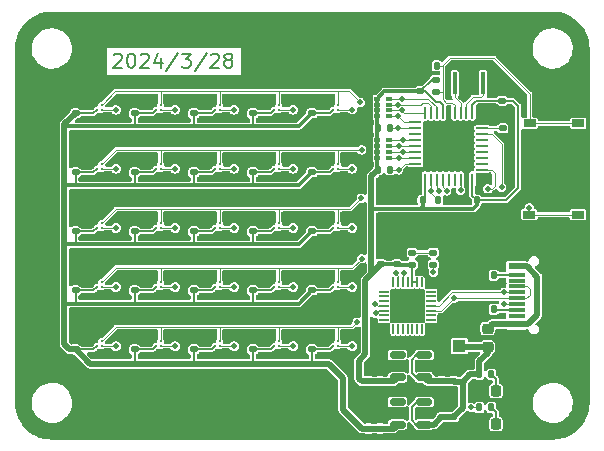
<source format=gtl>
G04 #@! TF.GenerationSoftware,KiCad,Pcbnew,(7.0.0)*
G04 #@! TF.CreationDate,2024-04-08T21:26:30+08:00*
G04 #@! TF.ProjectId,LocateMagnet,4c6f6361-7465-44d6-9167-6e65742e6b69,2.0*
G04 #@! TF.SameCoordinates,Original*
G04 #@! TF.FileFunction,Copper,L1,Top*
G04 #@! TF.FilePolarity,Positive*
%FSLAX46Y46*%
G04 Gerber Fmt 4.6, Leading zero omitted, Abs format (unit mm)*
G04 Created by KiCad (PCBNEW (7.0.0)) date 2024-04-08 21:26:30*
%MOMM*%
%LPD*%
G01*
G04 APERTURE LIST*
G04 Aperture macros list*
%AMRoundRect*
0 Rectangle with rounded corners*
0 $1 Rounding radius*
0 $2 $3 $4 $5 $6 $7 $8 $9 X,Y pos of 4 corners*
0 Add a 4 corners polygon primitive as box body*
4,1,4,$2,$3,$4,$5,$6,$7,$8,$9,$2,$3,0*
0 Add four circle primitives for the rounded corners*
1,1,$1+$1,$2,$3*
1,1,$1+$1,$4,$5*
1,1,$1+$1,$6,$7*
1,1,$1+$1,$8,$9*
0 Add four rect primitives between the rounded corners*
20,1,$1+$1,$2,$3,$4,$5,0*
20,1,$1+$1,$4,$5,$6,$7,0*
20,1,$1+$1,$6,$7,$8,$9,0*
20,1,$1+$1,$8,$9,$2,$3,0*%
G04 Aperture macros list end*
%ADD10C,0.150000*%
G04 #@! TA.AperFunction,NonConductor*
%ADD11C,0.150000*%
G04 #@! TD*
G04 #@! TA.AperFunction,SMDPad,CuDef*
%ADD12RoundRect,0.140000X-0.170000X0.140000X-0.170000X-0.140000X0.170000X-0.140000X0.170000X0.140000X0*%
G04 #@! TD*
G04 #@! TA.AperFunction,SMDPad,CuDef*
%ADD13RoundRect,0.140000X0.170000X-0.140000X0.170000X0.140000X-0.170000X0.140000X-0.170000X-0.140000X0*%
G04 #@! TD*
G04 #@! TA.AperFunction,SMDPad,CuDef*
%ADD14C,0.250000*%
G04 #@! TD*
G04 #@! TA.AperFunction,SMDPad,CuDef*
%ADD15R,0.400000X1.900000*%
G04 #@! TD*
G04 #@! TA.AperFunction,SMDPad,CuDef*
%ADD16R,1.450000X0.600000*%
G04 #@! TD*
G04 #@! TA.AperFunction,SMDPad,CuDef*
%ADD17R,1.450000X0.300000*%
G04 #@! TD*
G04 #@! TA.AperFunction,ComponentPad*
%ADD18O,2.100000X1.000000*%
G04 #@! TD*
G04 #@! TA.AperFunction,ComponentPad*
%ADD19O,1.600000X1.000000*%
G04 #@! TD*
G04 #@! TA.AperFunction,SMDPad,CuDef*
%ADD20RoundRect,0.150000X0.512500X0.150000X-0.512500X0.150000X-0.512500X-0.150000X0.512500X-0.150000X0*%
G04 #@! TD*
G04 #@! TA.AperFunction,SMDPad,CuDef*
%ADD21RoundRect,0.135000X0.135000X0.185000X-0.135000X0.185000X-0.135000X-0.185000X0.135000X-0.185000X0*%
G04 #@! TD*
G04 #@! TA.AperFunction,SMDPad,CuDef*
%ADD22RoundRect,0.218750X-0.218750X-0.256250X0.218750X-0.256250X0.218750X0.256250X-0.218750X0.256250X0*%
G04 #@! TD*
G04 #@! TA.AperFunction,SMDPad,CuDef*
%ADD23RoundRect,0.135000X0.185000X-0.135000X0.185000X0.135000X-0.185000X0.135000X-0.185000X-0.135000X0*%
G04 #@! TD*
G04 #@! TA.AperFunction,SMDPad,CuDef*
%ADD24R,0.500000X0.320000*%
G04 #@! TD*
G04 #@! TA.AperFunction,SMDPad,CuDef*
%ADD25R,1.050000X0.650000*%
G04 #@! TD*
G04 #@! TA.AperFunction,SMDPad,CuDef*
%ADD26R,1.100000X1.100000*%
G04 #@! TD*
G04 #@! TA.AperFunction,SMDPad,CuDef*
%ADD27RoundRect,0.135000X-0.135000X-0.185000X0.135000X-0.185000X0.135000X0.185000X-0.135000X0.185000X0*%
G04 #@! TD*
G04 #@! TA.AperFunction,SMDPad,CuDef*
%ADD28RoundRect,0.062500X-0.062500X0.475000X-0.062500X-0.475000X0.062500X-0.475000X0.062500X0.475000X0*%
G04 #@! TD*
G04 #@! TA.AperFunction,SMDPad,CuDef*
%ADD29RoundRect,0.062500X-0.475000X0.062500X-0.475000X-0.062500X0.475000X-0.062500X0.475000X0.062500X0*%
G04 #@! TD*
G04 #@! TA.AperFunction,SMDPad,CuDef*
%ADD30R,4.100000X4.100000*%
G04 #@! TD*
G04 #@! TA.AperFunction,SMDPad,CuDef*
%ADD31RoundRect,0.218750X-0.256250X0.218750X-0.256250X-0.218750X0.256250X-0.218750X0.256250X0.218750X0*%
G04 #@! TD*
G04 #@! TA.AperFunction,SMDPad,CuDef*
%ADD32RoundRect,0.140000X0.140000X0.170000X-0.140000X0.170000X-0.140000X-0.170000X0.140000X-0.170000X0*%
G04 #@! TD*
G04 #@! TA.AperFunction,SMDPad,CuDef*
%ADD33RoundRect,0.050000X-0.337400X-0.050000X0.337400X-0.050000X0.337400X0.050000X-0.337400X0.050000X0*%
G04 #@! TD*
G04 #@! TA.AperFunction,SMDPad,CuDef*
%ADD34RoundRect,0.050000X-0.050000X-0.337400X0.050000X-0.337400X0.050000X0.337400X-0.050000X0.337400X0*%
G04 #@! TD*
G04 #@! TA.AperFunction,SMDPad,CuDef*
%ADD35RoundRect,0.050200X-0.050200X-0.337200X0.050200X-0.337200X0.050200X0.337200X-0.050200X0.337200X0*%
G04 #@! TD*
G04 #@! TA.AperFunction,SMDPad,CuDef*
%ADD36R,2.800000X2.800000*%
G04 #@! TD*
G04 #@! TA.AperFunction,SMDPad,CuDef*
%ADD37RoundRect,0.140000X-0.140000X-0.170000X0.140000X-0.170000X0.140000X0.170000X-0.140000X0.170000X0*%
G04 #@! TD*
G04 #@! TA.AperFunction,SMDPad,CuDef*
%ADD38RoundRect,0.135000X-0.185000X0.135000X-0.185000X-0.135000X0.185000X-0.135000X0.185000X0.135000X0*%
G04 #@! TD*
G04 #@! TA.AperFunction,ViaPad*
%ADD39C,0.500000*%
G04 #@! TD*
G04 #@! TA.AperFunction,Conductor*
%ADD40C,0.150000*%
G04 #@! TD*
G04 #@! TA.AperFunction,Conductor*
%ADD41C,0.500000*%
G04 #@! TD*
G04 #@! TA.AperFunction,Conductor*
%ADD42C,0.200000*%
G04 #@! TD*
G04 #@! TA.AperFunction,Conductor*
%ADD43C,0.300000*%
G04 #@! TD*
G04 #@! TA.AperFunction,Conductor*
%ADD44C,0.100000*%
G04 #@! TD*
G04 APERTURE END LIST*
D10*
D11*
X81028571Y-45753142D02*
X81085714Y-45696000D01*
X81085714Y-45696000D02*
X81200000Y-45638857D01*
X81200000Y-45638857D02*
X81485714Y-45638857D01*
X81485714Y-45638857D02*
X81600000Y-45696000D01*
X81600000Y-45696000D02*
X81657142Y-45753142D01*
X81657142Y-45753142D02*
X81714285Y-45867428D01*
X81714285Y-45867428D02*
X81714285Y-45981714D01*
X81714285Y-45981714D02*
X81657142Y-46153142D01*
X81657142Y-46153142D02*
X80971428Y-46838857D01*
X80971428Y-46838857D02*
X81714285Y-46838857D01*
X82457142Y-45638857D02*
X82571428Y-45638857D01*
X82571428Y-45638857D02*
X82685714Y-45696000D01*
X82685714Y-45696000D02*
X82742857Y-45753142D01*
X82742857Y-45753142D02*
X82799999Y-45867428D01*
X82799999Y-45867428D02*
X82857142Y-46096000D01*
X82857142Y-46096000D02*
X82857142Y-46381714D01*
X82857142Y-46381714D02*
X82799999Y-46610285D01*
X82799999Y-46610285D02*
X82742857Y-46724571D01*
X82742857Y-46724571D02*
X82685714Y-46781714D01*
X82685714Y-46781714D02*
X82571428Y-46838857D01*
X82571428Y-46838857D02*
X82457142Y-46838857D01*
X82457142Y-46838857D02*
X82342857Y-46781714D01*
X82342857Y-46781714D02*
X82285714Y-46724571D01*
X82285714Y-46724571D02*
X82228571Y-46610285D01*
X82228571Y-46610285D02*
X82171428Y-46381714D01*
X82171428Y-46381714D02*
X82171428Y-46096000D01*
X82171428Y-46096000D02*
X82228571Y-45867428D01*
X82228571Y-45867428D02*
X82285714Y-45753142D01*
X82285714Y-45753142D02*
X82342857Y-45696000D01*
X82342857Y-45696000D02*
X82457142Y-45638857D01*
X83314285Y-45753142D02*
X83371428Y-45696000D01*
X83371428Y-45696000D02*
X83485714Y-45638857D01*
X83485714Y-45638857D02*
X83771428Y-45638857D01*
X83771428Y-45638857D02*
X83885714Y-45696000D01*
X83885714Y-45696000D02*
X83942856Y-45753142D01*
X83942856Y-45753142D02*
X83999999Y-45867428D01*
X83999999Y-45867428D02*
X83999999Y-45981714D01*
X83999999Y-45981714D02*
X83942856Y-46153142D01*
X83942856Y-46153142D02*
X83257142Y-46838857D01*
X83257142Y-46838857D02*
X83999999Y-46838857D01*
X85028571Y-46038857D02*
X85028571Y-46838857D01*
X84742856Y-45581714D02*
X84457142Y-46438857D01*
X84457142Y-46438857D02*
X85199999Y-46438857D01*
X86514285Y-45581714D02*
X85485713Y-47124571D01*
X86799999Y-45638857D02*
X87542856Y-45638857D01*
X87542856Y-45638857D02*
X87142856Y-46096000D01*
X87142856Y-46096000D02*
X87314285Y-46096000D01*
X87314285Y-46096000D02*
X87428571Y-46153142D01*
X87428571Y-46153142D02*
X87485713Y-46210285D01*
X87485713Y-46210285D02*
X87542856Y-46324571D01*
X87542856Y-46324571D02*
X87542856Y-46610285D01*
X87542856Y-46610285D02*
X87485713Y-46724571D01*
X87485713Y-46724571D02*
X87428571Y-46781714D01*
X87428571Y-46781714D02*
X87314285Y-46838857D01*
X87314285Y-46838857D02*
X86971428Y-46838857D01*
X86971428Y-46838857D02*
X86857142Y-46781714D01*
X86857142Y-46781714D02*
X86799999Y-46724571D01*
X88914285Y-45581714D02*
X87885713Y-47124571D01*
X89257142Y-45753142D02*
X89314285Y-45696000D01*
X89314285Y-45696000D02*
X89428571Y-45638857D01*
X89428571Y-45638857D02*
X89714285Y-45638857D01*
X89714285Y-45638857D02*
X89828571Y-45696000D01*
X89828571Y-45696000D02*
X89885713Y-45753142D01*
X89885713Y-45753142D02*
X89942856Y-45867428D01*
X89942856Y-45867428D02*
X89942856Y-45981714D01*
X89942856Y-45981714D02*
X89885713Y-46153142D01*
X89885713Y-46153142D02*
X89199999Y-46838857D01*
X89199999Y-46838857D02*
X89942856Y-46838857D01*
X90628570Y-46153142D02*
X90514285Y-46096000D01*
X90514285Y-46096000D02*
X90457142Y-46038857D01*
X90457142Y-46038857D02*
X90399999Y-45924571D01*
X90399999Y-45924571D02*
X90399999Y-45867428D01*
X90399999Y-45867428D02*
X90457142Y-45753142D01*
X90457142Y-45753142D02*
X90514285Y-45696000D01*
X90514285Y-45696000D02*
X90628570Y-45638857D01*
X90628570Y-45638857D02*
X90857142Y-45638857D01*
X90857142Y-45638857D02*
X90971428Y-45696000D01*
X90971428Y-45696000D02*
X91028570Y-45753142D01*
X91028570Y-45753142D02*
X91085713Y-45867428D01*
X91085713Y-45867428D02*
X91085713Y-45924571D01*
X91085713Y-45924571D02*
X91028570Y-46038857D01*
X91028570Y-46038857D02*
X90971428Y-46096000D01*
X90971428Y-46096000D02*
X90857142Y-46153142D01*
X90857142Y-46153142D02*
X90628570Y-46153142D01*
X90628570Y-46153142D02*
X90514285Y-46210285D01*
X90514285Y-46210285D02*
X90457142Y-46267428D01*
X90457142Y-46267428D02*
X90399999Y-46381714D01*
X90399999Y-46381714D02*
X90399999Y-46610285D01*
X90399999Y-46610285D02*
X90457142Y-46724571D01*
X90457142Y-46724571D02*
X90514285Y-46781714D01*
X90514285Y-46781714D02*
X90628570Y-46838857D01*
X90628570Y-46838857D02*
X90857142Y-46838857D01*
X90857142Y-46838857D02*
X90971428Y-46781714D01*
X90971428Y-46781714D02*
X91028570Y-46724571D01*
X91028570Y-46724571D02*
X91085713Y-46610285D01*
X91085713Y-46610285D02*
X91085713Y-46381714D01*
X91085713Y-46381714D02*
X91028570Y-46267428D01*
X91028570Y-46267428D02*
X90971428Y-46210285D01*
X90971428Y-46210285D02*
X90857142Y-46153142D01*
D12*
X109800000Y-76420000D03*
X109800000Y-77380000D03*
D13*
X97800000Y-50680000D03*
X97800000Y-49720000D03*
D14*
X99600000Y-65000000D03*
X100000000Y-65000000D03*
X99600000Y-65400000D03*
X100000000Y-65400000D03*
D13*
X87800000Y-65680000D03*
X87800000Y-64720000D03*
D15*
X109899999Y-48162499D03*
X111099999Y-48162499D03*
X112299999Y-48162499D03*
D13*
X87800000Y-60680000D03*
X87800000Y-59720000D03*
D16*
X115154999Y-69349999D03*
X115154999Y-68549999D03*
D17*
X115154999Y-67349999D03*
X115154999Y-66349999D03*
X115154999Y-65849999D03*
X115154999Y-64849999D03*
D16*
X115154999Y-63649999D03*
X115154999Y-62849999D03*
X115154999Y-62849999D03*
X115154999Y-63649999D03*
D17*
X115154999Y-64349999D03*
X115154999Y-65349999D03*
X115154999Y-66849999D03*
X115154999Y-67849999D03*
D16*
X115154999Y-68549999D03*
X115154999Y-69349999D03*
D18*
X116069999Y-70419999D03*
D19*
X120249999Y-70419999D03*
D18*
X116069999Y-61779999D03*
D19*
X120249999Y-61779999D03*
D14*
X89600000Y-50000000D03*
X90000000Y-50000000D03*
X89600000Y-50400000D03*
X90000000Y-50400000D03*
D13*
X82800000Y-50680000D03*
X82800000Y-49720000D03*
X103600000Y-73380000D03*
X103600000Y-72420000D03*
D14*
X84600000Y-70000000D03*
X85000000Y-70000000D03*
X84600000Y-70400000D03*
X85000000Y-70400000D03*
D20*
X107337500Y-77050000D03*
X107337500Y-76100000D03*
X107337500Y-75150000D03*
X105062500Y-75150000D03*
X105062500Y-77050000D03*
D14*
X89600000Y-70000000D03*
X90000000Y-70000000D03*
X89600000Y-70400000D03*
X90000000Y-70400000D03*
X99600000Y-70000000D03*
X100000000Y-70000000D03*
X99600000Y-70400000D03*
X100000000Y-70400000D03*
X94600000Y-50000000D03*
X95000000Y-50000000D03*
X94600000Y-50400000D03*
X95000000Y-50400000D03*
D13*
X77800000Y-50680000D03*
X77800000Y-49720000D03*
X102600000Y-77380000D03*
X102600000Y-76420000D03*
D21*
X104435000Y-55475000D03*
X103415000Y-55475000D03*
D22*
X111812500Y-77000000D03*
X113387500Y-77000000D03*
D23*
X108300000Y-48872500D03*
X108300000Y-47852500D03*
D13*
X103600000Y-77380000D03*
X103600000Y-76420000D03*
D24*
X103349999Y-49449999D03*
X103349999Y-49949999D03*
X103349999Y-50449999D03*
X103349999Y-50949999D03*
X104349999Y-50949999D03*
X104349999Y-50449999D03*
X104349999Y-49949999D03*
X104349999Y-49449999D03*
D14*
X99600000Y-60000000D03*
X100000000Y-60000000D03*
X99600000Y-60400000D03*
X100000000Y-60400000D03*
X89600000Y-60000000D03*
X90000000Y-60000000D03*
X89600000Y-60400000D03*
X90000000Y-60400000D03*
X79600000Y-50000000D03*
X80000000Y-50000000D03*
X79600000Y-50400000D03*
X80000000Y-50400000D03*
D21*
X113210000Y-67300000D03*
X112190000Y-67300000D03*
D13*
X82800000Y-60680000D03*
X82800000Y-59720000D03*
D21*
X104435000Y-51975000D03*
X103415000Y-51975000D03*
D25*
X120374999Y-53674999D03*
X116224999Y-53674999D03*
X120374999Y-51524999D03*
X116249999Y-51524999D03*
D14*
X84600000Y-60000000D03*
X85000000Y-60000000D03*
X84600000Y-60400000D03*
X85000000Y-60400000D03*
D26*
X110299999Y-70399999D03*
X110299999Y-67599999D03*
D27*
X111990000Y-75600000D03*
X113010000Y-75600000D03*
D13*
X77800000Y-65680000D03*
X77800000Y-64720000D03*
D28*
X111400000Y-50625000D03*
X110900000Y-50625000D03*
X110400000Y-50625000D03*
X109900000Y-50625000D03*
X109400000Y-50625000D03*
X108900000Y-50625000D03*
X108400000Y-50625000D03*
X107900000Y-50625000D03*
X107400000Y-50625000D03*
D29*
X106562500Y-51462500D03*
X106562500Y-51962500D03*
X106562500Y-52462500D03*
X106562500Y-52962500D03*
X106562500Y-53462500D03*
X106562500Y-53962500D03*
X106562500Y-54462500D03*
X106562500Y-54962500D03*
X106562500Y-55462500D03*
D28*
X107400000Y-56300000D03*
X107900000Y-56300000D03*
X108400000Y-56300000D03*
X108900000Y-56300000D03*
X109400000Y-56300000D03*
X109900000Y-56300000D03*
X110400000Y-56300000D03*
X110900000Y-56300000D03*
X111400000Y-56300000D03*
D29*
X112237500Y-55462500D03*
X112237500Y-54962500D03*
X112237500Y-54462500D03*
X112237500Y-53962500D03*
X112237500Y-53462500D03*
X112237500Y-52962500D03*
X112237500Y-52462500D03*
X112237500Y-51962500D03*
X112237500Y-51462500D03*
D30*
X109399999Y-53462499D03*
D14*
X89600000Y-65000000D03*
X90000000Y-65000000D03*
X89600000Y-65400000D03*
X90000000Y-65400000D03*
X94600000Y-70000000D03*
X95000000Y-70000000D03*
X94600000Y-70400000D03*
X95000000Y-70400000D03*
X79600000Y-65000000D03*
X80000000Y-65000000D03*
X79600000Y-65400000D03*
X80000000Y-65400000D03*
X79600000Y-60000000D03*
X80000000Y-60000000D03*
X79600000Y-60400000D03*
X80000000Y-60400000D03*
D13*
X103700000Y-63470000D03*
X103700000Y-62510000D03*
D21*
X113210000Y-64400000D03*
X112190000Y-64400000D03*
D14*
X79600000Y-55000000D03*
X80000000Y-55000000D03*
X79600000Y-55400000D03*
X80000000Y-55400000D03*
D13*
X87800000Y-50680000D03*
X87800000Y-49720000D03*
D23*
X108100000Y-63510000D03*
X108100000Y-62490000D03*
D13*
X82800000Y-55680000D03*
X82800000Y-54720000D03*
D24*
X103349999Y-52974999D03*
X103349999Y-53474999D03*
X103349999Y-53974999D03*
X103349999Y-54474999D03*
X104349999Y-54474999D03*
X104349999Y-53974999D03*
X104349999Y-53474999D03*
X104349999Y-52974999D03*
D13*
X109800000Y-73380000D03*
X109800000Y-72420000D03*
D14*
X94600000Y-65000000D03*
X95000000Y-65000000D03*
X94600000Y-65400000D03*
X95000000Y-65400000D03*
D23*
X113975000Y-51960000D03*
X113975000Y-50940000D03*
D20*
X107337500Y-73050000D03*
X107337500Y-72100000D03*
X107337500Y-71150000D03*
X105062500Y-71150000D03*
X105062500Y-73050000D03*
D13*
X87800000Y-55680000D03*
X87800000Y-54720000D03*
X87800000Y-70680000D03*
X87800000Y-69720000D03*
D27*
X111990000Y-72800000D03*
X113010000Y-72800000D03*
D31*
X112700000Y-68912500D03*
X112700000Y-70487500D03*
D13*
X97800000Y-70680000D03*
X97800000Y-69720000D03*
D14*
X84600000Y-55000000D03*
X85000000Y-55000000D03*
X84600000Y-55400000D03*
X85000000Y-55400000D03*
D13*
X92800000Y-65680000D03*
X92800000Y-64720000D03*
D14*
X94600000Y-60000000D03*
X95000000Y-60000000D03*
X94600000Y-60400000D03*
X95000000Y-60400000D03*
D13*
X82800000Y-70680000D03*
X82800000Y-69720000D03*
D32*
X108380000Y-46662500D03*
X107420000Y-46662500D03*
D33*
X103924800Y-65800000D03*
X103924800Y-66200000D03*
X103924800Y-66600000D03*
X103924800Y-67000000D03*
X103924800Y-67400000D03*
X103924800Y-67800000D03*
X103924800Y-68200000D03*
D34*
X104712400Y-68987600D03*
X105112400Y-68987600D03*
X105512400Y-68987600D03*
D35*
X105913600Y-68987600D03*
D34*
X106312400Y-68987600D03*
X106712400Y-68987600D03*
X107112400Y-68987600D03*
D33*
X107900000Y-68200000D03*
X107900000Y-67800000D03*
X107900000Y-67400000D03*
X107900000Y-67000000D03*
X107900000Y-66600000D03*
X107900000Y-66200000D03*
X107900000Y-65800000D03*
D34*
X107112400Y-65012400D03*
X106712400Y-65012400D03*
X106312400Y-65012400D03*
X105912400Y-65012400D03*
X105512400Y-65012400D03*
X105112400Y-65012400D03*
X104712400Y-65012400D03*
D36*
X105912399Y-66999999D03*
D13*
X77800000Y-55680000D03*
X77800000Y-54720000D03*
X102600000Y-73380000D03*
X102600000Y-72420000D03*
X107000000Y-48842500D03*
X107000000Y-47882500D03*
D14*
X84600000Y-65000000D03*
X85000000Y-65000000D03*
X84600000Y-65400000D03*
X85000000Y-65400000D03*
D13*
X82800000Y-65680000D03*
X82800000Y-64720000D03*
X105000000Y-63470000D03*
X105000000Y-62510000D03*
X77800000Y-70680000D03*
X77800000Y-69720000D03*
D14*
X79600000Y-70000000D03*
X80000000Y-70000000D03*
X79600000Y-70400000D03*
X80000000Y-70400000D03*
D13*
X92800000Y-55680000D03*
X92800000Y-54720000D03*
X92800000Y-50680000D03*
X92800000Y-49720000D03*
D25*
X116224999Y-57124999D03*
X120374999Y-57124999D03*
X116224999Y-59274999D03*
X120349999Y-59274999D03*
D13*
X92800000Y-60680000D03*
X92800000Y-59720000D03*
D37*
X108520000Y-58032500D03*
X109480000Y-58032500D03*
D32*
X111780000Y-58062500D03*
X110820000Y-58062500D03*
X107180000Y-58062500D03*
X106220000Y-58062500D03*
D13*
X97800000Y-65680000D03*
X97800000Y-64720000D03*
D14*
X99600000Y-55000000D03*
X100000000Y-55000000D03*
X99600000Y-55400000D03*
X100000000Y-55400000D03*
D38*
X106300000Y-62480000D03*
X106300000Y-63500000D03*
D14*
X89600000Y-55000000D03*
X90000000Y-55000000D03*
X89600000Y-55400000D03*
X90000000Y-55400000D03*
D13*
X77800000Y-60680000D03*
X77800000Y-59720000D03*
X97800000Y-60680000D03*
X97800000Y-59720000D03*
D14*
X84600000Y-50000000D03*
X85000000Y-50000000D03*
X84600000Y-50400000D03*
X85000000Y-50400000D03*
D13*
X97800000Y-55680000D03*
X97800000Y-54720000D03*
D12*
X108800000Y-76420000D03*
X108800000Y-77380000D03*
D22*
X111812500Y-74200000D03*
X113387500Y-74200000D03*
D14*
X94600000Y-55000000D03*
X95000000Y-55000000D03*
X94600000Y-55400000D03*
X95000000Y-55400000D03*
D13*
X92800000Y-70680000D03*
X92800000Y-69720000D03*
X108800000Y-73380000D03*
X108800000Y-72420000D03*
D14*
X99600000Y-50000000D03*
X100000000Y-50000000D03*
X99600000Y-50400000D03*
X100000000Y-50400000D03*
D13*
X113950000Y-49630000D03*
X113950000Y-48670000D03*
D39*
X105100000Y-66200000D03*
X83800000Y-64700000D03*
X93800000Y-64700000D03*
X83800000Y-59700000D03*
X103600000Y-75600000D03*
X111100000Y-46600000D03*
X98800000Y-49800000D03*
X105100000Y-67800000D03*
X109900000Y-68600000D03*
X98800000Y-69700000D03*
X113300000Y-50900000D03*
X83800000Y-54700000D03*
X111000000Y-77000000D03*
X113200000Y-48900000D03*
X103700000Y-59600000D03*
X116200000Y-54800000D03*
X111600000Y-47400000D03*
X78800000Y-59700000D03*
X120400000Y-54800000D03*
X114600000Y-55500000D03*
X110600000Y-53400000D03*
X78800000Y-49700000D03*
X98800000Y-59700000D03*
X106700000Y-67000000D03*
X109800000Y-78000000D03*
X88800000Y-54700000D03*
X105800000Y-56000000D03*
X110600000Y-47400000D03*
X112200000Y-68000000D03*
X93800000Y-69700000D03*
X106300000Y-61700000D03*
X110600000Y-52200000D03*
X102000000Y-51900000D03*
X105900000Y-67800000D03*
X111600000Y-48900000D03*
X83800000Y-69700000D03*
X110600000Y-48900000D03*
X120400000Y-56000000D03*
X112500000Y-74200000D03*
X93800000Y-59700000D03*
X98800000Y-54700000D03*
X105900000Y-66200000D03*
X114700000Y-50900000D03*
X109400000Y-54600000D03*
X93800000Y-54700000D03*
X108200000Y-54600000D03*
X88800000Y-49700000D03*
X93800000Y-49800000D03*
X107400000Y-45800000D03*
X109400000Y-53400000D03*
X88800000Y-69700000D03*
X106800000Y-56000000D03*
X78800000Y-69700000D03*
X108800000Y-78000000D03*
X114600000Y-53600000D03*
X113900000Y-47900000D03*
X113200000Y-47400000D03*
X108200000Y-52200000D03*
X110700000Y-68600000D03*
X88800000Y-59700000D03*
X78800000Y-64700000D03*
X112200000Y-65200000D03*
X112200000Y-63600000D03*
X83800000Y-49700000D03*
X110600000Y-54600000D03*
X106700000Y-66200000D03*
X109400000Y-52200000D03*
X105900000Y-67000000D03*
X100500000Y-71300000D03*
X108800000Y-71500000D03*
X108200000Y-53400000D03*
X108800000Y-75500000D03*
X107800000Y-65100000D03*
X88800000Y-64700000D03*
X106200000Y-57300000D03*
X112300000Y-46600000D03*
X109800000Y-71500000D03*
X105000000Y-61700000D03*
X112000000Y-56100000D03*
X103600000Y-71600000D03*
X102600000Y-75600000D03*
X106700000Y-67800000D03*
X105400000Y-58100000D03*
X98800000Y-64700000D03*
X106200000Y-47900000D03*
X105100000Y-67000000D03*
X109900000Y-46600000D03*
X108900000Y-68100000D03*
X106600000Y-46600000D03*
X78800000Y-54700000D03*
X116200000Y-56000000D03*
X112100000Y-50500000D03*
X114050000Y-65850000D03*
X114050000Y-66850000D03*
X109825000Y-66350000D03*
X108100000Y-64150000D03*
X101925000Y-49775000D03*
X105525000Y-52975000D03*
X81225000Y-70400000D03*
X81225000Y-55400000D03*
X81225000Y-65400000D03*
X81225000Y-50400000D03*
X105450000Y-49457500D03*
X81225000Y-60400000D03*
X86225000Y-55400000D03*
X86225000Y-65400000D03*
X105100000Y-49950000D03*
X86225000Y-60400000D03*
X86225000Y-70400000D03*
X86225000Y-50400000D03*
X91225000Y-55400000D03*
X105450000Y-50451607D03*
X91225000Y-65400000D03*
X91225000Y-60400000D03*
X91225000Y-70400000D03*
X91225000Y-50400000D03*
X96225000Y-70400000D03*
X105099604Y-50938049D03*
X96225000Y-55400000D03*
X96225000Y-60400000D03*
X96225000Y-50400000D03*
X96225000Y-65400000D03*
X101225000Y-55400000D03*
X101225000Y-65400000D03*
X105125000Y-51975000D03*
X101225000Y-70400000D03*
X101250000Y-50375000D03*
X101225000Y-60400000D03*
X105150000Y-53450000D03*
X102025000Y-53775000D03*
X105525000Y-53975000D03*
X102000000Y-57875000D03*
X102025000Y-63000000D03*
X105150000Y-54475000D03*
X101650000Y-68375000D03*
X105150000Y-55475000D03*
X108550000Y-57250000D03*
X103175000Y-66800000D03*
X109225000Y-57250000D03*
X103200000Y-67600000D03*
X110400000Y-57200000D03*
X105650000Y-64250000D03*
X112700000Y-57075000D03*
X104925000Y-64250000D03*
X107900000Y-57250000D03*
X116225000Y-58675000D03*
X111300000Y-75600000D03*
X113875000Y-56950000D03*
D40*
X84600000Y-50400000D02*
X84320000Y-50680000D01*
X99600000Y-65400000D02*
X99320000Y-65680000D01*
D41*
X100450000Y-73125000D02*
X99225000Y-71900000D01*
X82800000Y-71900000D02*
X82550000Y-71900000D01*
D42*
X87800000Y-65680000D02*
X87800000Y-66800000D01*
X77800000Y-55680000D02*
X77800000Y-56700000D01*
D40*
X84320000Y-65680000D02*
X82800000Y-65680000D01*
D41*
X87800000Y-71900000D02*
X82800000Y-71900000D01*
D43*
X77800000Y-66800000D02*
X82800000Y-66800000D01*
D40*
X89600000Y-60400000D02*
X89320000Y-60680000D01*
D42*
X77800000Y-60680000D02*
X77800000Y-61800000D01*
D43*
X77050000Y-51800000D02*
X82800000Y-51800000D01*
D40*
X84320000Y-60680000D02*
X82800000Y-60680000D01*
D42*
X92800000Y-65680000D02*
X92800000Y-66800000D01*
D41*
X103600000Y-77380000D02*
X102600000Y-77380000D01*
X102600000Y-77380000D02*
X102055000Y-77380000D01*
D43*
X76850000Y-57000000D02*
X77050000Y-56800000D01*
D40*
X94600000Y-70400000D02*
X94320000Y-70680000D01*
D41*
X77800000Y-70680000D02*
X77280000Y-70680000D01*
D43*
X76950000Y-66800000D02*
X77800000Y-66800000D01*
X76850000Y-61900000D02*
X76950000Y-61800000D01*
D41*
X82550000Y-71900000D02*
X79020000Y-71900000D01*
X76850000Y-61900000D02*
X76850000Y-57000000D01*
X77280000Y-70680000D02*
X76850000Y-70250000D01*
D40*
X84320000Y-50680000D02*
X82800000Y-50680000D01*
D42*
X92800000Y-70680000D02*
X92800000Y-71900000D01*
D43*
X96680000Y-51800000D02*
X97800000Y-50680000D01*
D40*
X84600000Y-70400000D02*
X84320000Y-70680000D01*
X89600000Y-70400000D02*
X89320000Y-70680000D01*
D43*
X76850000Y-66900000D02*
X76950000Y-66800000D01*
D42*
X82800000Y-60680000D02*
X82800000Y-61800000D01*
D40*
X79320000Y-55680000D02*
X77800000Y-55680000D01*
X89320000Y-65680000D02*
X87800000Y-65680000D01*
D43*
X77050000Y-56800000D02*
X77900000Y-56800000D01*
D40*
X89600000Y-65400000D02*
X89320000Y-65680000D01*
D42*
X77800000Y-65680000D02*
X77800000Y-66800000D01*
D43*
X82800000Y-61800000D02*
X87800000Y-61800000D01*
D40*
X94600000Y-50400000D02*
X94320000Y-50680000D01*
D43*
X82800000Y-56800000D02*
X87900000Y-56800000D01*
D40*
X99320000Y-60680000D02*
X97800000Y-60680000D01*
D42*
X82800000Y-70680000D02*
X82800000Y-71900000D01*
D41*
X79020000Y-71900000D02*
X77800000Y-70680000D01*
X97800000Y-71900000D02*
X92800000Y-71900000D01*
D40*
X79600000Y-55400000D02*
X79320000Y-55680000D01*
D43*
X82800000Y-66800000D02*
X87800000Y-66800000D01*
D42*
X87800000Y-60680000D02*
X87800000Y-61800000D01*
D40*
X89320000Y-70680000D02*
X87800000Y-70680000D01*
D43*
X87800000Y-66800000D02*
X92800000Y-66800000D01*
D40*
X89320000Y-60680000D02*
X87800000Y-60680000D01*
X84600000Y-65400000D02*
X84320000Y-65680000D01*
D43*
X96680000Y-66800000D02*
X97800000Y-65680000D01*
D42*
X87800000Y-50680000D02*
X87800000Y-51800000D01*
X82800000Y-50680000D02*
X82800000Y-51800000D01*
D43*
X76950000Y-61800000D02*
X77800000Y-61800000D01*
D42*
X87800000Y-70680000D02*
X87800000Y-71900000D01*
D43*
X82800000Y-51800000D02*
X87800000Y-51800000D01*
D41*
X76850000Y-52000000D02*
X76850000Y-51630000D01*
D40*
X94320000Y-65680000D02*
X92800000Y-65680000D01*
D43*
X92800000Y-56800000D02*
X96680000Y-56800000D01*
D40*
X99320000Y-65680000D02*
X97800000Y-65680000D01*
D43*
X92800000Y-66800000D02*
X96680000Y-66800000D01*
D40*
X79320000Y-50680000D02*
X77800000Y-50680000D01*
X94320000Y-50680000D02*
X92800000Y-50680000D01*
X89320000Y-55680000D02*
X87800000Y-55680000D01*
D43*
X87900000Y-56800000D02*
X92800000Y-56800000D01*
X76850000Y-52000000D02*
X77050000Y-51800000D01*
D40*
X84600000Y-60400000D02*
X84320000Y-60680000D01*
D43*
X87800000Y-61800000D02*
X92700000Y-61800000D01*
D41*
X104732500Y-77380000D02*
X103600000Y-77380000D01*
D42*
X87800000Y-55680000D02*
X87800000Y-56700000D01*
D41*
X105062500Y-77050000D02*
X104732500Y-77380000D01*
D40*
X79600000Y-65400000D02*
X79320000Y-65680000D01*
D42*
X92800000Y-50680000D02*
X92800000Y-51800000D01*
D40*
X89320000Y-50680000D02*
X87800000Y-50680000D01*
X89600000Y-50400000D02*
X89320000Y-50680000D01*
X94320000Y-55680000D02*
X92800000Y-55680000D01*
D43*
X92800000Y-51800000D02*
X96680000Y-51800000D01*
D41*
X92800000Y-71900000D02*
X87800000Y-71900000D01*
D42*
X92800000Y-55680000D02*
X92800000Y-56800000D01*
D43*
X92700000Y-61800000D02*
X96680000Y-61800000D01*
D41*
X76850000Y-66900000D02*
X76850000Y-61900000D01*
D40*
X79600000Y-50400000D02*
X79320000Y-50680000D01*
X94320000Y-60680000D02*
X92800000Y-60680000D01*
X79320000Y-65680000D02*
X77800000Y-65680000D01*
D42*
X92800000Y-60680000D02*
X92800000Y-61700000D01*
X87800000Y-56700000D02*
X87900000Y-56800000D01*
D40*
X84320000Y-55680000D02*
X82800000Y-55680000D01*
X94600000Y-65400000D02*
X94320000Y-65680000D01*
D43*
X96680000Y-61800000D02*
X97800000Y-60680000D01*
D40*
X99320000Y-70680000D02*
X97800000Y-70680000D01*
X89600000Y-55400000D02*
X89320000Y-55680000D01*
X94600000Y-60400000D02*
X94320000Y-60680000D01*
X94320000Y-70680000D02*
X92800000Y-70680000D01*
X99600000Y-55400000D02*
X99320000Y-55680000D01*
D42*
X97800000Y-70680000D02*
X97800000Y-71900000D01*
D41*
X100450000Y-75775000D02*
X100450000Y-73125000D01*
X76850000Y-57000000D02*
X76850000Y-52000000D01*
X102055000Y-77380000D02*
X100450000Y-75775000D01*
D40*
X99320000Y-55680000D02*
X97800000Y-55680000D01*
X79600000Y-70400000D02*
X79320000Y-70680000D01*
D41*
X99225000Y-71900000D02*
X97800000Y-71900000D01*
D43*
X77900000Y-56800000D02*
X82800000Y-56800000D01*
D40*
X94600000Y-55400000D02*
X94320000Y-55680000D01*
X99600000Y-50400000D02*
X99320000Y-50680000D01*
D41*
X76850000Y-51630000D02*
X77800000Y-50680000D01*
D42*
X92800000Y-61700000D02*
X92700000Y-61800000D01*
D40*
X79600000Y-60400000D02*
X79320000Y-60680000D01*
X84320000Y-70680000D02*
X82800000Y-70680000D01*
D43*
X96680000Y-56800000D02*
X97800000Y-55680000D01*
D42*
X77800000Y-56700000D02*
X77900000Y-56800000D01*
X82800000Y-65680000D02*
X82800000Y-66800000D01*
D43*
X77800000Y-61800000D02*
X82800000Y-61800000D01*
D40*
X99600000Y-60400000D02*
X99320000Y-60680000D01*
D42*
X82800000Y-55680000D02*
X82800000Y-56800000D01*
D40*
X99320000Y-50680000D02*
X97800000Y-50680000D01*
D43*
X87800000Y-51800000D02*
X92800000Y-51800000D01*
D40*
X84600000Y-55400000D02*
X84320000Y-55680000D01*
X99600000Y-70400000D02*
X99320000Y-70680000D01*
D41*
X76850000Y-70250000D02*
X76850000Y-66900000D01*
D40*
X79320000Y-60680000D02*
X77800000Y-60680000D01*
X79320000Y-70680000D02*
X77800000Y-70680000D01*
D42*
X106650000Y-77050000D02*
X107337500Y-77050000D01*
X106250000Y-75600000D02*
X106250000Y-76650000D01*
X106650000Y-73050000D02*
X107337500Y-73050000D01*
X106700000Y-75150000D02*
X106250000Y-75600000D01*
D41*
X110387500Y-70487500D02*
X110300000Y-70400000D01*
X108757035Y-76420000D02*
X108127035Y-77050000D01*
X109820000Y-73400000D02*
X109800000Y-73380000D01*
X107667500Y-73380000D02*
X107337500Y-73050000D01*
X110600000Y-75620000D02*
X109800000Y-76420000D01*
X108127035Y-77050000D02*
X107337500Y-77050000D01*
X112700000Y-71000000D02*
X112000000Y-71700000D01*
X108800000Y-73380000D02*
X107667500Y-73380000D01*
X108800000Y-76420000D02*
X108757035Y-76420000D01*
X111990000Y-72800000D02*
X111200000Y-72800000D01*
X110600000Y-73400000D02*
X109820000Y-73400000D01*
D42*
X106250000Y-72650000D02*
X106650000Y-73050000D01*
D41*
X112000000Y-71700000D02*
X112000000Y-72790000D01*
D42*
X107337500Y-75150000D02*
X106700000Y-75150000D01*
D41*
X109800000Y-73380000D02*
X108800000Y-73380000D01*
D42*
X106250000Y-76650000D02*
X106650000Y-77050000D01*
D41*
X112700000Y-70487500D02*
X112700000Y-71000000D01*
X110600000Y-73400000D02*
X110600000Y-75620000D01*
D42*
X106250000Y-71550000D02*
X106250000Y-72650000D01*
X107337500Y-71150000D02*
X106650000Y-71150000D01*
D41*
X112700000Y-70487500D02*
X110387500Y-70487500D01*
X111200000Y-72800000D02*
X110600000Y-73400000D01*
D42*
X106650000Y-71150000D02*
X106250000Y-71550000D01*
D41*
X112000000Y-72790000D02*
X111990000Y-72800000D01*
X109800000Y-76420000D02*
X108800000Y-76420000D01*
D43*
X103350000Y-49950000D02*
X103350000Y-50450000D01*
D40*
X111400000Y-49975000D02*
X111400000Y-50625000D01*
D42*
X108300000Y-47852500D02*
X107990000Y-47852500D01*
D41*
X102850000Y-64325000D02*
X102850000Y-58775000D01*
D42*
X107990000Y-47852500D02*
X107000000Y-48842500D01*
D41*
X102552035Y-73375000D02*
X102025000Y-73375000D01*
D43*
X107180000Y-58062500D02*
X107180000Y-58520000D01*
X103350000Y-53475000D02*
X103350000Y-52975000D01*
D41*
X104732500Y-73380000D02*
X103600000Y-73380000D01*
D43*
X105000000Y-63470000D02*
X103700000Y-63470000D01*
D42*
X106312400Y-65012400D02*
X106312400Y-63512400D01*
X111400000Y-57682500D02*
X111780000Y-58062500D01*
X111780000Y-58062500D02*
X114237500Y-58062500D01*
X115300000Y-57000000D02*
X115300000Y-50100000D01*
D43*
X103350000Y-54475000D02*
X103350000Y-55410000D01*
D41*
X102850000Y-58775000D02*
X102850000Y-56040000D01*
D43*
X107180000Y-58520000D02*
X106925000Y-58775000D01*
X103350000Y-52975000D02*
X103350000Y-52040000D01*
X103350000Y-50450000D02*
X103350000Y-50950000D01*
X111780000Y-58470000D02*
X111780000Y-58062500D01*
D41*
X102850000Y-64325000D02*
X103100000Y-64075000D01*
X105062500Y-73050000D02*
X104732500Y-73380000D01*
D43*
X106925000Y-58775000D02*
X102850000Y-58775000D01*
D42*
X107400000Y-56300000D02*
X107400000Y-57842500D01*
D41*
X102600000Y-73380000D02*
X102557035Y-73380000D01*
D40*
X107417500Y-48842500D02*
X108325000Y-49750000D01*
D43*
X103350000Y-52040000D02*
X103415000Y-51975000D01*
D40*
X113950000Y-49630000D02*
X111745000Y-49630000D01*
D42*
X114830000Y-49630000D02*
X113950000Y-49630000D01*
D41*
X102850000Y-56040000D02*
X103415000Y-55475000D01*
D42*
X115300000Y-50100000D02*
X114830000Y-49630000D01*
D41*
X102350000Y-71100000D02*
X102350000Y-64825000D01*
D40*
X107000000Y-48842500D02*
X107417500Y-48842500D01*
D43*
X103350000Y-51910000D02*
X103415000Y-51975000D01*
D41*
X103600000Y-73380000D02*
X102600000Y-73380000D01*
X101800000Y-73150000D02*
X101800000Y-71650000D01*
X103100000Y-64070000D02*
X103700000Y-63470000D01*
D42*
X111400000Y-56300000D02*
X111400000Y-57682500D01*
D41*
X102350000Y-64825000D02*
X102850000Y-64325000D01*
D42*
X107400000Y-57842500D02*
X107180000Y-58062500D01*
D43*
X111475000Y-58775000D02*
X111780000Y-58470000D01*
X103350000Y-55410000D02*
X103415000Y-55475000D01*
X103350000Y-49450000D02*
X103957500Y-48842500D01*
D42*
X106312400Y-63512400D02*
X106300000Y-63500000D01*
D43*
X105030000Y-63500000D02*
X105000000Y-63470000D01*
D42*
X114237500Y-58062500D02*
X115300000Y-57000000D01*
X106712400Y-65012400D02*
X106312400Y-65012400D01*
D41*
X102025000Y-73375000D02*
X101800000Y-73150000D01*
D43*
X106300000Y-63500000D02*
X105030000Y-63500000D01*
D40*
X111745000Y-49630000D02*
X111400000Y-49975000D01*
D41*
X103100000Y-64075000D02*
X103100000Y-64070000D01*
D40*
X108325000Y-49750000D02*
X108650000Y-49750000D01*
D43*
X103350000Y-54475000D02*
X103350000Y-53975000D01*
X106925000Y-58775000D02*
X111475000Y-58775000D01*
X103350000Y-53975000D02*
X103350000Y-53475000D01*
D41*
X101800000Y-71650000D02*
X102350000Y-71100000D01*
D43*
X103957500Y-48842500D02*
X107000000Y-48842500D01*
X103350000Y-49450000D02*
X103350000Y-49950000D01*
X103350000Y-50950000D02*
X103350000Y-51910000D01*
D40*
X108650000Y-49750000D02*
X108900000Y-50000000D01*
X108900000Y-50000000D02*
X108900000Y-50625000D01*
D41*
X102557035Y-73380000D02*
X102552035Y-73375000D01*
D44*
X114050000Y-65850000D02*
X115155000Y-65850000D01*
X115155000Y-66850000D02*
X114050000Y-66850000D01*
X109700000Y-65850000D02*
X108550000Y-67000000D01*
X108550000Y-67000000D02*
X107900000Y-67000000D01*
X114050000Y-65850000D02*
X109700000Y-65850000D01*
X116250000Y-65600000D02*
X116000000Y-65350000D01*
X115155000Y-66350000D02*
X115980000Y-66350000D01*
X108775000Y-67400000D02*
X109825000Y-66350000D01*
X116000000Y-65350000D02*
X115155000Y-65350000D01*
X115980000Y-66350000D02*
X116250000Y-66080000D01*
X108100000Y-64150000D02*
X108100000Y-63510000D01*
X115155000Y-66350000D02*
X109825000Y-66350000D01*
X116250000Y-66080000D02*
X116250000Y-65600000D01*
X108775000Y-67400000D02*
X107900000Y-67400000D01*
D42*
X113010000Y-75600000D02*
X113387500Y-75977500D01*
X113387500Y-75977500D02*
X113387500Y-77000000D01*
D44*
X108090000Y-62480000D02*
X108100000Y-62490000D01*
X106300000Y-62480000D02*
X108090000Y-62480000D01*
X95000000Y-48825000D02*
X90000000Y-48825000D01*
X100000000Y-50000000D02*
X100000000Y-48825000D01*
X100975000Y-48825000D02*
X100000000Y-48825000D01*
X90000000Y-48825000D02*
X85000000Y-48825000D01*
X105525000Y-52975000D02*
X104350000Y-52975000D01*
X95000000Y-50000000D02*
X95000000Y-48825000D01*
X81175000Y-48825000D02*
X80000000Y-50000000D01*
X90000000Y-50000000D02*
X90000000Y-48825000D01*
X100000000Y-48825000D02*
X95000000Y-48825000D01*
X106562500Y-52962500D02*
X105537500Y-52962500D01*
X101925000Y-49775000D02*
X100975000Y-48825000D01*
X85000000Y-50000000D02*
X85000000Y-48825000D01*
X105537500Y-52962500D02*
X105525000Y-52975000D01*
X85000000Y-48825000D02*
X81175000Y-48825000D01*
X81225000Y-55400000D02*
X80000000Y-55400000D01*
X81225000Y-50400000D02*
X80000000Y-50400000D01*
X107657500Y-49457500D02*
X105450000Y-49457500D01*
X81225000Y-70400000D02*
X80000000Y-70400000D01*
X81225000Y-60400000D02*
X80000000Y-60400000D01*
X105450000Y-49457500D02*
X105442500Y-49450000D01*
X108400000Y-50200000D02*
X107657500Y-49457500D01*
X108400000Y-50625000D02*
X108400000Y-50200000D01*
X81225000Y-65400000D02*
X80000000Y-65400000D01*
X105442500Y-49450000D02*
X104350000Y-49450000D01*
X86225000Y-50400000D02*
X85000000Y-50400000D01*
X86225000Y-60400000D02*
X85000000Y-60400000D01*
X105100000Y-49950000D02*
X104350000Y-49950000D01*
X107675000Y-49850000D02*
X107175000Y-49850000D01*
X107175000Y-49850000D02*
X107075000Y-49950000D01*
X86225000Y-55400000D02*
X85000000Y-55400000D01*
X107900000Y-50625000D02*
X107900000Y-50075000D01*
X86225000Y-70400000D02*
X85000000Y-70400000D01*
X86225000Y-65400000D02*
X85000000Y-65400000D01*
X107075000Y-49950000D02*
X105100000Y-49950000D01*
X107900000Y-50075000D02*
X107675000Y-49850000D01*
X91225000Y-70400000D02*
X90000000Y-70400000D01*
X107400000Y-50625000D02*
X105623393Y-50625000D01*
X91225000Y-55400000D02*
X90000000Y-55400000D01*
X91225000Y-60400000D02*
X90000000Y-60400000D01*
X91225000Y-65400000D02*
X90000000Y-65400000D01*
X105450000Y-50451607D02*
X104351607Y-50451607D01*
X91225000Y-50400000D02*
X90000000Y-50400000D01*
X105623393Y-50625000D02*
X105450000Y-50451607D01*
X104351607Y-50451607D02*
X104350000Y-50450000D01*
X96225000Y-65400000D02*
X95000000Y-65400000D01*
X105624055Y-51462500D02*
X105099604Y-50938049D01*
X96225000Y-50400000D02*
X95000000Y-50400000D01*
X96225000Y-70400000D02*
X95000000Y-70400000D01*
X96225000Y-55400000D02*
X95000000Y-55400000D01*
X96225000Y-60400000D02*
X95000000Y-60400000D01*
X106562500Y-51462500D02*
X105624055Y-51462500D01*
X104361951Y-50938049D02*
X104350000Y-50950000D01*
X105099604Y-50938049D02*
X104361951Y-50938049D01*
X105137500Y-51962500D02*
X105125000Y-51975000D01*
X101225000Y-60400000D02*
X100000000Y-60400000D01*
X101225000Y-50400000D02*
X100000000Y-50400000D01*
X101225000Y-70400000D02*
X100000000Y-70400000D01*
X106562500Y-51962500D02*
X105137500Y-51962500D01*
X105125000Y-51975000D02*
X104435000Y-51975000D01*
X101225000Y-55400000D02*
X100000000Y-55400000D01*
X101225000Y-65400000D02*
X100000000Y-65400000D01*
X101250000Y-50375000D02*
X101225000Y-50400000D01*
X90000000Y-53775000D02*
X85000000Y-53775000D01*
X102025000Y-53775000D02*
X100025000Y-53775000D01*
X95000000Y-55000000D02*
X95000000Y-53775000D01*
X85000000Y-53775000D02*
X81225000Y-53775000D01*
X85000000Y-55000000D02*
X85000000Y-53775000D01*
X100000000Y-53800000D02*
X100025000Y-53775000D01*
X100000000Y-55000000D02*
X100000000Y-53800000D01*
X106562500Y-53462500D02*
X105162500Y-53462500D01*
X105162500Y-53462500D02*
X105150000Y-53450000D01*
X100025000Y-53775000D02*
X95000000Y-53775000D01*
X105150000Y-53450000D02*
X104375000Y-53450000D01*
X90000000Y-55000000D02*
X90000000Y-53775000D01*
X95000000Y-53775000D02*
X90000000Y-53775000D01*
X104375000Y-53450000D02*
X104350000Y-53475000D01*
X81225000Y-53775000D02*
X80000000Y-55000000D01*
X95000000Y-60000000D02*
X95000000Y-58850000D01*
X85000000Y-60000000D02*
X85000000Y-58825000D01*
X90000000Y-60000000D02*
X90000000Y-58825000D01*
X95000000Y-58850000D02*
X94950000Y-58800000D01*
X90000000Y-58825000D02*
X90025000Y-58800000D01*
X100025000Y-58800000D02*
X94950000Y-58800000D01*
X90025000Y-58800000D02*
X84975000Y-58800000D01*
X94950000Y-58800000D02*
X90025000Y-58800000D01*
X85000000Y-58825000D02*
X84975000Y-58800000D01*
X106562500Y-53962500D02*
X106550000Y-53975000D01*
X84975000Y-58800000D02*
X81200000Y-58800000D01*
X102000000Y-57875000D02*
X101075000Y-58800000D01*
X105525000Y-53975000D02*
X104350000Y-53975000D01*
X81200000Y-58800000D02*
X80000000Y-60000000D01*
X100000000Y-58825000D02*
X100025000Y-58800000D01*
X101075000Y-58800000D02*
X100025000Y-58800000D01*
X100000000Y-60000000D02*
X100000000Y-58825000D01*
X106550000Y-53975000D02*
X105525000Y-53975000D01*
X90025000Y-63775000D02*
X85025000Y-63775000D01*
X85000000Y-65000000D02*
X85000000Y-63800000D01*
X102025000Y-63000000D02*
X101250000Y-63775000D01*
X101250000Y-63775000D02*
X100000000Y-63775000D01*
X90000000Y-65000000D02*
X90000000Y-63800000D01*
X81225000Y-63775000D02*
X80000000Y-65000000D01*
X95025000Y-63775000D02*
X90025000Y-63775000D01*
X105162500Y-54462500D02*
X105150000Y-54475000D01*
X90000000Y-63800000D02*
X90025000Y-63775000D01*
X95000000Y-63800000D02*
X95025000Y-63775000D01*
X106562500Y-54462500D02*
X105162500Y-54462500D01*
X85025000Y-63775000D02*
X81225000Y-63775000D01*
X100000000Y-63775000D02*
X95025000Y-63775000D01*
X100000000Y-65000000D02*
X100000000Y-63775000D01*
X105150000Y-54475000D02*
X104350000Y-54475000D01*
X95000000Y-65000000D02*
X95000000Y-63800000D01*
X85000000Y-63800000D02*
X85025000Y-63775000D01*
X90000000Y-70000000D02*
X90000000Y-68775000D01*
X105662500Y-54962500D02*
X105150000Y-55475000D01*
X100000000Y-68800000D02*
X100025000Y-68775000D01*
X104435000Y-55475000D02*
X105150000Y-55475000D01*
X85000000Y-70000000D02*
X85000000Y-68800000D01*
X101650000Y-68375000D02*
X101250000Y-68775000D01*
X85000000Y-68800000D02*
X84975000Y-68775000D01*
X81225000Y-68775000D02*
X80000000Y-70000000D01*
X100025000Y-68775000D02*
X94975000Y-68775000D01*
X106562500Y-54962500D02*
X105662500Y-54962500D01*
X100000000Y-70000000D02*
X100000000Y-68800000D01*
X94975000Y-68775000D02*
X90000000Y-68775000D01*
X101250000Y-68775000D02*
X100025000Y-68775000D01*
X95000000Y-68800000D02*
X94975000Y-68775000D01*
X90000000Y-68775000D02*
X84975000Y-68775000D01*
X95000000Y-70000000D02*
X95000000Y-68800000D01*
X84975000Y-68775000D02*
X81225000Y-68775000D01*
X108550000Y-57150000D02*
X108400000Y-57000000D01*
X108400000Y-57000000D02*
X108400000Y-56300000D01*
X103175000Y-66800000D02*
X103375000Y-67000000D01*
X108550000Y-57250000D02*
X108550000Y-57150000D01*
X103375000Y-67000000D02*
X103924800Y-67000000D01*
X109225000Y-57250000D02*
X108900000Y-56925000D01*
X103924800Y-67400000D02*
X103400000Y-67400000D01*
X103400000Y-67400000D02*
X103200000Y-67600000D01*
X108900000Y-56925000D02*
X108900000Y-56300000D01*
X105512400Y-64387600D02*
X105512400Y-65012400D01*
X110400000Y-56300000D02*
X110400000Y-57200000D01*
X105650000Y-64250000D02*
X105512400Y-64387600D01*
X105112400Y-64437400D02*
X105112400Y-65012400D01*
X113300000Y-55750000D02*
X113025000Y-55475000D01*
X112700000Y-57075000D02*
X113050000Y-57075000D01*
X112250000Y-55475000D02*
X112237500Y-55462500D01*
X104925000Y-64250000D02*
X105112400Y-64437400D01*
X113025000Y-55475000D02*
X112250000Y-55475000D01*
X113300000Y-56825000D02*
X113300000Y-55750000D01*
X113050000Y-57075000D02*
X113300000Y-56825000D01*
X113225000Y-46000000D02*
X116250000Y-49025000D01*
X116250000Y-49025000D02*
X116250000Y-51525000D01*
X109500000Y-46000000D02*
X113225000Y-46000000D01*
X108897500Y-46922500D02*
X108897500Y-46602500D01*
X108897500Y-49497500D02*
X109200000Y-49800000D01*
X108897500Y-46602500D02*
X109500000Y-46000000D01*
X109900000Y-50000000D02*
X109900000Y-50625000D01*
X108897500Y-46675000D02*
X108897500Y-46922500D01*
X108380000Y-46662500D02*
X108392500Y-46675000D01*
X108897500Y-48872500D02*
X108300000Y-48872500D01*
X108392500Y-46675000D02*
X108897500Y-46675000D01*
X116250000Y-51525000D02*
X120375000Y-51525000D01*
X108897500Y-46922500D02*
X108897500Y-48872500D01*
X109200000Y-49800000D02*
X109700000Y-49800000D01*
X108897500Y-48872500D02*
X108897500Y-49497500D01*
X109700000Y-49800000D02*
X109900000Y-50000000D01*
X113975000Y-51960000D02*
X112240000Y-51960000D01*
X112240000Y-51960000D02*
X112237500Y-51962500D01*
X107900000Y-56300000D02*
X107900000Y-57250000D01*
X116225000Y-59275000D02*
X120350000Y-59275000D01*
X107900000Y-57412500D02*
X108520000Y-58032500D01*
X116225000Y-58675000D02*
X116225000Y-59275000D01*
X107900000Y-57250000D02*
X107900000Y-57412500D01*
D42*
X113010000Y-72800000D02*
X113387500Y-73177500D01*
X113387500Y-73177500D02*
X113387500Y-74200000D01*
D41*
X115155000Y-68550000D02*
X113062500Y-68550000D01*
X116900000Y-64520000D02*
X116030000Y-63650000D01*
X116900000Y-67735406D02*
X116900000Y-64520000D01*
X116030000Y-63650000D02*
X115155000Y-63650000D01*
X115155000Y-68550000D02*
X116085406Y-68550000D01*
X113062500Y-68550000D02*
X112700000Y-68912500D01*
X116085406Y-68550000D02*
X116900000Y-67735406D01*
D44*
X112300000Y-49150000D02*
X112100000Y-49350000D01*
X112100000Y-49350000D02*
X111425000Y-49350000D01*
X112300000Y-48162500D02*
X112300000Y-49150000D01*
X111425000Y-49350000D02*
X110900000Y-49875000D01*
X110900000Y-49875000D02*
X110900000Y-50625000D01*
X109900000Y-48162500D02*
X109900000Y-49350000D01*
X110400000Y-49850000D02*
X110400000Y-50625000D01*
X109900000Y-49350000D02*
X110400000Y-49850000D01*
D42*
X115155000Y-67350000D02*
X113260000Y-67350000D01*
X113260000Y-67350000D02*
X113210000Y-67300000D01*
X115155000Y-64350000D02*
X113260000Y-64350000D01*
X113260000Y-64350000D02*
X113210000Y-64400000D01*
D44*
X113050000Y-52475000D02*
X112250000Y-52475000D01*
X113875000Y-56950000D02*
X113875000Y-53300000D01*
X113875000Y-53300000D02*
X113050000Y-52475000D01*
X111990000Y-75600000D02*
X111300000Y-75600000D01*
X112250000Y-52475000D02*
X112237500Y-52462500D01*
G04 #@! TA.AperFunction,Conductor*
G36*
X101898387Y-68772796D02*
G01*
X101935985Y-68816819D01*
X101949500Y-68873113D01*
X101949500Y-70882746D01*
X101940061Y-70930199D01*
X101913181Y-70970426D01*
X101700795Y-71182812D01*
X101494516Y-71389091D01*
X101494513Y-71389094D01*
X101478851Y-71404755D01*
X101478846Y-71404761D01*
X101471950Y-71411658D01*
X101467520Y-71420349D01*
X101467515Y-71420358D01*
X101461890Y-71431398D01*
X101451731Y-71447976D01*
X101444442Y-71458009D01*
X101444437Y-71458018D01*
X101438704Y-71465910D01*
X101435690Y-71475184D01*
X101435685Y-71475195D01*
X101431854Y-71486987D01*
X101424412Y-71504954D01*
X101418783Y-71516000D01*
X101418779Y-71516009D01*
X101414354Y-71524696D01*
X101412827Y-71534330D01*
X101412828Y-71534330D01*
X101410887Y-71546582D01*
X101406347Y-71565492D01*
X101402515Y-71577285D01*
X101402514Y-71577288D01*
X101399500Y-71586567D01*
X101399500Y-71618481D01*
X101399500Y-73086567D01*
X101399500Y-73213433D01*
X101402515Y-73222714D01*
X101402516Y-73222717D01*
X101406346Y-73234506D01*
X101410887Y-73253418D01*
X101414354Y-73275304D01*
X101418783Y-73283996D01*
X101418784Y-73283999D01*
X101424412Y-73295044D01*
X101431857Y-73313019D01*
X101438704Y-73334090D01*
X101444436Y-73341980D01*
X101444440Y-73341987D01*
X101451726Y-73352015D01*
X101461889Y-73368598D01*
X101464012Y-73372765D01*
X101471950Y-73388342D01*
X101494513Y-73410905D01*
X101494516Y-73410909D01*
X101764091Y-73680484D01*
X101764094Y-73680486D01*
X101786658Y-73703050D01*
X101806396Y-73713107D01*
X101822984Y-73723273D01*
X101833010Y-73730557D01*
X101833012Y-73730558D01*
X101840910Y-73736296D01*
X101861981Y-73743142D01*
X101879954Y-73750586D01*
X101899696Y-73760646D01*
X101921581Y-73764112D01*
X101940489Y-73768651D01*
X101961567Y-73775500D01*
X101993481Y-73775500D01*
X102088433Y-73775500D01*
X102263297Y-73775500D01*
X102313381Y-73786065D01*
X102362338Y-73807682D01*
X102371602Y-73808756D01*
X102371603Y-73808757D01*
X102373644Y-73808993D01*
X102386627Y-73810500D01*
X102813372Y-73810499D01*
X102837662Y-73807682D01*
X102875294Y-73791065D01*
X102925379Y-73780500D01*
X103274621Y-73780500D01*
X103324705Y-73791065D01*
X103362338Y-73807682D01*
X103371602Y-73808756D01*
X103371603Y-73808757D01*
X103373644Y-73808993D01*
X103386627Y-73810500D01*
X103813372Y-73810499D01*
X103837662Y-73807682D01*
X103875294Y-73791065D01*
X103925379Y-73780500D01*
X104786177Y-73780500D01*
X104795933Y-73780500D01*
X104816995Y-73773656D01*
X104835923Y-73769111D01*
X104857804Y-73765646D01*
X104877545Y-73755586D01*
X104895514Y-73748143D01*
X104916590Y-73741296D01*
X104934516Y-73728271D01*
X104951102Y-73718107D01*
X104970842Y-73708050D01*
X104993402Y-73685488D01*
X104993406Y-73685485D01*
X104993409Y-73685484D01*
X105142076Y-73536815D01*
X105182302Y-73509938D01*
X105229755Y-73500499D01*
X105616286Y-73500499D01*
X105619864Y-73500499D01*
X105644991Y-73497585D01*
X105747765Y-73452206D01*
X105827206Y-73372765D01*
X105872585Y-73269991D01*
X105875500Y-73244865D01*
X105875499Y-72932693D01*
X105889014Y-72876399D01*
X105926613Y-72832376D01*
X105980101Y-72810221D01*
X106037817Y-72814763D01*
X106067731Y-72833094D01*
X106069398Y-72830601D01*
X106080165Y-72837795D01*
X106098957Y-72853217D01*
X106446783Y-73201043D01*
X106462204Y-73219833D01*
X106469399Y-73230601D01*
X106479557Y-73237388D01*
X106479558Y-73237389D01*
X106497041Y-73249071D01*
X106541585Y-73302086D01*
X106568151Y-73362251D01*
X106568152Y-73362253D01*
X106572794Y-73372765D01*
X106652235Y-73452206D01*
X106723111Y-73483501D01*
X106746477Y-73493818D01*
X106746478Y-73493818D01*
X106755009Y-73497585D01*
X106780135Y-73500500D01*
X107170245Y-73500499D01*
X107217698Y-73509938D01*
X107257926Y-73536818D01*
X107339450Y-73618342D01*
X107429158Y-73708050D01*
X107448897Y-73718107D01*
X107465489Y-73728275D01*
X107475362Y-73735449D01*
X107483410Y-73741296D01*
X107504483Y-73748142D01*
X107522446Y-73755583D01*
X107542196Y-73765646D01*
X107564079Y-73769111D01*
X107582995Y-73773652D01*
X107604067Y-73780499D01*
X107635969Y-73780499D01*
X107635977Y-73780499D01*
X107635981Y-73780500D01*
X108474621Y-73780500D01*
X108524705Y-73791065D01*
X108562338Y-73807682D01*
X108571602Y-73808756D01*
X108571603Y-73808757D01*
X108573644Y-73808993D01*
X108586627Y-73810500D01*
X109013372Y-73810499D01*
X109037662Y-73807682D01*
X109075294Y-73791065D01*
X109125379Y-73780500D01*
X109474621Y-73780500D01*
X109524705Y-73791065D01*
X109562338Y-73807682D01*
X109571602Y-73808756D01*
X109571603Y-73808757D01*
X109573644Y-73808993D01*
X109586627Y-73810500D01*
X110013372Y-73810499D01*
X110037662Y-73807682D01*
X110044649Y-73804596D01*
X110075311Y-73800500D01*
X110075500Y-73800500D01*
X110137500Y-73817113D01*
X110182887Y-73862500D01*
X110199500Y-73924500D01*
X110199500Y-75402745D01*
X110190061Y-75450198D01*
X110163181Y-75490426D01*
X109700424Y-75953181D01*
X109660198Y-75980060D01*
X109612748Y-75989500D01*
X109590207Y-75989500D01*
X109590190Y-75989500D01*
X109586628Y-75989501D01*
X109583081Y-75989912D01*
X109583069Y-75989913D01*
X109571606Y-75991243D01*
X109571604Y-75991243D01*
X109562338Y-75992318D01*
X109524705Y-76008934D01*
X109474621Y-76019500D01*
X109125379Y-76019500D01*
X109075294Y-76008934D01*
X109037662Y-75992318D01*
X109028402Y-75991243D01*
X109028396Y-75991242D01*
X109016920Y-75989911D01*
X109016911Y-75989910D01*
X109013373Y-75989500D01*
X109009799Y-75989500D01*
X108590206Y-75989500D01*
X108590188Y-75989500D01*
X108586628Y-75989501D01*
X108583080Y-75989912D01*
X108583070Y-75989913D01*
X108571606Y-75991243D01*
X108571604Y-75991243D01*
X108562338Y-75992318D01*
X108553803Y-75996086D01*
X108553801Y-75996087D01*
X108473498Y-76031544D01*
X108473495Y-76031545D01*
X108462984Y-76036187D01*
X108454859Y-76044311D01*
X108454856Y-76044314D01*
X108394314Y-76104856D01*
X108394311Y-76104859D01*
X108386187Y-76112984D01*
X108381545Y-76123495D01*
X108381544Y-76123498D01*
X108346086Y-76203802D01*
X108346084Y-76203807D01*
X108342318Y-76212338D01*
X108341243Y-76221597D01*
X108341242Y-76221604D01*
X108339944Y-76232799D01*
X108328401Y-76272494D01*
X108304451Y-76306189D01*
X108039065Y-76571575D01*
X107983248Y-76603730D01*
X107922574Y-76603555D01*
X107919991Y-76602415D01*
X107910730Y-76601340D01*
X107910728Y-76601340D01*
X107898414Y-76599911D01*
X107898401Y-76599910D01*
X107894865Y-76599500D01*
X107891290Y-76599500D01*
X106783714Y-76599500D01*
X106783696Y-76599500D01*
X106780136Y-76599501D01*
X106776589Y-76599912D01*
X106776577Y-76599913D01*
X106764277Y-76601340D01*
X106764275Y-76601340D01*
X106755009Y-76602415D01*
X106746479Y-76606181D01*
X106746469Y-76606184D01*
X106695125Y-76628854D01*
X106646949Y-76639404D01*
X106598471Y-76630342D01*
X106557360Y-76603100D01*
X106536819Y-76582559D01*
X106509939Y-76542331D01*
X106500500Y-76494878D01*
X106500500Y-75755123D01*
X106509939Y-75707671D01*
X106536818Y-75667443D01*
X106592045Y-75612215D01*
X106633157Y-75584972D01*
X106681636Y-75575910D01*
X106729813Y-75586460D01*
X106746477Y-75593818D01*
X106746478Y-75593818D01*
X106755009Y-75597585D01*
X106780135Y-75600500D01*
X107894864Y-75600499D01*
X107919991Y-75597585D01*
X108022765Y-75552206D01*
X108102206Y-75472765D01*
X108147585Y-75369991D01*
X108150500Y-75344865D01*
X108150499Y-74955136D01*
X108147585Y-74930009D01*
X108102206Y-74827235D01*
X108022765Y-74747794D01*
X108007833Y-74741201D01*
X107928522Y-74706181D01*
X107928517Y-74706179D01*
X107919991Y-74702415D01*
X107910726Y-74701340D01*
X107898414Y-74699911D01*
X107898401Y-74699910D01*
X107894865Y-74699500D01*
X107891290Y-74699500D01*
X106783714Y-74699500D01*
X106783696Y-74699500D01*
X106780136Y-74699501D01*
X106776589Y-74699912D01*
X106776577Y-74699913D01*
X106764277Y-74701340D01*
X106764275Y-74701340D01*
X106755009Y-74702415D01*
X106746479Y-74706180D01*
X106746476Y-74706182D01*
X106662745Y-74743153D01*
X106662743Y-74743154D01*
X106652235Y-74747794D01*
X106644112Y-74755916D01*
X106644109Y-74755919D01*
X106580919Y-74819109D01*
X106580916Y-74819112D01*
X106572794Y-74827235D01*
X106568154Y-74837743D01*
X106568153Y-74837745D01*
X106531181Y-74921477D01*
X106531179Y-74921484D01*
X106527415Y-74930009D01*
X106526340Y-74939271D01*
X106523892Y-74948272D01*
X106522316Y-74947843D01*
X106515797Y-74970218D01*
X106491867Y-75003871D01*
X106098955Y-75396783D01*
X106080172Y-75412200D01*
X106074721Y-75415842D01*
X106069403Y-75419395D01*
X106067738Y-75416904D01*
X106037770Y-75435250D01*
X105980065Y-75439772D01*
X105926594Y-75417608D01*
X105889009Y-75373588D01*
X105875499Y-75317307D01*
X105875499Y-74955136D01*
X105872585Y-74930009D01*
X105827206Y-74827235D01*
X105747765Y-74747794D01*
X105732833Y-74741201D01*
X105653522Y-74706181D01*
X105653517Y-74706179D01*
X105644991Y-74702415D01*
X105635726Y-74701340D01*
X105623414Y-74699911D01*
X105623401Y-74699910D01*
X105619865Y-74699500D01*
X105616290Y-74699500D01*
X104508714Y-74699500D01*
X104508696Y-74699500D01*
X104505136Y-74699501D01*
X104501589Y-74699912D01*
X104501577Y-74699913D01*
X104489277Y-74701340D01*
X104489275Y-74701340D01*
X104480009Y-74702415D01*
X104471479Y-74706180D01*
X104471476Y-74706182D01*
X104387745Y-74743153D01*
X104387743Y-74743154D01*
X104377235Y-74747794D01*
X104369112Y-74755916D01*
X104369109Y-74755919D01*
X104305919Y-74819109D01*
X104305916Y-74819112D01*
X104297794Y-74827235D01*
X104293154Y-74837743D01*
X104293153Y-74837745D01*
X104256181Y-74921477D01*
X104256179Y-74921484D01*
X104252415Y-74930009D01*
X104251340Y-74939271D01*
X104251340Y-74939273D01*
X104249911Y-74951585D01*
X104249910Y-74951599D01*
X104249500Y-74955135D01*
X104249500Y-74958708D01*
X104249500Y-74958709D01*
X104249500Y-75341285D01*
X104249500Y-75341302D01*
X104249501Y-75344864D01*
X104249912Y-75348411D01*
X104249913Y-75348422D01*
X104250997Y-75357768D01*
X104252415Y-75369991D01*
X104256181Y-75378521D01*
X104256182Y-75378523D01*
X104263719Y-75395593D01*
X104297794Y-75472765D01*
X104377235Y-75552206D01*
X104430920Y-75575910D01*
X104471477Y-75593818D01*
X104471478Y-75593818D01*
X104480009Y-75597585D01*
X104505135Y-75600500D01*
X105619864Y-75600499D01*
X105644991Y-75597585D01*
X105747765Y-75552206D01*
X105785293Y-75514677D01*
X105834657Y-75484427D01*
X105892373Y-75479885D01*
X105945860Y-75502040D01*
X105983460Y-75546063D01*
X105995415Y-75595861D01*
X105994592Y-75600000D01*
X105996975Y-75611980D01*
X105997117Y-75612694D01*
X105999500Y-75636885D01*
X105999500Y-76600167D01*
X105985985Y-76656462D01*
X105948385Y-76700485D01*
X105894898Y-76722640D01*
X105837182Y-76718098D01*
X105787819Y-76687848D01*
X105755890Y-76655919D01*
X105755889Y-76655918D01*
X105747765Y-76647794D01*
X105708240Y-76630342D01*
X105653522Y-76606181D01*
X105653517Y-76606179D01*
X105644991Y-76602415D01*
X105635726Y-76601340D01*
X105623414Y-76599911D01*
X105623401Y-76599910D01*
X105619865Y-76599500D01*
X105616290Y-76599500D01*
X104508714Y-76599500D01*
X104508696Y-76599500D01*
X104505136Y-76599501D01*
X104501589Y-76599912D01*
X104501577Y-76599913D01*
X104489277Y-76601340D01*
X104489275Y-76601340D01*
X104480009Y-76602415D01*
X104471479Y-76606180D01*
X104471476Y-76606182D01*
X104387745Y-76643153D01*
X104387743Y-76643154D01*
X104377235Y-76647794D01*
X104369112Y-76655916D01*
X104369109Y-76655919D01*
X104305919Y-76719109D01*
X104305916Y-76719112D01*
X104297794Y-76727235D01*
X104293154Y-76737743D01*
X104293153Y-76737745D01*
X104256181Y-76821477D01*
X104256179Y-76821484D01*
X104252415Y-76830009D01*
X104251340Y-76839271D01*
X104251340Y-76839273D01*
X104249911Y-76851585D01*
X104249910Y-76851599D01*
X104249500Y-76855135D01*
X104249500Y-76858705D01*
X104249293Y-76862291D01*
X104247704Y-76862199D01*
X104232887Y-76917500D01*
X104187500Y-76962887D01*
X104125500Y-76979500D01*
X103925379Y-76979500D01*
X103875294Y-76968934D01*
X103837662Y-76952318D01*
X103828402Y-76951243D01*
X103828396Y-76951242D01*
X103816920Y-76949911D01*
X103816911Y-76949910D01*
X103813373Y-76949500D01*
X103809799Y-76949500D01*
X103390206Y-76949500D01*
X103390188Y-76949500D01*
X103386628Y-76949501D01*
X103383080Y-76949912D01*
X103383070Y-76949913D01*
X103371606Y-76951243D01*
X103371604Y-76951243D01*
X103362338Y-76952318D01*
X103324705Y-76968934D01*
X103274621Y-76979500D01*
X102925379Y-76979500D01*
X102875294Y-76968934D01*
X102837662Y-76952318D01*
X102828402Y-76951243D01*
X102828396Y-76951242D01*
X102816920Y-76949911D01*
X102816911Y-76949910D01*
X102813373Y-76949500D01*
X102809799Y-76949500D01*
X102390206Y-76949500D01*
X102390188Y-76949500D01*
X102386628Y-76949501D01*
X102383080Y-76949912D01*
X102383070Y-76949913D01*
X102371606Y-76951243D01*
X102371604Y-76951243D01*
X102362338Y-76952318D01*
X102324705Y-76968934D01*
X102274621Y-76979500D01*
X102272255Y-76979500D01*
X102224802Y-76970061D01*
X102184574Y-76943181D01*
X100886819Y-75645426D01*
X100859939Y-75605198D01*
X100850500Y-75557745D01*
X100850500Y-73071323D01*
X100850500Y-73061567D01*
X100843655Y-73040501D01*
X100839111Y-73021575D01*
X100837172Y-73009332D01*
X100835646Y-72999696D01*
X100825585Y-72979951D01*
X100818142Y-72961982D01*
X100811296Y-72940911D01*
X100798269Y-72922980D01*
X100788107Y-72906396D01*
X100782481Y-72895354D01*
X100782480Y-72895353D01*
X100778050Y-72886658D01*
X100755486Y-72864094D01*
X100755484Y-72864091D01*
X99485909Y-71594516D01*
X99485905Y-71594513D01*
X99463342Y-71571950D01*
X99454649Y-71567520D01*
X99454647Y-71567519D01*
X99443598Y-71561889D01*
X99427015Y-71551726D01*
X99416987Y-71544440D01*
X99416980Y-71544436D01*
X99409090Y-71538704D01*
X99388019Y-71531857D01*
X99370044Y-71524412D01*
X99358999Y-71518784D01*
X99358996Y-71518783D01*
X99350304Y-71514354D01*
X99340667Y-71512827D01*
X99340666Y-71512827D01*
X99328418Y-71510887D01*
X99309506Y-71506346D01*
X99297717Y-71502516D01*
X99297714Y-71502515D01*
X99288433Y-71499500D01*
X99278673Y-71499500D01*
X98174500Y-71499500D01*
X98112500Y-71482887D01*
X98067113Y-71437500D01*
X98050500Y-71375500D01*
X98050500Y-71182812D01*
X98059577Y-71136242D01*
X98085480Y-71096490D01*
X98124414Y-71069376D01*
X98137016Y-71063813D01*
X98213813Y-70987016D01*
X98218456Y-70976499D01*
X98224947Y-70967025D01*
X98225522Y-70967418D01*
X98244286Y-70940476D01*
X98284036Y-70914576D01*
X98330604Y-70905500D01*
X99310839Y-70905500D01*
X99317328Y-70905669D01*
X99356064Y-70907700D01*
X99375133Y-70900379D01*
X99393787Y-70894853D01*
X99413768Y-70890607D01*
X99424316Y-70882942D01*
X99429052Y-70880834D01*
X99433389Y-70878017D01*
X99445560Y-70873346D01*
X99460002Y-70858903D01*
X99474797Y-70846265D01*
X99491323Y-70834260D01*
X99497840Y-70822971D01*
X99506562Y-70813285D01*
X99506882Y-70813573D01*
X99511985Y-70806919D01*
X99620849Y-70698055D01*
X99650075Y-70676380D01*
X99684338Y-70664121D01*
X99707495Y-70659515D01*
X99731111Y-70643735D01*
X99775805Y-70625221D01*
X99824189Y-70625220D01*
X99868890Y-70643736D01*
X99882350Y-70652730D01*
X99882351Y-70652730D01*
X99892505Y-70659515D01*
X100000000Y-70680897D01*
X100107495Y-70659515D01*
X100164543Y-70621395D01*
X100197435Y-70605840D01*
X100233431Y-70600500D01*
X100808162Y-70600500D01*
X100864446Y-70614009D01*
X100895105Y-70640186D01*
X100896950Y-70638342D01*
X100986658Y-70728050D01*
X101099696Y-70785646D01*
X101225000Y-70805492D01*
X101350304Y-70785646D01*
X101463342Y-70728050D01*
X101553050Y-70638342D01*
X101610646Y-70525304D01*
X101630492Y-70400000D01*
X101610646Y-70274696D01*
X101553050Y-70161658D01*
X101463342Y-70071950D01*
X101421599Y-70050681D01*
X101359000Y-70018785D01*
X101350304Y-70014354D01*
X101340667Y-70012827D01*
X101340662Y-70012826D01*
X101234641Y-69996035D01*
X101225000Y-69994508D01*
X101215359Y-69996035D01*
X101109337Y-70012826D01*
X101109330Y-70012828D01*
X101099696Y-70014354D01*
X101091000Y-70018784D01*
X101090999Y-70018785D01*
X100995353Y-70067519D01*
X100995349Y-70067521D01*
X100986658Y-70071950D01*
X100979759Y-70078848D01*
X100979756Y-70078851D01*
X100896950Y-70161658D01*
X100895105Y-70159813D01*
X100864446Y-70185991D01*
X100808162Y-70199500D01*
X100392308Y-70199500D01*
X100339291Y-70187595D01*
X100296455Y-70154165D01*
X100272024Y-70105630D01*
X100270691Y-70051309D01*
X100278514Y-70011980D01*
X100280897Y-70000000D01*
X100259515Y-69892505D01*
X100221395Y-69835456D01*
X100205840Y-69802565D01*
X100200500Y-69766569D01*
X100200500Y-69099500D01*
X100217113Y-69037500D01*
X100262500Y-68992113D01*
X100324500Y-68975500D01*
X101213495Y-68975500D01*
X101216404Y-68975663D01*
X101226974Y-68979362D01*
X101254341Y-68976278D01*
X101263052Y-68975790D01*
X101265624Y-68975500D01*
X101272590Y-68975500D01*
X101279384Y-68973948D01*
X101281964Y-68973658D01*
X101290559Y-68972198D01*
X101317924Y-68969116D01*
X101327828Y-68962892D01*
X101339231Y-68960290D01*
X101360774Y-68943108D01*
X101367872Y-68938073D01*
X101369898Y-68936456D01*
X101375801Y-68932748D01*
X101380729Y-68927818D01*
X101382758Y-68926201D01*
X101389249Y-68920399D01*
X101410788Y-68903224D01*
X101415647Y-68893130D01*
X101417585Y-68890963D01*
X101460371Y-68848177D01*
X101500055Y-68808492D01*
X101549418Y-68778244D01*
X101607130Y-68773702D01*
X101650000Y-68780492D01*
X101775304Y-68760646D01*
X101783997Y-68756216D01*
X101787185Y-68755181D01*
X101844900Y-68750640D01*
X101898387Y-68772796D01*
G37*
G04 #@! TD.AperFunction*
G04 #@! TA.AperFunction,Conductor*
G36*
X99737500Y-68992113D02*
G01*
X99782887Y-69037500D01*
X99799500Y-69099500D01*
X99799500Y-69766569D01*
X99794160Y-69802565D01*
X99778604Y-69835456D01*
X99740485Y-69892505D01*
X99738102Y-69904480D01*
X99738102Y-69904483D01*
X99736172Y-69914186D01*
X99719103Y-70000000D01*
X99719831Y-70003661D01*
X99704873Y-70059486D01*
X99659486Y-70104873D01*
X99603661Y-70119831D01*
X99600000Y-70119103D01*
X99588020Y-70121486D01*
X99504483Y-70138102D01*
X99504480Y-70138102D01*
X99492505Y-70140485D01*
X99482353Y-70147267D01*
X99482351Y-70147269D01*
X99411529Y-70194591D01*
X99411526Y-70194593D01*
X99401376Y-70201376D01*
X99394593Y-70211526D01*
X99394591Y-70211529D01*
X99347270Y-70282350D01*
X99340485Y-70292505D01*
X99338102Y-70304479D01*
X99338100Y-70304487D01*
X99335877Y-70315665D01*
X99323619Y-70349923D01*
X99301944Y-70379148D01*
X99262915Y-70418179D01*
X99222686Y-70445060D01*
X99175232Y-70454500D01*
X98330604Y-70454500D01*
X98284036Y-70445424D01*
X98244286Y-70419524D01*
X98225522Y-70392581D01*
X98224947Y-70392975D01*
X98218455Y-70383498D01*
X98213813Y-70372984D01*
X98137016Y-70296187D01*
X98126501Y-70291544D01*
X98046197Y-70256086D01*
X98046193Y-70256085D01*
X98037662Y-70252318D01*
X98028402Y-70251243D01*
X98028396Y-70251242D01*
X98016920Y-70249911D01*
X98016911Y-70249910D01*
X98013373Y-70249500D01*
X98009799Y-70249500D01*
X97590206Y-70249500D01*
X97590188Y-70249500D01*
X97586628Y-70249501D01*
X97583080Y-70249912D01*
X97583070Y-70249913D01*
X97571606Y-70251243D01*
X97571604Y-70251243D01*
X97562338Y-70252318D01*
X97553803Y-70256086D01*
X97553801Y-70256087D01*
X97473498Y-70291544D01*
X97473495Y-70291545D01*
X97462984Y-70296187D01*
X97454859Y-70304311D01*
X97454856Y-70304314D01*
X97394314Y-70364856D01*
X97394311Y-70364859D01*
X97386187Y-70372984D01*
X97381545Y-70383495D01*
X97381544Y-70383498D01*
X97346086Y-70463802D01*
X97346084Y-70463807D01*
X97342318Y-70472338D01*
X97341243Y-70481596D01*
X97341242Y-70481603D01*
X97339911Y-70493079D01*
X97339910Y-70493089D01*
X97339500Y-70496627D01*
X97339500Y-70500199D01*
X97339500Y-70500200D01*
X97339500Y-70859793D01*
X97339500Y-70859810D01*
X97339501Y-70863372D01*
X97339912Y-70866920D01*
X97339913Y-70866929D01*
X97341243Y-70878393D01*
X97342318Y-70887662D01*
X97346086Y-70896197D01*
X97346087Y-70896198D01*
X97379026Y-70970799D01*
X97386187Y-70987016D01*
X97462984Y-71063813D01*
X97475585Y-71069376D01*
X97514520Y-71096490D01*
X97540423Y-71136242D01*
X97549500Y-71182812D01*
X97549500Y-71375500D01*
X97532887Y-71437500D01*
X97487500Y-71482887D01*
X97425500Y-71499500D01*
X93174500Y-71499500D01*
X93112500Y-71482887D01*
X93067113Y-71437500D01*
X93050500Y-71375500D01*
X93050500Y-71182812D01*
X93059577Y-71136242D01*
X93085480Y-71096490D01*
X93124414Y-71069376D01*
X93137016Y-71063813D01*
X93213813Y-70987016D01*
X93218456Y-70976499D01*
X93224947Y-70967025D01*
X93225522Y-70967418D01*
X93244286Y-70940476D01*
X93284036Y-70914576D01*
X93330604Y-70905500D01*
X94310839Y-70905500D01*
X94317328Y-70905669D01*
X94356064Y-70907700D01*
X94375133Y-70900379D01*
X94393787Y-70894853D01*
X94413768Y-70890607D01*
X94424316Y-70882942D01*
X94429052Y-70880834D01*
X94433389Y-70878017D01*
X94445560Y-70873346D01*
X94460002Y-70858903D01*
X94474797Y-70846265D01*
X94491323Y-70834260D01*
X94497840Y-70822971D01*
X94506562Y-70813285D01*
X94506882Y-70813573D01*
X94511985Y-70806919D01*
X94620849Y-70698055D01*
X94650075Y-70676380D01*
X94684338Y-70664121D01*
X94707495Y-70659515D01*
X94731111Y-70643735D01*
X94775805Y-70625221D01*
X94824189Y-70625220D01*
X94868890Y-70643736D01*
X94882350Y-70652730D01*
X94882351Y-70652730D01*
X94892505Y-70659515D01*
X95000000Y-70680897D01*
X95107495Y-70659515D01*
X95164543Y-70621395D01*
X95197435Y-70605840D01*
X95233431Y-70600500D01*
X95808162Y-70600500D01*
X95864446Y-70614009D01*
X95895105Y-70640186D01*
X95896950Y-70638342D01*
X95986658Y-70728050D01*
X96099696Y-70785646D01*
X96225000Y-70805492D01*
X96350304Y-70785646D01*
X96463342Y-70728050D01*
X96553050Y-70638342D01*
X96610646Y-70525304D01*
X96630492Y-70400000D01*
X96610646Y-70274696D01*
X96553050Y-70161658D01*
X96463342Y-70071950D01*
X96421599Y-70050681D01*
X96359000Y-70018785D01*
X96350304Y-70014354D01*
X96340667Y-70012827D01*
X96340662Y-70012826D01*
X96234641Y-69996035D01*
X96225000Y-69994508D01*
X96215359Y-69996035D01*
X96109337Y-70012826D01*
X96109330Y-70012828D01*
X96099696Y-70014354D01*
X96091000Y-70018784D01*
X96090999Y-70018785D01*
X95995353Y-70067519D01*
X95995349Y-70067521D01*
X95986658Y-70071950D01*
X95979759Y-70078848D01*
X95979756Y-70078851D01*
X95896950Y-70161658D01*
X95895105Y-70159813D01*
X95864446Y-70185991D01*
X95808162Y-70199500D01*
X95392308Y-70199500D01*
X95339291Y-70187595D01*
X95296455Y-70154165D01*
X95272024Y-70105630D01*
X95270691Y-70051309D01*
X95278514Y-70011980D01*
X95280897Y-70000000D01*
X95259515Y-69892505D01*
X95221395Y-69835456D01*
X95205840Y-69802565D01*
X95200500Y-69766569D01*
X95200500Y-69099500D01*
X95217113Y-69037500D01*
X95262500Y-68992113D01*
X95324500Y-68975500D01*
X99675500Y-68975500D01*
X99737500Y-68992113D01*
G37*
G04 #@! TD.AperFunction*
G04 #@! TA.AperFunction,Conductor*
G36*
X94737500Y-68992113D02*
G01*
X94782887Y-69037500D01*
X94799500Y-69099500D01*
X94799500Y-69766569D01*
X94794160Y-69802565D01*
X94778604Y-69835456D01*
X94740485Y-69892505D01*
X94738102Y-69904480D01*
X94738102Y-69904483D01*
X94736172Y-69914186D01*
X94719103Y-70000000D01*
X94719831Y-70003661D01*
X94704873Y-70059486D01*
X94659486Y-70104873D01*
X94603661Y-70119831D01*
X94600000Y-70119103D01*
X94588020Y-70121486D01*
X94504483Y-70138102D01*
X94504480Y-70138102D01*
X94492505Y-70140485D01*
X94482353Y-70147267D01*
X94482351Y-70147269D01*
X94411529Y-70194591D01*
X94411526Y-70194593D01*
X94401376Y-70201376D01*
X94394593Y-70211526D01*
X94394591Y-70211529D01*
X94347270Y-70282350D01*
X94340485Y-70292505D01*
X94338102Y-70304479D01*
X94338100Y-70304487D01*
X94335877Y-70315665D01*
X94323619Y-70349923D01*
X94301944Y-70379148D01*
X94262915Y-70418179D01*
X94222686Y-70445060D01*
X94175232Y-70454500D01*
X93330604Y-70454500D01*
X93284036Y-70445424D01*
X93244286Y-70419524D01*
X93225522Y-70392581D01*
X93224947Y-70392975D01*
X93218455Y-70383498D01*
X93213813Y-70372984D01*
X93137016Y-70296187D01*
X93126501Y-70291544D01*
X93046197Y-70256086D01*
X93046193Y-70256085D01*
X93037662Y-70252318D01*
X93028402Y-70251243D01*
X93028396Y-70251242D01*
X93016920Y-70249911D01*
X93016911Y-70249910D01*
X93013373Y-70249500D01*
X93009799Y-70249500D01*
X92590206Y-70249500D01*
X92590188Y-70249500D01*
X92586628Y-70249501D01*
X92583080Y-70249912D01*
X92583070Y-70249913D01*
X92571606Y-70251243D01*
X92571604Y-70251243D01*
X92562338Y-70252318D01*
X92553803Y-70256086D01*
X92553801Y-70256087D01*
X92473498Y-70291544D01*
X92473495Y-70291545D01*
X92462984Y-70296187D01*
X92454859Y-70304311D01*
X92454856Y-70304314D01*
X92394314Y-70364856D01*
X92394311Y-70364859D01*
X92386187Y-70372984D01*
X92381545Y-70383495D01*
X92381544Y-70383498D01*
X92346086Y-70463802D01*
X92346084Y-70463807D01*
X92342318Y-70472338D01*
X92341243Y-70481596D01*
X92341242Y-70481603D01*
X92339911Y-70493079D01*
X92339910Y-70493089D01*
X92339500Y-70496627D01*
X92339500Y-70500199D01*
X92339500Y-70500200D01*
X92339500Y-70859793D01*
X92339500Y-70859810D01*
X92339501Y-70863372D01*
X92339912Y-70866920D01*
X92339913Y-70866929D01*
X92341243Y-70878393D01*
X92342318Y-70887662D01*
X92346086Y-70896197D01*
X92346087Y-70896198D01*
X92379026Y-70970799D01*
X92386187Y-70987016D01*
X92462984Y-71063813D01*
X92475585Y-71069376D01*
X92514520Y-71096490D01*
X92540423Y-71136242D01*
X92549500Y-71182812D01*
X92549500Y-71375500D01*
X92532887Y-71437500D01*
X92487500Y-71482887D01*
X92425500Y-71499500D01*
X88174500Y-71499500D01*
X88112500Y-71482887D01*
X88067113Y-71437500D01*
X88050500Y-71375500D01*
X88050500Y-71182812D01*
X88059577Y-71136242D01*
X88085480Y-71096490D01*
X88124414Y-71069376D01*
X88137016Y-71063813D01*
X88213813Y-70987016D01*
X88218456Y-70976499D01*
X88224947Y-70967025D01*
X88225522Y-70967418D01*
X88244286Y-70940476D01*
X88284036Y-70914576D01*
X88330604Y-70905500D01*
X89310839Y-70905500D01*
X89317328Y-70905669D01*
X89356064Y-70907700D01*
X89375133Y-70900379D01*
X89393787Y-70894853D01*
X89413768Y-70890607D01*
X89424316Y-70882942D01*
X89429052Y-70880834D01*
X89433389Y-70878017D01*
X89445560Y-70873346D01*
X89460002Y-70858903D01*
X89474797Y-70846265D01*
X89491323Y-70834260D01*
X89497840Y-70822971D01*
X89506562Y-70813285D01*
X89506882Y-70813573D01*
X89511985Y-70806919D01*
X89620849Y-70698055D01*
X89650075Y-70676380D01*
X89684338Y-70664121D01*
X89707495Y-70659515D01*
X89731111Y-70643735D01*
X89775805Y-70625221D01*
X89824189Y-70625220D01*
X89868890Y-70643736D01*
X89882350Y-70652730D01*
X89882351Y-70652730D01*
X89892505Y-70659515D01*
X90000000Y-70680897D01*
X90107495Y-70659515D01*
X90164543Y-70621395D01*
X90197435Y-70605840D01*
X90233431Y-70600500D01*
X90808162Y-70600500D01*
X90864446Y-70614009D01*
X90895105Y-70640186D01*
X90896950Y-70638342D01*
X90986658Y-70728050D01*
X91099696Y-70785646D01*
X91225000Y-70805492D01*
X91350304Y-70785646D01*
X91463342Y-70728050D01*
X91553050Y-70638342D01*
X91610646Y-70525304D01*
X91630492Y-70400000D01*
X91610646Y-70274696D01*
X91553050Y-70161658D01*
X91463342Y-70071950D01*
X91421599Y-70050681D01*
X91359000Y-70018785D01*
X91350304Y-70014354D01*
X91340667Y-70012827D01*
X91340662Y-70012826D01*
X91234641Y-69996035D01*
X91225000Y-69994508D01*
X91215359Y-69996035D01*
X91109337Y-70012826D01*
X91109330Y-70012828D01*
X91099696Y-70014354D01*
X91091000Y-70018784D01*
X91090999Y-70018785D01*
X90995353Y-70067519D01*
X90995349Y-70067521D01*
X90986658Y-70071950D01*
X90979759Y-70078848D01*
X90979756Y-70078851D01*
X90896950Y-70161658D01*
X90895105Y-70159813D01*
X90864446Y-70185991D01*
X90808162Y-70199500D01*
X90392308Y-70199500D01*
X90339291Y-70187595D01*
X90296455Y-70154165D01*
X90272024Y-70105630D01*
X90270691Y-70051309D01*
X90278514Y-70011980D01*
X90280897Y-70000000D01*
X90259515Y-69892505D01*
X90221395Y-69835456D01*
X90205840Y-69802565D01*
X90200500Y-69766569D01*
X90200500Y-69099500D01*
X90217113Y-69037500D01*
X90262500Y-68992113D01*
X90324500Y-68975500D01*
X94675500Y-68975500D01*
X94737500Y-68992113D01*
G37*
G04 #@! TD.AperFunction*
G04 #@! TA.AperFunction,Conductor*
G36*
X89737500Y-68992113D02*
G01*
X89782887Y-69037500D01*
X89799500Y-69099500D01*
X89799500Y-69766569D01*
X89794160Y-69802565D01*
X89778604Y-69835456D01*
X89740485Y-69892505D01*
X89738102Y-69904480D01*
X89738102Y-69904483D01*
X89736172Y-69914186D01*
X89719103Y-70000000D01*
X89719831Y-70003661D01*
X89704873Y-70059486D01*
X89659486Y-70104873D01*
X89603661Y-70119831D01*
X89600000Y-70119103D01*
X89588020Y-70121486D01*
X89504483Y-70138102D01*
X89504480Y-70138102D01*
X89492505Y-70140485D01*
X89482353Y-70147267D01*
X89482351Y-70147269D01*
X89411529Y-70194591D01*
X89411526Y-70194593D01*
X89401376Y-70201376D01*
X89394593Y-70211526D01*
X89394591Y-70211529D01*
X89347270Y-70282350D01*
X89340485Y-70292505D01*
X89338102Y-70304479D01*
X89338100Y-70304487D01*
X89335877Y-70315665D01*
X89323619Y-70349923D01*
X89301944Y-70379148D01*
X89262915Y-70418179D01*
X89222686Y-70445060D01*
X89175232Y-70454500D01*
X88330604Y-70454500D01*
X88284036Y-70445424D01*
X88244286Y-70419524D01*
X88225522Y-70392581D01*
X88224947Y-70392975D01*
X88218455Y-70383498D01*
X88213813Y-70372984D01*
X88137016Y-70296187D01*
X88126501Y-70291544D01*
X88046197Y-70256086D01*
X88046193Y-70256085D01*
X88037662Y-70252318D01*
X88028402Y-70251243D01*
X88028396Y-70251242D01*
X88016920Y-70249911D01*
X88016911Y-70249910D01*
X88013373Y-70249500D01*
X88009799Y-70249500D01*
X87590206Y-70249500D01*
X87590188Y-70249500D01*
X87586628Y-70249501D01*
X87583080Y-70249912D01*
X87583070Y-70249913D01*
X87571606Y-70251243D01*
X87571604Y-70251243D01*
X87562338Y-70252318D01*
X87553803Y-70256086D01*
X87553801Y-70256087D01*
X87473498Y-70291544D01*
X87473495Y-70291545D01*
X87462984Y-70296187D01*
X87454859Y-70304311D01*
X87454856Y-70304314D01*
X87394314Y-70364856D01*
X87394311Y-70364859D01*
X87386187Y-70372984D01*
X87381545Y-70383495D01*
X87381544Y-70383498D01*
X87346086Y-70463802D01*
X87346084Y-70463807D01*
X87342318Y-70472338D01*
X87341243Y-70481596D01*
X87341242Y-70481603D01*
X87339911Y-70493079D01*
X87339910Y-70493089D01*
X87339500Y-70496627D01*
X87339500Y-70500199D01*
X87339500Y-70500200D01*
X87339500Y-70859793D01*
X87339500Y-70859810D01*
X87339501Y-70863372D01*
X87339912Y-70866920D01*
X87339913Y-70866929D01*
X87341243Y-70878393D01*
X87342318Y-70887662D01*
X87346086Y-70896197D01*
X87346087Y-70896198D01*
X87379026Y-70970799D01*
X87386187Y-70987016D01*
X87462984Y-71063813D01*
X87475585Y-71069376D01*
X87514520Y-71096490D01*
X87540423Y-71136242D01*
X87549500Y-71182812D01*
X87549500Y-71375500D01*
X87532887Y-71437500D01*
X87487500Y-71482887D01*
X87425500Y-71499500D01*
X83174500Y-71499500D01*
X83112500Y-71482887D01*
X83067113Y-71437500D01*
X83050500Y-71375500D01*
X83050500Y-71182812D01*
X83059577Y-71136242D01*
X83085480Y-71096490D01*
X83124414Y-71069376D01*
X83137016Y-71063813D01*
X83213813Y-70987016D01*
X83218456Y-70976499D01*
X83224947Y-70967025D01*
X83225522Y-70967418D01*
X83244286Y-70940476D01*
X83284036Y-70914576D01*
X83330604Y-70905500D01*
X84310839Y-70905500D01*
X84317328Y-70905669D01*
X84356064Y-70907700D01*
X84375133Y-70900379D01*
X84393787Y-70894853D01*
X84413768Y-70890607D01*
X84424316Y-70882942D01*
X84429052Y-70880834D01*
X84433389Y-70878017D01*
X84445560Y-70873346D01*
X84460002Y-70858903D01*
X84474797Y-70846265D01*
X84491323Y-70834260D01*
X84497840Y-70822971D01*
X84506562Y-70813285D01*
X84506882Y-70813573D01*
X84511985Y-70806919D01*
X84620849Y-70698055D01*
X84650075Y-70676380D01*
X84684338Y-70664121D01*
X84707495Y-70659515D01*
X84731111Y-70643735D01*
X84775805Y-70625221D01*
X84824189Y-70625220D01*
X84868890Y-70643736D01*
X84882350Y-70652730D01*
X84882351Y-70652730D01*
X84892505Y-70659515D01*
X85000000Y-70680897D01*
X85107495Y-70659515D01*
X85164543Y-70621395D01*
X85197435Y-70605840D01*
X85233431Y-70600500D01*
X85808162Y-70600500D01*
X85864446Y-70614009D01*
X85895105Y-70640186D01*
X85896950Y-70638342D01*
X85986658Y-70728050D01*
X86099696Y-70785646D01*
X86225000Y-70805492D01*
X86350304Y-70785646D01*
X86463342Y-70728050D01*
X86553050Y-70638342D01*
X86610646Y-70525304D01*
X86630492Y-70400000D01*
X86610646Y-70274696D01*
X86553050Y-70161658D01*
X86463342Y-70071950D01*
X86421599Y-70050681D01*
X86359000Y-70018785D01*
X86350304Y-70014354D01*
X86340667Y-70012827D01*
X86340662Y-70012826D01*
X86234641Y-69996035D01*
X86225000Y-69994508D01*
X86215359Y-69996035D01*
X86109337Y-70012826D01*
X86109330Y-70012828D01*
X86099696Y-70014354D01*
X86091000Y-70018784D01*
X86090999Y-70018785D01*
X85995353Y-70067519D01*
X85995349Y-70067521D01*
X85986658Y-70071950D01*
X85979759Y-70078848D01*
X85979756Y-70078851D01*
X85896950Y-70161658D01*
X85895105Y-70159813D01*
X85864446Y-70185991D01*
X85808162Y-70199500D01*
X85392308Y-70199500D01*
X85339291Y-70187595D01*
X85296455Y-70154165D01*
X85272024Y-70105630D01*
X85270691Y-70051309D01*
X85278514Y-70011980D01*
X85280897Y-70000000D01*
X85259515Y-69892505D01*
X85221395Y-69835456D01*
X85205840Y-69802565D01*
X85200500Y-69766569D01*
X85200500Y-69099500D01*
X85217113Y-69037500D01*
X85262500Y-68992113D01*
X85324500Y-68975500D01*
X89675500Y-68975500D01*
X89737500Y-68992113D01*
G37*
G04 #@! TD.AperFunction*
G04 #@! TA.AperFunction,Conductor*
G36*
X84737500Y-68992113D02*
G01*
X84782887Y-69037500D01*
X84799500Y-69099500D01*
X84799500Y-69766569D01*
X84794160Y-69802565D01*
X84778604Y-69835456D01*
X84740485Y-69892505D01*
X84738102Y-69904480D01*
X84738102Y-69904483D01*
X84736172Y-69914186D01*
X84719103Y-70000000D01*
X84719831Y-70003661D01*
X84704873Y-70059486D01*
X84659486Y-70104873D01*
X84603661Y-70119831D01*
X84600000Y-70119103D01*
X84588020Y-70121486D01*
X84504483Y-70138102D01*
X84504480Y-70138102D01*
X84492505Y-70140485D01*
X84482353Y-70147267D01*
X84482351Y-70147269D01*
X84411529Y-70194591D01*
X84411526Y-70194593D01*
X84401376Y-70201376D01*
X84394593Y-70211526D01*
X84394591Y-70211529D01*
X84347270Y-70282350D01*
X84340485Y-70292505D01*
X84338102Y-70304479D01*
X84338100Y-70304487D01*
X84335877Y-70315665D01*
X84323619Y-70349923D01*
X84301944Y-70379148D01*
X84262915Y-70418179D01*
X84222686Y-70445060D01*
X84175232Y-70454500D01*
X83330604Y-70454500D01*
X83284036Y-70445424D01*
X83244286Y-70419524D01*
X83225522Y-70392581D01*
X83224947Y-70392975D01*
X83218455Y-70383498D01*
X83213813Y-70372984D01*
X83137016Y-70296187D01*
X83126501Y-70291544D01*
X83046197Y-70256086D01*
X83046193Y-70256085D01*
X83037662Y-70252318D01*
X83028402Y-70251243D01*
X83028396Y-70251242D01*
X83016920Y-70249911D01*
X83016911Y-70249910D01*
X83013373Y-70249500D01*
X83009799Y-70249500D01*
X82590206Y-70249500D01*
X82590188Y-70249500D01*
X82586628Y-70249501D01*
X82583080Y-70249912D01*
X82583070Y-70249913D01*
X82571606Y-70251243D01*
X82571604Y-70251243D01*
X82562338Y-70252318D01*
X82553803Y-70256086D01*
X82553801Y-70256087D01*
X82473498Y-70291544D01*
X82473495Y-70291545D01*
X82462984Y-70296187D01*
X82454859Y-70304311D01*
X82454856Y-70304314D01*
X82394314Y-70364856D01*
X82394311Y-70364859D01*
X82386187Y-70372984D01*
X82381545Y-70383495D01*
X82381544Y-70383498D01*
X82346086Y-70463802D01*
X82346084Y-70463807D01*
X82342318Y-70472338D01*
X82341243Y-70481596D01*
X82341242Y-70481603D01*
X82339911Y-70493079D01*
X82339910Y-70493089D01*
X82339500Y-70496627D01*
X82339500Y-70500199D01*
X82339500Y-70500200D01*
X82339500Y-70859793D01*
X82339500Y-70859810D01*
X82339501Y-70863372D01*
X82339912Y-70866920D01*
X82339913Y-70866929D01*
X82341243Y-70878393D01*
X82342318Y-70887662D01*
X82346086Y-70896197D01*
X82346087Y-70896198D01*
X82379026Y-70970799D01*
X82386187Y-70987016D01*
X82462984Y-71063813D01*
X82475585Y-71069376D01*
X82514520Y-71096490D01*
X82540423Y-71136242D01*
X82549500Y-71182812D01*
X82549500Y-71375500D01*
X82532887Y-71437500D01*
X82487500Y-71482887D01*
X82425500Y-71499500D01*
X79237255Y-71499500D01*
X79189802Y-71490061D01*
X79149574Y-71463181D01*
X78803574Y-71117181D01*
X78773324Y-71067818D01*
X78768782Y-71010102D01*
X78790937Y-70956615D01*
X78834960Y-70919015D01*
X78891255Y-70905500D01*
X79310839Y-70905500D01*
X79317328Y-70905669D01*
X79356064Y-70907700D01*
X79375133Y-70900379D01*
X79393787Y-70894853D01*
X79413768Y-70890607D01*
X79424316Y-70882942D01*
X79429052Y-70880834D01*
X79433389Y-70878017D01*
X79445560Y-70873346D01*
X79460002Y-70858903D01*
X79474797Y-70846265D01*
X79491323Y-70834260D01*
X79497840Y-70822971D01*
X79506562Y-70813285D01*
X79506882Y-70813573D01*
X79511985Y-70806919D01*
X79620849Y-70698055D01*
X79650075Y-70676380D01*
X79684338Y-70664121D01*
X79707495Y-70659515D01*
X79731111Y-70643735D01*
X79775805Y-70625221D01*
X79824189Y-70625220D01*
X79868890Y-70643736D01*
X79882350Y-70652730D01*
X79882351Y-70652730D01*
X79892505Y-70659515D01*
X80000000Y-70680897D01*
X80107495Y-70659515D01*
X80164543Y-70621395D01*
X80197435Y-70605840D01*
X80233431Y-70600500D01*
X80808162Y-70600500D01*
X80864446Y-70614009D01*
X80895105Y-70640186D01*
X80896950Y-70638342D01*
X80986658Y-70728050D01*
X81099696Y-70785646D01*
X81225000Y-70805492D01*
X81350304Y-70785646D01*
X81463342Y-70728050D01*
X81553050Y-70638342D01*
X81610646Y-70525304D01*
X81630492Y-70400000D01*
X81610646Y-70274696D01*
X81553050Y-70161658D01*
X81463342Y-70071950D01*
X81421599Y-70050681D01*
X81359000Y-70018785D01*
X81350304Y-70014354D01*
X81340667Y-70012827D01*
X81340662Y-70012826D01*
X81234641Y-69996035D01*
X81225000Y-69994508D01*
X81215359Y-69996035D01*
X81109337Y-70012826D01*
X81109330Y-70012828D01*
X81099696Y-70014354D01*
X81091000Y-70018784D01*
X81090999Y-70018785D01*
X80995353Y-70067519D01*
X80995349Y-70067521D01*
X80986658Y-70071950D01*
X80979759Y-70078848D01*
X80979756Y-70078851D01*
X80896950Y-70161658D01*
X80895105Y-70159813D01*
X80864446Y-70185991D01*
X80808162Y-70199500D01*
X80392309Y-70199500D01*
X80339296Y-70187596D01*
X80296461Y-70154171D01*
X80272028Y-70105641D01*
X80270688Y-70051325D01*
X80271393Y-70047777D01*
X80272898Y-70040210D01*
X80285155Y-70005946D01*
X80306832Y-69976715D01*
X81271730Y-69011819D01*
X81311959Y-68984939D01*
X81359412Y-68975500D01*
X84675500Y-68975500D01*
X84737500Y-68992113D01*
G37*
G04 #@! TD.AperFunction*
G04 #@! TA.AperFunction,Conductor*
G36*
X102381793Y-63323789D02*
G01*
X102431227Y-63369484D01*
X102449500Y-63434275D01*
X102449500Y-64107745D01*
X102440061Y-64155198D01*
X102413181Y-64195426D01*
X102044513Y-64564094D01*
X102028851Y-64579755D01*
X102028846Y-64579761D01*
X102021950Y-64586658D01*
X102017520Y-64595349D01*
X102017515Y-64595358D01*
X102011890Y-64606398D01*
X102001731Y-64622976D01*
X101994442Y-64633009D01*
X101994437Y-64633018D01*
X101988704Y-64640910D01*
X101985690Y-64650184D01*
X101985685Y-64650195D01*
X101981854Y-64661987D01*
X101974412Y-64679954D01*
X101968783Y-64691000D01*
X101968779Y-64691009D01*
X101964354Y-64699696D01*
X101962827Y-64709330D01*
X101962828Y-64709330D01*
X101960887Y-64721582D01*
X101956347Y-64740492D01*
X101952515Y-64752285D01*
X101952514Y-64752288D01*
X101949500Y-64761567D01*
X101949500Y-64771327D01*
X101949500Y-67876887D01*
X101935985Y-67933181D01*
X101898387Y-67977204D01*
X101844900Y-67999360D01*
X101787185Y-67994819D01*
X101783996Y-67993782D01*
X101775304Y-67989354D01*
X101765667Y-67987827D01*
X101765665Y-67987827D01*
X101659641Y-67971035D01*
X101650000Y-67969508D01*
X101640359Y-67971035D01*
X101534337Y-67987826D01*
X101534330Y-67987828D01*
X101524696Y-67989354D01*
X101516000Y-67993784D01*
X101515999Y-67993785D01*
X101420353Y-68042519D01*
X101420349Y-68042521D01*
X101411658Y-68046950D01*
X101404759Y-68053848D01*
X101404756Y-68053851D01*
X101328851Y-68129756D01*
X101328848Y-68129759D01*
X101321950Y-68136658D01*
X101317521Y-68145349D01*
X101317519Y-68145353D01*
X101268785Y-68240999D01*
X101264354Y-68249696D01*
X101262828Y-68259330D01*
X101262826Y-68259337D01*
X101246034Y-68365360D01*
X101246034Y-68365365D01*
X101244508Y-68375000D01*
X101246034Y-68384635D01*
X101246034Y-68384637D01*
X101251297Y-68417867D01*
X101246755Y-68475581D01*
X101216508Y-68524941D01*
X101203270Y-68538179D01*
X101163043Y-68565060D01*
X101115588Y-68574500D01*
X100061499Y-68574500D01*
X100058597Y-68574336D01*
X100048026Y-68570638D01*
X100034143Y-68572202D01*
X100020671Y-68573720D01*
X100006788Y-68574500D01*
X94997590Y-68574500D01*
X94993222Y-68574500D01*
X94979341Y-68573721D01*
X94965854Y-68572201D01*
X94965851Y-68572201D01*
X94951974Y-68570638D01*
X94941404Y-68574336D01*
X94938495Y-68574500D01*
X90045763Y-68574500D01*
X90022590Y-68574500D01*
X84997590Y-68574500D01*
X84993222Y-68574500D01*
X84979341Y-68573721D01*
X84965854Y-68572201D01*
X84965851Y-68572201D01*
X84951974Y-68570638D01*
X84941404Y-68574336D01*
X84938495Y-68574500D01*
X81261508Y-68574500D01*
X81258598Y-68574336D01*
X81248026Y-68570637D01*
X81234143Y-68572201D01*
X81220662Y-68573720D01*
X81211956Y-68574209D01*
X81209373Y-68574500D01*
X81202410Y-68574500D01*
X81195619Y-68576049D01*
X81193048Y-68576339D01*
X81184457Y-68577798D01*
X81170959Y-68579319D01*
X81170956Y-68579319D01*
X81157076Y-68580884D01*
X81147171Y-68587107D01*
X81135769Y-68589710D01*
X81124852Y-68598415D01*
X81124847Y-68598418D01*
X81114233Y-68606883D01*
X81107100Y-68611945D01*
X81105085Y-68613551D01*
X81099199Y-68617251D01*
X81094285Y-68622164D01*
X81092259Y-68623780D01*
X81085744Y-68629603D01*
X81075132Y-68638066D01*
X81075129Y-68638068D01*
X81064212Y-68646776D01*
X81059354Y-68656863D01*
X81057406Y-68659043D01*
X80023286Y-69693163D01*
X79994059Y-69714840D01*
X79959798Y-69727099D01*
X79904483Y-69738102D01*
X79904481Y-69738102D01*
X79892505Y-69740485D01*
X79882351Y-69747269D01*
X79882350Y-69747270D01*
X79811529Y-69794591D01*
X79811526Y-69794593D01*
X79801376Y-69801376D01*
X79794593Y-69811526D01*
X79794591Y-69811529D01*
X79747269Y-69882351D01*
X79747267Y-69882353D01*
X79740485Y-69892505D01*
X79738102Y-69904480D01*
X79738102Y-69904483D01*
X79736172Y-69914186D01*
X79719103Y-70000000D01*
X79719831Y-70003661D01*
X79704873Y-70059486D01*
X79659486Y-70104873D01*
X79603661Y-70119831D01*
X79600000Y-70119103D01*
X79588020Y-70121486D01*
X79504483Y-70138102D01*
X79504480Y-70138102D01*
X79492505Y-70140485D01*
X79482353Y-70147267D01*
X79482351Y-70147269D01*
X79411529Y-70194591D01*
X79411526Y-70194593D01*
X79401376Y-70201376D01*
X79394593Y-70211526D01*
X79394591Y-70211529D01*
X79347270Y-70282350D01*
X79340485Y-70292505D01*
X79338102Y-70304479D01*
X79338100Y-70304487D01*
X79335877Y-70315665D01*
X79323619Y-70349923D01*
X79301944Y-70379148D01*
X79262915Y-70418179D01*
X79222686Y-70445060D01*
X79175232Y-70454500D01*
X78330604Y-70454500D01*
X78284036Y-70445424D01*
X78244286Y-70419524D01*
X78225522Y-70392581D01*
X78224947Y-70392975D01*
X78218455Y-70383498D01*
X78213813Y-70372984D01*
X78137016Y-70296187D01*
X78126501Y-70291544D01*
X78046197Y-70256086D01*
X78046193Y-70256085D01*
X78037662Y-70252318D01*
X78028402Y-70251243D01*
X78028396Y-70251242D01*
X78016920Y-70249911D01*
X78016911Y-70249910D01*
X78013373Y-70249500D01*
X78009799Y-70249500D01*
X77590206Y-70249500D01*
X77590188Y-70249500D01*
X77586628Y-70249501D01*
X77583080Y-70249912D01*
X77583070Y-70249913D01*
X77571606Y-70251243D01*
X77571604Y-70251243D01*
X77562338Y-70252318D01*
X77540403Y-70262002D01*
X77492231Y-70272552D01*
X77443753Y-70263490D01*
X77402641Y-70236248D01*
X77286819Y-70120426D01*
X77259939Y-70080198D01*
X77250500Y-70032745D01*
X77250500Y-67224500D01*
X77267113Y-67162500D01*
X77312500Y-67117113D01*
X77374500Y-67100500D01*
X77743827Y-67100500D01*
X77827844Y-67100500D01*
X82743827Y-67100500D01*
X82827844Y-67100500D01*
X87743827Y-67100500D01*
X87827844Y-67100500D01*
X92743827Y-67100500D01*
X92827844Y-67100500D01*
X96628144Y-67100500D01*
X96631724Y-67100748D01*
X96637765Y-67102773D01*
X96684079Y-67100632D01*
X96689806Y-67100500D01*
X96702111Y-67100500D01*
X96707844Y-67100500D01*
X96713478Y-67099445D01*
X96714351Y-67099365D01*
X96720072Y-67098967D01*
X96749992Y-67097585D01*
X96760506Y-67092941D01*
X96767908Y-67091201D01*
X96772038Y-67089922D01*
X96779135Y-67087172D01*
X96790433Y-67085061D01*
X96813144Y-67070998D01*
X96828319Y-67062999D01*
X96852765Y-67052206D01*
X96860892Y-67044077D01*
X96867175Y-67039774D01*
X96870555Y-67037096D01*
X96876176Y-67031970D01*
X96885952Y-67025919D01*
X96902053Y-67004595D01*
X96913314Y-66991655D01*
X97758151Y-66146818D01*
X97798380Y-66119938D01*
X97845833Y-66110499D01*
X98009794Y-66110499D01*
X98013372Y-66110499D01*
X98037662Y-66107682D01*
X98137016Y-66063813D01*
X98213813Y-65987016D01*
X98218456Y-65976499D01*
X98224947Y-65967025D01*
X98225522Y-65967418D01*
X98244286Y-65940476D01*
X98284036Y-65914576D01*
X98330604Y-65905500D01*
X99310839Y-65905500D01*
X99317328Y-65905669D01*
X99356064Y-65907700D01*
X99375133Y-65900379D01*
X99393787Y-65894853D01*
X99413768Y-65890607D01*
X99424316Y-65882942D01*
X99429052Y-65880834D01*
X99433389Y-65878017D01*
X99445560Y-65873346D01*
X99460002Y-65858903D01*
X99474797Y-65846265D01*
X99491323Y-65834260D01*
X99497840Y-65822971D01*
X99506562Y-65813285D01*
X99506882Y-65813573D01*
X99511985Y-65806919D01*
X99620849Y-65698055D01*
X99650075Y-65676380D01*
X99684338Y-65664121D01*
X99707495Y-65659515D01*
X99731111Y-65643735D01*
X99775805Y-65625221D01*
X99824189Y-65625220D01*
X99868890Y-65643736D01*
X99882350Y-65652730D01*
X99882351Y-65652730D01*
X99892505Y-65659515D01*
X100000000Y-65680897D01*
X100107495Y-65659515D01*
X100164543Y-65621395D01*
X100197435Y-65605840D01*
X100233431Y-65600500D01*
X100808162Y-65600500D01*
X100864446Y-65614009D01*
X100895105Y-65640186D01*
X100896950Y-65638342D01*
X100986658Y-65728050D01*
X101099696Y-65785646D01*
X101225000Y-65805492D01*
X101350304Y-65785646D01*
X101463342Y-65728050D01*
X101553050Y-65638342D01*
X101610646Y-65525304D01*
X101630492Y-65400000D01*
X101610646Y-65274696D01*
X101553050Y-65161658D01*
X101463342Y-65071950D01*
X101350304Y-65014354D01*
X101340667Y-65012827D01*
X101340662Y-65012826D01*
X101234641Y-64996035D01*
X101225000Y-64994508D01*
X101215359Y-64996035D01*
X101109337Y-65012826D01*
X101109330Y-65012828D01*
X101099696Y-65014354D01*
X101091000Y-65018784D01*
X101090999Y-65018785D01*
X100995353Y-65067519D01*
X100995349Y-65067521D01*
X100986658Y-65071950D01*
X100979759Y-65078848D01*
X100979756Y-65078851D01*
X100896950Y-65161658D01*
X100895105Y-65159813D01*
X100864446Y-65185991D01*
X100808162Y-65199500D01*
X100392308Y-65199500D01*
X100339291Y-65187595D01*
X100296455Y-65154165D01*
X100272024Y-65105630D01*
X100270691Y-65051309D01*
X100278514Y-65011980D01*
X100280897Y-65000000D01*
X100259515Y-64892505D01*
X100221395Y-64835456D01*
X100205840Y-64802565D01*
X100200500Y-64766569D01*
X100200500Y-64099500D01*
X100217113Y-64037500D01*
X100262500Y-63992113D01*
X100324500Y-63975500D01*
X101213495Y-63975500D01*
X101216404Y-63975663D01*
X101226974Y-63979362D01*
X101254341Y-63976278D01*
X101263052Y-63975790D01*
X101265624Y-63975500D01*
X101272590Y-63975500D01*
X101279384Y-63973948D01*
X101281964Y-63973658D01*
X101290559Y-63972198D01*
X101317924Y-63969116D01*
X101327828Y-63962892D01*
X101339231Y-63960290D01*
X101360774Y-63943108D01*
X101367872Y-63938073D01*
X101369898Y-63936456D01*
X101375801Y-63932748D01*
X101380729Y-63927818D01*
X101382758Y-63926201D01*
X101389249Y-63920399D01*
X101410788Y-63903224D01*
X101415648Y-63893129D01*
X101417580Y-63890967D01*
X101875056Y-63433492D01*
X101924418Y-63403244D01*
X101982130Y-63398702D01*
X102025000Y-63405492D01*
X102150304Y-63385646D01*
X102263342Y-63328050D01*
X102264178Y-63329691D01*
X102315768Y-63310657D01*
X102381793Y-63323789D01*
G37*
G04 #@! TD.AperFunction*
G04 #@! TA.AperFunction,Conductor*
G36*
X104962076Y-65528786D02*
G01*
X104962730Y-65527208D01*
X104974014Y-65531882D01*
X104984169Y-65538667D01*
X105042652Y-65550300D01*
X105176052Y-65550300D01*
X105182148Y-65550300D01*
X105240631Y-65538667D01*
X105250785Y-65531881D01*
X105262070Y-65527208D01*
X105262723Y-65528786D01*
X105288199Y-65518230D01*
X105336601Y-65518230D01*
X105362076Y-65528786D01*
X105362730Y-65527208D01*
X105374014Y-65531882D01*
X105384169Y-65538667D01*
X105442652Y-65550300D01*
X105576052Y-65550300D01*
X105582148Y-65550300D01*
X105640631Y-65538667D01*
X105650785Y-65531881D01*
X105662070Y-65527208D01*
X105662723Y-65528786D01*
X105688199Y-65518230D01*
X105736601Y-65518230D01*
X105762076Y-65528786D01*
X105762730Y-65527208D01*
X105774014Y-65531882D01*
X105784169Y-65538667D01*
X105842652Y-65550300D01*
X105976052Y-65550300D01*
X105982148Y-65550300D01*
X106040631Y-65538667D01*
X106050785Y-65531881D01*
X106062070Y-65527208D01*
X106062723Y-65528786D01*
X106088199Y-65518230D01*
X106136601Y-65518230D01*
X106162076Y-65528786D01*
X106162730Y-65527208D01*
X106174014Y-65531882D01*
X106184169Y-65538667D01*
X106242652Y-65550300D01*
X106376052Y-65550300D01*
X106382148Y-65550300D01*
X106440631Y-65538667D01*
X106450785Y-65531881D01*
X106462070Y-65527208D01*
X106462723Y-65528786D01*
X106488199Y-65518230D01*
X106536601Y-65518230D01*
X106562076Y-65528786D01*
X106562730Y-65527208D01*
X106574014Y-65531882D01*
X106584169Y-65538667D01*
X106642652Y-65550300D01*
X106776052Y-65550300D01*
X106782148Y-65550300D01*
X106840631Y-65538667D01*
X106850785Y-65531881D01*
X106862070Y-65527208D01*
X106862723Y-65528786D01*
X106888199Y-65518230D01*
X106936601Y-65518230D01*
X106962076Y-65528786D01*
X106962730Y-65527208D01*
X106974014Y-65531882D01*
X106984169Y-65538667D01*
X107042652Y-65550300D01*
X107176052Y-65550300D01*
X107182148Y-65550300D01*
X107224773Y-65541821D01*
X107284954Y-65544777D01*
X107336641Y-65575756D01*
X107367621Y-65627442D01*
X107370578Y-65687625D01*
X107362100Y-65730252D01*
X107362100Y-65869748D01*
X107363288Y-65875723D01*
X107363289Y-65875728D01*
X107369245Y-65905670D01*
X107373733Y-65928231D01*
X107380517Y-65938384D01*
X107385192Y-65949670D01*
X107383614Y-65950323D01*
X107394171Y-65975809D01*
X107394171Y-66024191D01*
X107383614Y-66049676D01*
X107385192Y-66050330D01*
X107380517Y-66061616D01*
X107373733Y-66071769D01*
X107371350Y-66083745D01*
X107371350Y-66083747D01*
X107363289Y-66124271D01*
X107363288Y-66124277D01*
X107362100Y-66130252D01*
X107362100Y-66269748D01*
X107373733Y-66328231D01*
X107380517Y-66338384D01*
X107385192Y-66349670D01*
X107383614Y-66350323D01*
X107394171Y-66375809D01*
X107394171Y-66424191D01*
X107383614Y-66449676D01*
X107385192Y-66450330D01*
X107380517Y-66461616D01*
X107373733Y-66471769D01*
X107371350Y-66483745D01*
X107371350Y-66483747D01*
X107363289Y-66524271D01*
X107363289Y-66524272D01*
X107362100Y-66530252D01*
X107362100Y-66669748D01*
X107363288Y-66675723D01*
X107363289Y-66675728D01*
X107371350Y-66716252D01*
X107373733Y-66728231D01*
X107380517Y-66738384D01*
X107385192Y-66749670D01*
X107383614Y-66750323D01*
X107394168Y-66775788D01*
X107394175Y-66824171D01*
X107383615Y-66849676D01*
X107385192Y-66850330D01*
X107380517Y-66861616D01*
X107373733Y-66871769D01*
X107371350Y-66883745D01*
X107371350Y-66883747D01*
X107363289Y-66924271D01*
X107363288Y-66924277D01*
X107362100Y-66930252D01*
X107362100Y-67069748D01*
X107363288Y-67075723D01*
X107363289Y-67075728D01*
X107368217Y-67100500D01*
X107373733Y-67128231D01*
X107380517Y-67138384D01*
X107385192Y-67149670D01*
X107383614Y-67150323D01*
X107394171Y-67175809D01*
X107394171Y-67224191D01*
X107383614Y-67249676D01*
X107385192Y-67250330D01*
X107380517Y-67261616D01*
X107373733Y-67271769D01*
X107371350Y-67283745D01*
X107371350Y-67283747D01*
X107363289Y-67324271D01*
X107363288Y-67324277D01*
X107362100Y-67330252D01*
X107362100Y-67469748D01*
X107373733Y-67528231D01*
X107380517Y-67538384D01*
X107385192Y-67549670D01*
X107383614Y-67550323D01*
X107394171Y-67575809D01*
X107394171Y-67624191D01*
X107383614Y-67649676D01*
X107385192Y-67650330D01*
X107380517Y-67661616D01*
X107373733Y-67671769D01*
X107371350Y-67683745D01*
X107371350Y-67683747D01*
X107363289Y-67724271D01*
X107363288Y-67724277D01*
X107362100Y-67730252D01*
X107362100Y-67869748D01*
X107363288Y-67875723D01*
X107363289Y-67875728D01*
X107370149Y-67910214D01*
X107373733Y-67928231D01*
X107380517Y-67938384D01*
X107385192Y-67949670D01*
X107383614Y-67950323D01*
X107394171Y-67975809D01*
X107394171Y-68024191D01*
X107383614Y-68049676D01*
X107385192Y-68050330D01*
X107380517Y-68061616D01*
X107373733Y-68071769D01*
X107371350Y-68083745D01*
X107371350Y-68083747D01*
X107363289Y-68124271D01*
X107363288Y-68124277D01*
X107362100Y-68130252D01*
X107362100Y-68269748D01*
X107363288Y-68275721D01*
X107363289Y-68275728D01*
X107370578Y-68312370D01*
X107367622Y-68372556D01*
X107336642Y-68424242D01*
X107284956Y-68455222D01*
X107224770Y-68458178D01*
X107188128Y-68450889D01*
X107188123Y-68450888D01*
X107182148Y-68449700D01*
X107042652Y-68449700D01*
X107036677Y-68450888D01*
X107036671Y-68450889D01*
X106996147Y-68458950D01*
X106996145Y-68458950D01*
X106984169Y-68461333D01*
X106974016Y-68468117D01*
X106962730Y-68472792D01*
X106962076Y-68471214D01*
X106936591Y-68481771D01*
X106888209Y-68481771D01*
X106862723Y-68471214D01*
X106862070Y-68472792D01*
X106850784Y-68468117D01*
X106840631Y-68461333D01*
X106828653Y-68458950D01*
X106828652Y-68458950D01*
X106788128Y-68450889D01*
X106788123Y-68450888D01*
X106782148Y-68449700D01*
X106642652Y-68449700D01*
X106636677Y-68450888D01*
X106636671Y-68450889D01*
X106596147Y-68458950D01*
X106596145Y-68458950D01*
X106584169Y-68461333D01*
X106574016Y-68468117D01*
X106562730Y-68472792D01*
X106562076Y-68471214D01*
X106536591Y-68481771D01*
X106488209Y-68481771D01*
X106462723Y-68471214D01*
X106462070Y-68472792D01*
X106450784Y-68468117D01*
X106440631Y-68461333D01*
X106428653Y-68458950D01*
X106428652Y-68458950D01*
X106388128Y-68450889D01*
X106388123Y-68450888D01*
X106382148Y-68449700D01*
X106242652Y-68449700D01*
X106236677Y-68450888D01*
X106236671Y-68450889D01*
X106196147Y-68458950D01*
X106196145Y-68458950D01*
X106184169Y-68461333D01*
X106174016Y-68468117D01*
X106162730Y-68472792D01*
X106162011Y-68471056D01*
X106137313Y-68481285D01*
X106088933Y-68481282D01*
X106064267Y-68471064D01*
X106063547Y-68472804D01*
X106052264Y-68468130D01*
X106042109Y-68461345D01*
X106030129Y-68458962D01*
X106030127Y-68458961D01*
X105989545Y-68450889D01*
X105989543Y-68450888D01*
X105983567Y-68449700D01*
X105977472Y-68449700D01*
X105849724Y-68449700D01*
X105849714Y-68449700D01*
X105843634Y-68449701D01*
X105837671Y-68450887D01*
X105837661Y-68450888D01*
X105797069Y-68458962D01*
X105797066Y-68458963D01*
X105785091Y-68461345D01*
X105774937Y-68468129D01*
X105763652Y-68472804D01*
X105763039Y-68471325D01*
X105737040Y-68482088D01*
X105688673Y-68482083D01*
X105662680Y-68471317D01*
X105662070Y-68472792D01*
X105650784Y-68468117D01*
X105640631Y-68461333D01*
X105628653Y-68458950D01*
X105628652Y-68458950D01*
X105588128Y-68450889D01*
X105588123Y-68450888D01*
X105582148Y-68449700D01*
X105442652Y-68449700D01*
X105436677Y-68450888D01*
X105436671Y-68450889D01*
X105396147Y-68458950D01*
X105396145Y-68458950D01*
X105384169Y-68461333D01*
X105374016Y-68468117D01*
X105362730Y-68472792D01*
X105362076Y-68471214D01*
X105336591Y-68481771D01*
X105288209Y-68481771D01*
X105262723Y-68471214D01*
X105262070Y-68472792D01*
X105250784Y-68468117D01*
X105240631Y-68461333D01*
X105228653Y-68458950D01*
X105228652Y-68458950D01*
X105188128Y-68450889D01*
X105188123Y-68450888D01*
X105182148Y-68449700D01*
X105042652Y-68449700D01*
X105036677Y-68450888D01*
X105036671Y-68450889D01*
X104996147Y-68458950D01*
X104996145Y-68458950D01*
X104984169Y-68461333D01*
X104974016Y-68468117D01*
X104962730Y-68472792D01*
X104962076Y-68471214D01*
X104936591Y-68481771D01*
X104888209Y-68481771D01*
X104862723Y-68471214D01*
X104862070Y-68472792D01*
X104850784Y-68468117D01*
X104840631Y-68461333D01*
X104828653Y-68458950D01*
X104828652Y-68458950D01*
X104788128Y-68450889D01*
X104788123Y-68450888D01*
X104782148Y-68449700D01*
X104642652Y-68449700D01*
X104600025Y-68458178D01*
X104539842Y-68455221D01*
X104488156Y-68424241D01*
X104457177Y-68372554D01*
X104454221Y-68312373D01*
X104462700Y-68269748D01*
X104462700Y-68130252D01*
X104451067Y-68071769D01*
X104444282Y-68061614D01*
X104439608Y-68050330D01*
X104441186Y-68049676D01*
X104430630Y-68024201D01*
X104430630Y-67975799D01*
X104441186Y-67950323D01*
X104439608Y-67949670D01*
X104444281Y-67938385D01*
X104451067Y-67928231D01*
X104462700Y-67869748D01*
X104462700Y-67730252D01*
X104451067Y-67671769D01*
X104444282Y-67661614D01*
X104439608Y-67650330D01*
X104441186Y-67649676D01*
X104430630Y-67624201D01*
X104430630Y-67575799D01*
X104441186Y-67550323D01*
X104439608Y-67549670D01*
X104444281Y-67538385D01*
X104451067Y-67528231D01*
X104462700Y-67469748D01*
X104462700Y-67330252D01*
X104451067Y-67271769D01*
X104444282Y-67261614D01*
X104439608Y-67250330D01*
X104441186Y-67249676D01*
X104430630Y-67224201D01*
X104430630Y-67175799D01*
X104441186Y-67150323D01*
X104439608Y-67149670D01*
X104444281Y-67138385D01*
X104451067Y-67128231D01*
X104462700Y-67069748D01*
X104462700Y-66930252D01*
X104451067Y-66871769D01*
X104444282Y-66861614D01*
X104439608Y-66850330D01*
X104441186Y-66849676D01*
X104430626Y-66824180D01*
X104430633Y-66775779D01*
X104441186Y-66750323D01*
X104439608Y-66749670D01*
X104444281Y-66738385D01*
X104451067Y-66728231D01*
X104462700Y-66669748D01*
X104462700Y-66530252D01*
X104451067Y-66471769D01*
X104444282Y-66461614D01*
X104439608Y-66450330D01*
X104441186Y-66449676D01*
X104430630Y-66424201D01*
X104430630Y-66375799D01*
X104441186Y-66350323D01*
X104439608Y-66349670D01*
X104444281Y-66338385D01*
X104451067Y-66328231D01*
X104462700Y-66269748D01*
X104462700Y-66130252D01*
X104451067Y-66071769D01*
X104444282Y-66061614D01*
X104439608Y-66050330D01*
X104441186Y-66049676D01*
X104430630Y-66024201D01*
X104430630Y-65975799D01*
X104441186Y-65950323D01*
X104439608Y-65949670D01*
X104444281Y-65938385D01*
X104451067Y-65928231D01*
X104462700Y-65869748D01*
X104462700Y-65730252D01*
X104454221Y-65687626D01*
X104457177Y-65627444D01*
X104488157Y-65575757D01*
X104539844Y-65544777D01*
X104600026Y-65541821D01*
X104642652Y-65550300D01*
X104776052Y-65550300D01*
X104782148Y-65550300D01*
X104840631Y-65538667D01*
X104850785Y-65531881D01*
X104862070Y-65527208D01*
X104862723Y-65528786D01*
X104888199Y-65518230D01*
X104936601Y-65518230D01*
X104962076Y-65528786D01*
G37*
G04 #@! TD.AperFunction*
G04 #@! TA.AperFunction,Conductor*
G36*
X99737500Y-63992113D02*
G01*
X99782887Y-64037500D01*
X99799500Y-64099500D01*
X99799500Y-64766569D01*
X99794160Y-64802565D01*
X99778604Y-64835456D01*
X99740485Y-64892505D01*
X99719103Y-65000000D01*
X99719831Y-65003661D01*
X99704873Y-65059486D01*
X99659486Y-65104873D01*
X99603661Y-65119831D01*
X99600000Y-65119103D01*
X99588020Y-65121486D01*
X99504483Y-65138102D01*
X99504480Y-65138102D01*
X99492505Y-65140485D01*
X99482353Y-65147267D01*
X99482351Y-65147269D01*
X99411529Y-65194591D01*
X99411526Y-65194593D01*
X99401376Y-65201376D01*
X99394593Y-65211526D01*
X99394591Y-65211529D01*
X99347270Y-65282350D01*
X99340485Y-65292505D01*
X99338102Y-65304479D01*
X99338100Y-65304487D01*
X99335877Y-65315665D01*
X99323619Y-65349923D01*
X99301944Y-65379148D01*
X99262915Y-65418179D01*
X99222686Y-65445060D01*
X99175232Y-65454500D01*
X98330604Y-65454500D01*
X98284036Y-65445424D01*
X98244286Y-65419524D01*
X98225522Y-65392581D01*
X98224947Y-65392975D01*
X98218455Y-65383498D01*
X98213813Y-65372984D01*
X98137016Y-65296187D01*
X98126501Y-65291544D01*
X98046197Y-65256086D01*
X98046193Y-65256085D01*
X98037662Y-65252318D01*
X98028402Y-65251243D01*
X98028396Y-65251242D01*
X98016920Y-65249911D01*
X98016911Y-65249910D01*
X98013373Y-65249500D01*
X98009799Y-65249500D01*
X97590206Y-65249500D01*
X97590188Y-65249500D01*
X97586628Y-65249501D01*
X97583080Y-65249912D01*
X97583070Y-65249913D01*
X97571606Y-65251243D01*
X97571604Y-65251243D01*
X97562338Y-65252318D01*
X97553803Y-65256086D01*
X97553801Y-65256087D01*
X97473498Y-65291544D01*
X97473495Y-65291545D01*
X97462984Y-65296187D01*
X97454859Y-65304311D01*
X97454856Y-65304314D01*
X97394314Y-65364856D01*
X97394311Y-65364859D01*
X97386187Y-65372984D01*
X97381545Y-65383495D01*
X97381544Y-65383498D01*
X97346086Y-65463802D01*
X97346084Y-65463807D01*
X97342318Y-65472338D01*
X97341243Y-65481596D01*
X97341242Y-65481603D01*
X97339911Y-65493079D01*
X97339910Y-65493089D01*
X97339500Y-65496627D01*
X97339500Y-65500200D01*
X97339500Y-65500201D01*
X97339500Y-65664166D01*
X97330061Y-65711619D01*
X97303181Y-65751847D01*
X96591848Y-66463181D01*
X96551620Y-66490061D01*
X96504167Y-66499500D01*
X93174500Y-66499500D01*
X93112500Y-66482887D01*
X93067113Y-66437500D01*
X93050500Y-66375500D01*
X93050500Y-66182812D01*
X93059577Y-66136242D01*
X93085480Y-66096490D01*
X93124414Y-66069376D01*
X93137016Y-66063813D01*
X93213813Y-65987016D01*
X93218456Y-65976499D01*
X93224947Y-65967025D01*
X93225522Y-65967418D01*
X93244286Y-65940476D01*
X93284036Y-65914576D01*
X93330604Y-65905500D01*
X94310839Y-65905500D01*
X94317328Y-65905669D01*
X94356064Y-65907700D01*
X94375133Y-65900379D01*
X94393787Y-65894853D01*
X94413768Y-65890607D01*
X94424316Y-65882942D01*
X94429052Y-65880834D01*
X94433389Y-65878017D01*
X94445560Y-65873346D01*
X94460002Y-65858903D01*
X94474797Y-65846265D01*
X94491323Y-65834260D01*
X94497840Y-65822971D01*
X94506562Y-65813285D01*
X94506882Y-65813573D01*
X94511985Y-65806919D01*
X94620849Y-65698055D01*
X94650075Y-65676380D01*
X94684338Y-65664121D01*
X94707495Y-65659515D01*
X94731111Y-65643735D01*
X94775805Y-65625221D01*
X94824189Y-65625220D01*
X94868890Y-65643736D01*
X94882350Y-65652730D01*
X94882351Y-65652730D01*
X94892505Y-65659515D01*
X95000000Y-65680897D01*
X95107495Y-65659515D01*
X95164543Y-65621395D01*
X95197435Y-65605840D01*
X95233431Y-65600500D01*
X95808162Y-65600500D01*
X95864446Y-65614009D01*
X95895105Y-65640186D01*
X95896950Y-65638342D01*
X95986658Y-65728050D01*
X96099696Y-65785646D01*
X96225000Y-65805492D01*
X96350304Y-65785646D01*
X96463342Y-65728050D01*
X96553050Y-65638342D01*
X96610646Y-65525304D01*
X96630492Y-65400000D01*
X96610646Y-65274696D01*
X96553050Y-65161658D01*
X96463342Y-65071950D01*
X96350304Y-65014354D01*
X96340667Y-65012827D01*
X96340662Y-65012826D01*
X96234641Y-64996035D01*
X96225000Y-64994508D01*
X96215359Y-64996035D01*
X96109337Y-65012826D01*
X96109330Y-65012828D01*
X96099696Y-65014354D01*
X96091000Y-65018784D01*
X96090999Y-65018785D01*
X95995353Y-65067519D01*
X95995349Y-65067521D01*
X95986658Y-65071950D01*
X95979759Y-65078848D01*
X95979756Y-65078851D01*
X95896950Y-65161658D01*
X95895105Y-65159813D01*
X95864446Y-65185991D01*
X95808162Y-65199500D01*
X95392308Y-65199500D01*
X95339291Y-65187595D01*
X95296455Y-65154165D01*
X95272024Y-65105630D01*
X95270691Y-65051309D01*
X95278514Y-65011980D01*
X95280897Y-65000000D01*
X95259515Y-64892505D01*
X95221395Y-64835456D01*
X95205840Y-64802565D01*
X95200500Y-64766569D01*
X95200500Y-64099500D01*
X95217113Y-64037500D01*
X95262500Y-63992113D01*
X95324500Y-63975500D01*
X99675500Y-63975500D01*
X99737500Y-63992113D01*
G37*
G04 #@! TD.AperFunction*
G04 #@! TA.AperFunction,Conductor*
G36*
X94737500Y-63992113D02*
G01*
X94782887Y-64037500D01*
X94799500Y-64099500D01*
X94799500Y-64766569D01*
X94794160Y-64802565D01*
X94778604Y-64835456D01*
X94740485Y-64892505D01*
X94719103Y-65000000D01*
X94719831Y-65003661D01*
X94704873Y-65059486D01*
X94659486Y-65104873D01*
X94603661Y-65119831D01*
X94600000Y-65119103D01*
X94588020Y-65121486D01*
X94504483Y-65138102D01*
X94504480Y-65138102D01*
X94492505Y-65140485D01*
X94482353Y-65147267D01*
X94482351Y-65147269D01*
X94411529Y-65194591D01*
X94411526Y-65194593D01*
X94401376Y-65201376D01*
X94394593Y-65211526D01*
X94394591Y-65211529D01*
X94347270Y-65282350D01*
X94340485Y-65292505D01*
X94338102Y-65304479D01*
X94338100Y-65304487D01*
X94335877Y-65315665D01*
X94323619Y-65349923D01*
X94301944Y-65379148D01*
X94262915Y-65418179D01*
X94222686Y-65445060D01*
X94175232Y-65454500D01*
X93330604Y-65454500D01*
X93284036Y-65445424D01*
X93244286Y-65419524D01*
X93225522Y-65392581D01*
X93224947Y-65392975D01*
X93218455Y-65383498D01*
X93213813Y-65372984D01*
X93137016Y-65296187D01*
X93126501Y-65291544D01*
X93046197Y-65256086D01*
X93046193Y-65256085D01*
X93037662Y-65252318D01*
X93028402Y-65251243D01*
X93028396Y-65251242D01*
X93016920Y-65249911D01*
X93016911Y-65249910D01*
X93013373Y-65249500D01*
X93009799Y-65249500D01*
X92590206Y-65249500D01*
X92590188Y-65249500D01*
X92586628Y-65249501D01*
X92583080Y-65249912D01*
X92583070Y-65249913D01*
X92571606Y-65251243D01*
X92571604Y-65251243D01*
X92562338Y-65252318D01*
X92553803Y-65256086D01*
X92553801Y-65256087D01*
X92473498Y-65291544D01*
X92473495Y-65291545D01*
X92462984Y-65296187D01*
X92454859Y-65304311D01*
X92454856Y-65304314D01*
X92394314Y-65364856D01*
X92394311Y-65364859D01*
X92386187Y-65372984D01*
X92381545Y-65383495D01*
X92381544Y-65383498D01*
X92346086Y-65463802D01*
X92346084Y-65463807D01*
X92342318Y-65472338D01*
X92341243Y-65481596D01*
X92341242Y-65481603D01*
X92339911Y-65493079D01*
X92339910Y-65493089D01*
X92339500Y-65496627D01*
X92339500Y-65500199D01*
X92339500Y-65500200D01*
X92339500Y-65859793D01*
X92339500Y-65859810D01*
X92339501Y-65863372D01*
X92339912Y-65866920D01*
X92339913Y-65866929D01*
X92340934Y-65875728D01*
X92342318Y-65887662D01*
X92346086Y-65896197D01*
X92346087Y-65896198D01*
X92381238Y-65975809D01*
X92386187Y-65987016D01*
X92462984Y-66063813D01*
X92475585Y-66069376D01*
X92514520Y-66096490D01*
X92540423Y-66136242D01*
X92549500Y-66182812D01*
X92549500Y-66375500D01*
X92532887Y-66437500D01*
X92487500Y-66482887D01*
X92425500Y-66499500D01*
X88174500Y-66499500D01*
X88112500Y-66482887D01*
X88067113Y-66437500D01*
X88050500Y-66375500D01*
X88050500Y-66182812D01*
X88059577Y-66136242D01*
X88085480Y-66096490D01*
X88124414Y-66069376D01*
X88137016Y-66063813D01*
X88213813Y-65987016D01*
X88218456Y-65976499D01*
X88224947Y-65967025D01*
X88225522Y-65967418D01*
X88244286Y-65940476D01*
X88284036Y-65914576D01*
X88330604Y-65905500D01*
X89310839Y-65905500D01*
X89317328Y-65905669D01*
X89356064Y-65907700D01*
X89375133Y-65900379D01*
X89393787Y-65894853D01*
X89413768Y-65890607D01*
X89424316Y-65882942D01*
X89429052Y-65880834D01*
X89433389Y-65878017D01*
X89445560Y-65873346D01*
X89460002Y-65858903D01*
X89474797Y-65846265D01*
X89491323Y-65834260D01*
X89497840Y-65822971D01*
X89506562Y-65813285D01*
X89506882Y-65813573D01*
X89511985Y-65806919D01*
X89620849Y-65698055D01*
X89650075Y-65676380D01*
X89684338Y-65664121D01*
X89707495Y-65659515D01*
X89731111Y-65643735D01*
X89775805Y-65625221D01*
X89824189Y-65625220D01*
X89868890Y-65643736D01*
X89882350Y-65652730D01*
X89882351Y-65652730D01*
X89892505Y-65659515D01*
X90000000Y-65680897D01*
X90107495Y-65659515D01*
X90164543Y-65621395D01*
X90197435Y-65605840D01*
X90233431Y-65600500D01*
X90808162Y-65600500D01*
X90864446Y-65614009D01*
X90895105Y-65640186D01*
X90896950Y-65638342D01*
X90986658Y-65728050D01*
X91099696Y-65785646D01*
X91225000Y-65805492D01*
X91350304Y-65785646D01*
X91463342Y-65728050D01*
X91553050Y-65638342D01*
X91610646Y-65525304D01*
X91630492Y-65400000D01*
X91610646Y-65274696D01*
X91553050Y-65161658D01*
X91463342Y-65071950D01*
X91350304Y-65014354D01*
X91340667Y-65012827D01*
X91340662Y-65012826D01*
X91234641Y-64996035D01*
X91225000Y-64994508D01*
X91215359Y-64996035D01*
X91109337Y-65012826D01*
X91109330Y-65012828D01*
X91099696Y-65014354D01*
X91091000Y-65018784D01*
X91090999Y-65018785D01*
X90995353Y-65067519D01*
X90995349Y-65067521D01*
X90986658Y-65071950D01*
X90979759Y-65078848D01*
X90979756Y-65078851D01*
X90896950Y-65161658D01*
X90895105Y-65159813D01*
X90864446Y-65185991D01*
X90808162Y-65199500D01*
X90392308Y-65199500D01*
X90339291Y-65187595D01*
X90296455Y-65154165D01*
X90272024Y-65105630D01*
X90270691Y-65051309D01*
X90278514Y-65011980D01*
X90280897Y-65000000D01*
X90259515Y-64892505D01*
X90221395Y-64835456D01*
X90205840Y-64802565D01*
X90200500Y-64766569D01*
X90200500Y-64099500D01*
X90217113Y-64037500D01*
X90262500Y-63992113D01*
X90324500Y-63975500D01*
X94675500Y-63975500D01*
X94737500Y-63992113D01*
G37*
G04 #@! TD.AperFunction*
G04 #@! TA.AperFunction,Conductor*
G36*
X89737500Y-63992113D02*
G01*
X89782887Y-64037500D01*
X89799500Y-64099500D01*
X89799500Y-64766569D01*
X89794160Y-64802565D01*
X89778604Y-64835456D01*
X89740485Y-64892505D01*
X89719103Y-65000000D01*
X89719831Y-65003661D01*
X89704873Y-65059486D01*
X89659486Y-65104873D01*
X89603661Y-65119831D01*
X89600000Y-65119103D01*
X89588020Y-65121486D01*
X89504483Y-65138102D01*
X89504480Y-65138102D01*
X89492505Y-65140485D01*
X89482353Y-65147267D01*
X89482351Y-65147269D01*
X89411529Y-65194591D01*
X89411526Y-65194593D01*
X89401376Y-65201376D01*
X89394593Y-65211526D01*
X89394591Y-65211529D01*
X89347270Y-65282350D01*
X89340485Y-65292505D01*
X89338102Y-65304479D01*
X89338100Y-65304487D01*
X89335877Y-65315665D01*
X89323619Y-65349923D01*
X89301944Y-65379148D01*
X89262915Y-65418179D01*
X89222686Y-65445060D01*
X89175232Y-65454500D01*
X88330604Y-65454500D01*
X88284036Y-65445424D01*
X88244286Y-65419524D01*
X88225522Y-65392581D01*
X88224947Y-65392975D01*
X88218455Y-65383498D01*
X88213813Y-65372984D01*
X88137016Y-65296187D01*
X88126501Y-65291544D01*
X88046197Y-65256086D01*
X88046193Y-65256085D01*
X88037662Y-65252318D01*
X88028402Y-65251243D01*
X88028396Y-65251242D01*
X88016920Y-65249911D01*
X88016911Y-65249910D01*
X88013373Y-65249500D01*
X88009799Y-65249500D01*
X87590206Y-65249500D01*
X87590188Y-65249500D01*
X87586628Y-65249501D01*
X87583080Y-65249912D01*
X87583070Y-65249913D01*
X87571606Y-65251243D01*
X87571604Y-65251243D01*
X87562338Y-65252318D01*
X87553803Y-65256086D01*
X87553801Y-65256087D01*
X87473498Y-65291544D01*
X87473495Y-65291545D01*
X87462984Y-65296187D01*
X87454859Y-65304311D01*
X87454856Y-65304314D01*
X87394314Y-65364856D01*
X87394311Y-65364859D01*
X87386187Y-65372984D01*
X87381545Y-65383495D01*
X87381544Y-65383498D01*
X87346086Y-65463802D01*
X87346084Y-65463807D01*
X87342318Y-65472338D01*
X87341243Y-65481596D01*
X87341242Y-65481603D01*
X87339911Y-65493079D01*
X87339910Y-65493089D01*
X87339500Y-65496627D01*
X87339500Y-65500199D01*
X87339500Y-65500200D01*
X87339500Y-65859793D01*
X87339500Y-65859810D01*
X87339501Y-65863372D01*
X87339912Y-65866920D01*
X87339913Y-65866929D01*
X87340934Y-65875728D01*
X87342318Y-65887662D01*
X87346086Y-65896197D01*
X87346087Y-65896198D01*
X87381238Y-65975809D01*
X87386187Y-65987016D01*
X87462984Y-66063813D01*
X87475585Y-66069376D01*
X87514520Y-66096490D01*
X87540423Y-66136242D01*
X87549500Y-66182812D01*
X87549500Y-66375500D01*
X87532887Y-66437500D01*
X87487500Y-66482887D01*
X87425500Y-66499500D01*
X83174500Y-66499500D01*
X83112500Y-66482887D01*
X83067113Y-66437500D01*
X83050500Y-66375500D01*
X83050500Y-66182812D01*
X83059577Y-66136242D01*
X83085480Y-66096490D01*
X83124414Y-66069376D01*
X83137016Y-66063813D01*
X83213813Y-65987016D01*
X83218456Y-65976499D01*
X83224947Y-65967025D01*
X83225522Y-65967418D01*
X83244286Y-65940476D01*
X83284036Y-65914576D01*
X83330604Y-65905500D01*
X84310839Y-65905500D01*
X84317328Y-65905669D01*
X84356064Y-65907700D01*
X84375133Y-65900379D01*
X84393787Y-65894853D01*
X84413768Y-65890607D01*
X84424316Y-65882942D01*
X84429052Y-65880834D01*
X84433389Y-65878017D01*
X84445560Y-65873346D01*
X84460002Y-65858903D01*
X84474797Y-65846265D01*
X84491323Y-65834260D01*
X84497840Y-65822971D01*
X84506562Y-65813285D01*
X84506882Y-65813573D01*
X84511985Y-65806919D01*
X84620849Y-65698055D01*
X84650075Y-65676380D01*
X84684338Y-65664121D01*
X84707495Y-65659515D01*
X84731111Y-65643735D01*
X84775805Y-65625221D01*
X84824189Y-65625220D01*
X84868890Y-65643736D01*
X84882350Y-65652730D01*
X84882351Y-65652730D01*
X84892505Y-65659515D01*
X85000000Y-65680897D01*
X85107495Y-65659515D01*
X85164543Y-65621395D01*
X85197435Y-65605840D01*
X85233431Y-65600500D01*
X85808162Y-65600500D01*
X85864446Y-65614009D01*
X85895105Y-65640186D01*
X85896950Y-65638342D01*
X85986658Y-65728050D01*
X86099696Y-65785646D01*
X86225000Y-65805492D01*
X86350304Y-65785646D01*
X86463342Y-65728050D01*
X86553050Y-65638342D01*
X86610646Y-65525304D01*
X86630492Y-65400000D01*
X86610646Y-65274696D01*
X86553050Y-65161658D01*
X86463342Y-65071950D01*
X86350304Y-65014354D01*
X86340667Y-65012827D01*
X86340662Y-65012826D01*
X86234641Y-64996035D01*
X86225000Y-64994508D01*
X86215359Y-64996035D01*
X86109337Y-65012826D01*
X86109330Y-65012828D01*
X86099696Y-65014354D01*
X86091000Y-65018784D01*
X86090999Y-65018785D01*
X85995353Y-65067519D01*
X85995349Y-65067521D01*
X85986658Y-65071950D01*
X85979759Y-65078848D01*
X85979756Y-65078851D01*
X85896950Y-65161658D01*
X85895105Y-65159813D01*
X85864446Y-65185991D01*
X85808162Y-65199500D01*
X85392308Y-65199500D01*
X85339291Y-65187595D01*
X85296455Y-65154165D01*
X85272024Y-65105630D01*
X85270691Y-65051309D01*
X85278514Y-65011980D01*
X85280897Y-65000000D01*
X85259515Y-64892505D01*
X85221395Y-64835456D01*
X85205840Y-64802565D01*
X85200500Y-64766569D01*
X85200500Y-64099500D01*
X85217113Y-64037500D01*
X85262500Y-63992113D01*
X85324500Y-63975500D01*
X89675500Y-63975500D01*
X89737500Y-63992113D01*
G37*
G04 #@! TD.AperFunction*
G04 #@! TA.AperFunction,Conductor*
G36*
X84737500Y-63992113D02*
G01*
X84782887Y-64037500D01*
X84799500Y-64099500D01*
X84799500Y-64766569D01*
X84794160Y-64802565D01*
X84778604Y-64835456D01*
X84740485Y-64892505D01*
X84719103Y-65000000D01*
X84719831Y-65003661D01*
X84704873Y-65059486D01*
X84659486Y-65104873D01*
X84603661Y-65119831D01*
X84600000Y-65119103D01*
X84588020Y-65121486D01*
X84504483Y-65138102D01*
X84504480Y-65138102D01*
X84492505Y-65140485D01*
X84482353Y-65147267D01*
X84482351Y-65147269D01*
X84411529Y-65194591D01*
X84411526Y-65194593D01*
X84401376Y-65201376D01*
X84394593Y-65211526D01*
X84394591Y-65211529D01*
X84347270Y-65282350D01*
X84340485Y-65292505D01*
X84338102Y-65304479D01*
X84338100Y-65304487D01*
X84335877Y-65315665D01*
X84323619Y-65349923D01*
X84301944Y-65379148D01*
X84262915Y-65418179D01*
X84222686Y-65445060D01*
X84175232Y-65454500D01*
X83330604Y-65454500D01*
X83284036Y-65445424D01*
X83244286Y-65419524D01*
X83225522Y-65392581D01*
X83224947Y-65392975D01*
X83218455Y-65383498D01*
X83213813Y-65372984D01*
X83137016Y-65296187D01*
X83126501Y-65291544D01*
X83046197Y-65256086D01*
X83046193Y-65256085D01*
X83037662Y-65252318D01*
X83028402Y-65251243D01*
X83028396Y-65251242D01*
X83016920Y-65249911D01*
X83016911Y-65249910D01*
X83013373Y-65249500D01*
X83009799Y-65249500D01*
X82590206Y-65249500D01*
X82590188Y-65249500D01*
X82586628Y-65249501D01*
X82583080Y-65249912D01*
X82583070Y-65249913D01*
X82571606Y-65251243D01*
X82571604Y-65251243D01*
X82562338Y-65252318D01*
X82553803Y-65256086D01*
X82553801Y-65256087D01*
X82473498Y-65291544D01*
X82473495Y-65291545D01*
X82462984Y-65296187D01*
X82454859Y-65304311D01*
X82454856Y-65304314D01*
X82394314Y-65364856D01*
X82394311Y-65364859D01*
X82386187Y-65372984D01*
X82381545Y-65383495D01*
X82381544Y-65383498D01*
X82346086Y-65463802D01*
X82346084Y-65463807D01*
X82342318Y-65472338D01*
X82341243Y-65481596D01*
X82341242Y-65481603D01*
X82339911Y-65493079D01*
X82339910Y-65493089D01*
X82339500Y-65496627D01*
X82339500Y-65500199D01*
X82339500Y-65500200D01*
X82339500Y-65859793D01*
X82339500Y-65859810D01*
X82339501Y-65863372D01*
X82339912Y-65866920D01*
X82339913Y-65866929D01*
X82340934Y-65875728D01*
X82342318Y-65887662D01*
X82346086Y-65896197D01*
X82346087Y-65896198D01*
X82381238Y-65975809D01*
X82386187Y-65987016D01*
X82462984Y-66063813D01*
X82475585Y-66069376D01*
X82514520Y-66096490D01*
X82540423Y-66136242D01*
X82549500Y-66182812D01*
X82549500Y-66375500D01*
X82532887Y-66437500D01*
X82487500Y-66482887D01*
X82425500Y-66499500D01*
X78174500Y-66499500D01*
X78112500Y-66482887D01*
X78067113Y-66437500D01*
X78050500Y-66375500D01*
X78050500Y-66182812D01*
X78059577Y-66136242D01*
X78085480Y-66096490D01*
X78124414Y-66069376D01*
X78137016Y-66063813D01*
X78213813Y-65987016D01*
X78218456Y-65976499D01*
X78224947Y-65967025D01*
X78225522Y-65967418D01*
X78244286Y-65940476D01*
X78284036Y-65914576D01*
X78330604Y-65905500D01*
X79310839Y-65905500D01*
X79317328Y-65905669D01*
X79356064Y-65907700D01*
X79375133Y-65900379D01*
X79393787Y-65894853D01*
X79413768Y-65890607D01*
X79424316Y-65882942D01*
X79429052Y-65880834D01*
X79433389Y-65878017D01*
X79445560Y-65873346D01*
X79460002Y-65858903D01*
X79474797Y-65846265D01*
X79491323Y-65834260D01*
X79497840Y-65822971D01*
X79506562Y-65813285D01*
X79506882Y-65813573D01*
X79511985Y-65806919D01*
X79620849Y-65698055D01*
X79650075Y-65676380D01*
X79684338Y-65664121D01*
X79707495Y-65659515D01*
X79731111Y-65643735D01*
X79775805Y-65625221D01*
X79824189Y-65625220D01*
X79868890Y-65643736D01*
X79882350Y-65652730D01*
X79882351Y-65652730D01*
X79892505Y-65659515D01*
X80000000Y-65680897D01*
X80107495Y-65659515D01*
X80164543Y-65621395D01*
X80197435Y-65605840D01*
X80233431Y-65600500D01*
X80808162Y-65600500D01*
X80864446Y-65614009D01*
X80895105Y-65640186D01*
X80896950Y-65638342D01*
X80986658Y-65728050D01*
X81099696Y-65785646D01*
X81225000Y-65805492D01*
X81350304Y-65785646D01*
X81463342Y-65728050D01*
X81553050Y-65638342D01*
X81610646Y-65525304D01*
X81630492Y-65400000D01*
X81610646Y-65274696D01*
X81553050Y-65161658D01*
X81463342Y-65071950D01*
X81350304Y-65014354D01*
X81340667Y-65012827D01*
X81340662Y-65012826D01*
X81234641Y-64996035D01*
X81225000Y-64994508D01*
X81215359Y-64996035D01*
X81109337Y-65012826D01*
X81109330Y-65012828D01*
X81099696Y-65014354D01*
X81091000Y-65018784D01*
X81090999Y-65018785D01*
X80995353Y-65067519D01*
X80995349Y-65067521D01*
X80986658Y-65071950D01*
X80979759Y-65078848D01*
X80979756Y-65078851D01*
X80896950Y-65161658D01*
X80895105Y-65159813D01*
X80864446Y-65185991D01*
X80808162Y-65199500D01*
X80392309Y-65199500D01*
X80339296Y-65187596D01*
X80296461Y-65154171D01*
X80272028Y-65105641D01*
X80270688Y-65051325D01*
X80271599Y-65046742D01*
X80272898Y-65040210D01*
X80285155Y-65005946D01*
X80306832Y-64976715D01*
X81271730Y-64011819D01*
X81311959Y-63984939D01*
X81359412Y-63975500D01*
X84675500Y-63975500D01*
X84737500Y-63992113D01*
G37*
G04 #@! TD.AperFunction*
G04 #@! TA.AperFunction,Conductor*
G36*
X102381794Y-58180626D02*
G01*
X102431227Y-58226321D01*
X102449500Y-58291111D01*
X102449500Y-62565725D01*
X102431227Y-62630516D01*
X102381793Y-62676211D01*
X102315768Y-62689343D01*
X102264178Y-62670308D01*
X102263342Y-62671950D01*
X102150304Y-62614354D01*
X102140667Y-62612827D01*
X102140662Y-62612826D01*
X102034641Y-62596035D01*
X102025000Y-62594508D01*
X102015359Y-62596035D01*
X101909337Y-62612826D01*
X101909330Y-62612828D01*
X101899696Y-62614354D01*
X101891000Y-62618784D01*
X101890999Y-62618785D01*
X101795353Y-62667519D01*
X101795349Y-62667521D01*
X101786658Y-62671950D01*
X101779759Y-62678848D01*
X101779756Y-62678851D01*
X101703851Y-62754756D01*
X101703848Y-62754759D01*
X101696950Y-62761658D01*
X101692521Y-62770349D01*
X101692519Y-62770353D01*
X101646092Y-62861472D01*
X101639354Y-62874696D01*
X101637828Y-62884330D01*
X101637826Y-62884337D01*
X101621034Y-62990360D01*
X101621034Y-62990365D01*
X101619508Y-63000000D01*
X101621034Y-63009635D01*
X101621034Y-63009637D01*
X101626297Y-63042867D01*
X101621754Y-63100583D01*
X101591504Y-63149945D01*
X101491950Y-63249500D01*
X101286927Y-63454524D01*
X101203270Y-63538181D01*
X101163042Y-63565061D01*
X101115589Y-63574500D01*
X100045763Y-63574500D01*
X100022590Y-63574500D01*
X95061499Y-63574500D01*
X95058597Y-63574336D01*
X95048026Y-63570638D01*
X95034143Y-63572202D01*
X95020671Y-63573720D01*
X95006788Y-63574500D01*
X90061499Y-63574500D01*
X90058597Y-63574336D01*
X90048026Y-63570638D01*
X90034143Y-63572202D01*
X90020671Y-63573720D01*
X90006788Y-63574500D01*
X85061499Y-63574500D01*
X85058597Y-63574336D01*
X85048026Y-63570638D01*
X85034143Y-63572202D01*
X85020671Y-63573720D01*
X85006788Y-63574500D01*
X81261508Y-63574500D01*
X81258598Y-63574336D01*
X81248026Y-63570637D01*
X81234143Y-63572201D01*
X81220662Y-63573720D01*
X81211956Y-63574209D01*
X81209373Y-63574500D01*
X81202410Y-63574500D01*
X81195619Y-63576049D01*
X81193048Y-63576339D01*
X81184457Y-63577798D01*
X81170959Y-63579319D01*
X81170956Y-63579319D01*
X81157076Y-63580884D01*
X81147171Y-63587107D01*
X81135769Y-63589710D01*
X81124852Y-63598415D01*
X81124847Y-63598418D01*
X81114233Y-63606883D01*
X81107100Y-63611945D01*
X81105085Y-63613551D01*
X81099199Y-63617251D01*
X81094285Y-63622164D01*
X81092259Y-63623780D01*
X81085744Y-63629603D01*
X81075132Y-63638066D01*
X81075129Y-63638068D01*
X81064212Y-63646776D01*
X81059354Y-63656863D01*
X81057406Y-63659043D01*
X80023286Y-64693163D01*
X79994059Y-64714840D01*
X79959798Y-64727099D01*
X79904483Y-64738102D01*
X79904481Y-64738102D01*
X79892505Y-64740485D01*
X79882351Y-64747269D01*
X79882350Y-64747270D01*
X79811529Y-64794591D01*
X79811526Y-64794593D01*
X79801376Y-64801376D01*
X79794593Y-64811526D01*
X79794591Y-64811529D01*
X79747269Y-64882351D01*
X79747267Y-64882353D01*
X79740485Y-64892505D01*
X79719103Y-65000000D01*
X79719831Y-65003661D01*
X79704873Y-65059486D01*
X79659486Y-65104873D01*
X79603661Y-65119831D01*
X79600000Y-65119103D01*
X79588020Y-65121486D01*
X79504483Y-65138102D01*
X79504480Y-65138102D01*
X79492505Y-65140485D01*
X79482353Y-65147267D01*
X79482351Y-65147269D01*
X79411529Y-65194591D01*
X79411526Y-65194593D01*
X79401376Y-65201376D01*
X79394593Y-65211526D01*
X79394591Y-65211529D01*
X79347270Y-65282350D01*
X79340485Y-65292505D01*
X79338102Y-65304479D01*
X79338100Y-65304487D01*
X79335877Y-65315665D01*
X79323619Y-65349923D01*
X79301944Y-65379148D01*
X79262915Y-65418179D01*
X79222686Y-65445060D01*
X79175232Y-65454500D01*
X78330604Y-65454500D01*
X78284036Y-65445424D01*
X78244286Y-65419524D01*
X78225522Y-65392581D01*
X78224947Y-65392975D01*
X78218455Y-65383498D01*
X78213813Y-65372984D01*
X78137016Y-65296187D01*
X78126501Y-65291544D01*
X78046197Y-65256086D01*
X78046193Y-65256085D01*
X78037662Y-65252318D01*
X78028402Y-65251243D01*
X78028396Y-65251242D01*
X78016920Y-65249911D01*
X78016911Y-65249910D01*
X78013373Y-65249500D01*
X78009799Y-65249500D01*
X77590206Y-65249500D01*
X77590188Y-65249500D01*
X77586628Y-65249501D01*
X77583080Y-65249912D01*
X77583070Y-65249913D01*
X77571606Y-65251243D01*
X77571604Y-65251243D01*
X77562338Y-65252318D01*
X77553803Y-65256086D01*
X77553801Y-65256087D01*
X77473498Y-65291544D01*
X77473495Y-65291545D01*
X77462984Y-65296187D01*
X77454857Y-65304313D01*
X77445380Y-65310806D01*
X77443681Y-65308326D01*
X77412818Y-65327240D01*
X77355102Y-65331782D01*
X77301615Y-65309627D01*
X77264015Y-65265604D01*
X77250500Y-65209309D01*
X77250500Y-62224500D01*
X77267113Y-62162500D01*
X77312500Y-62117113D01*
X77374500Y-62100500D01*
X77743827Y-62100500D01*
X77827844Y-62100500D01*
X82743827Y-62100500D01*
X82827844Y-62100500D01*
X87743827Y-62100500D01*
X87827844Y-62100500D01*
X92643827Y-62100500D01*
X92727844Y-62100500D01*
X96628144Y-62100500D01*
X96631724Y-62100748D01*
X96637765Y-62102773D01*
X96684079Y-62100632D01*
X96689806Y-62100500D01*
X96702111Y-62100500D01*
X96707844Y-62100500D01*
X96713478Y-62099445D01*
X96714351Y-62099365D01*
X96720072Y-62098967D01*
X96749992Y-62097585D01*
X96760506Y-62092941D01*
X96767908Y-62091201D01*
X96772038Y-62089922D01*
X96779135Y-62087172D01*
X96790433Y-62085061D01*
X96813144Y-62070998D01*
X96828319Y-62062999D01*
X96852765Y-62052206D01*
X96860892Y-62044077D01*
X96867175Y-62039774D01*
X96870555Y-62037096D01*
X96876176Y-62031970D01*
X96885952Y-62025919D01*
X96902053Y-62004595D01*
X96913314Y-61991655D01*
X97758151Y-61146818D01*
X97798380Y-61119938D01*
X97845833Y-61110499D01*
X98009794Y-61110499D01*
X98013372Y-61110499D01*
X98037662Y-61107682D01*
X98137016Y-61063813D01*
X98213813Y-60987016D01*
X98218456Y-60976499D01*
X98224947Y-60967025D01*
X98225522Y-60967418D01*
X98244286Y-60940476D01*
X98284036Y-60914576D01*
X98330604Y-60905500D01*
X99310839Y-60905500D01*
X99317328Y-60905669D01*
X99356064Y-60907700D01*
X99375133Y-60900379D01*
X99393787Y-60894853D01*
X99413768Y-60890607D01*
X99424316Y-60882942D01*
X99429052Y-60880834D01*
X99433389Y-60878017D01*
X99445560Y-60873346D01*
X99460002Y-60858903D01*
X99474797Y-60846265D01*
X99491323Y-60834260D01*
X99497840Y-60822971D01*
X99506562Y-60813285D01*
X99506882Y-60813573D01*
X99511985Y-60806919D01*
X99620849Y-60698055D01*
X99650075Y-60676380D01*
X99684338Y-60664121D01*
X99707495Y-60659515D01*
X99731111Y-60643735D01*
X99775805Y-60625221D01*
X99824189Y-60625220D01*
X99868890Y-60643736D01*
X99882350Y-60652730D01*
X99882351Y-60652730D01*
X99892505Y-60659515D01*
X100000000Y-60680897D01*
X100107495Y-60659515D01*
X100164543Y-60621395D01*
X100197435Y-60605840D01*
X100233431Y-60600500D01*
X100808162Y-60600500D01*
X100864446Y-60614009D01*
X100895105Y-60640186D01*
X100896950Y-60638342D01*
X100986658Y-60728050D01*
X101099696Y-60785646D01*
X101225000Y-60805492D01*
X101350304Y-60785646D01*
X101463342Y-60728050D01*
X101553050Y-60638342D01*
X101610646Y-60525304D01*
X101630492Y-60400000D01*
X101610646Y-60274696D01*
X101553050Y-60161658D01*
X101463342Y-60071950D01*
X101350304Y-60014354D01*
X101340667Y-60012827D01*
X101340662Y-60012826D01*
X101234641Y-59996035D01*
X101225000Y-59994508D01*
X101215359Y-59996035D01*
X101109337Y-60012826D01*
X101109330Y-60012828D01*
X101099696Y-60014354D01*
X101091000Y-60018784D01*
X101090999Y-60018785D01*
X100995353Y-60067519D01*
X100995349Y-60067521D01*
X100986658Y-60071950D01*
X100979759Y-60078848D01*
X100979756Y-60078851D01*
X100896950Y-60161658D01*
X100895105Y-60159813D01*
X100864446Y-60185991D01*
X100808162Y-60199500D01*
X100392308Y-60199500D01*
X100339291Y-60187595D01*
X100296455Y-60154165D01*
X100272024Y-60105630D01*
X100270691Y-60051309D01*
X100278514Y-60011980D01*
X100280897Y-60000000D01*
X100259515Y-59892505D01*
X100221395Y-59835456D01*
X100205840Y-59802565D01*
X100200500Y-59766569D01*
X100200500Y-59124500D01*
X100217113Y-59062500D01*
X100262500Y-59017113D01*
X100324500Y-59000500D01*
X101038495Y-59000500D01*
X101041404Y-59000663D01*
X101051974Y-59004362D01*
X101079341Y-59001278D01*
X101088052Y-59000790D01*
X101090624Y-59000500D01*
X101097590Y-59000500D01*
X101104384Y-58998948D01*
X101106964Y-58998658D01*
X101115559Y-58997198D01*
X101142924Y-58994116D01*
X101152828Y-58987892D01*
X101164231Y-58985290D01*
X101185774Y-58968108D01*
X101192872Y-58963073D01*
X101194898Y-58961456D01*
X101200801Y-58957748D01*
X101205729Y-58952818D01*
X101207758Y-58951201D01*
X101214249Y-58945399D01*
X101235788Y-58928224D01*
X101240648Y-58918129D01*
X101242580Y-58915967D01*
X101850056Y-58308492D01*
X101899418Y-58278244D01*
X101957130Y-58273702D01*
X102000000Y-58280492D01*
X102125304Y-58260646D01*
X102238342Y-58203050D01*
X102245244Y-58196147D01*
X102252613Y-58190794D01*
X102315770Y-58167493D01*
X102381794Y-58180626D01*
G37*
G04 #@! TD.AperFunction*
G04 #@! TA.AperFunction,Conductor*
G36*
X99737500Y-59017113D02*
G01*
X99782887Y-59062500D01*
X99799500Y-59124500D01*
X99799500Y-59766569D01*
X99794160Y-59802565D01*
X99778604Y-59835456D01*
X99740485Y-59892505D01*
X99719103Y-60000000D01*
X99719831Y-60003661D01*
X99704873Y-60059486D01*
X99659486Y-60104873D01*
X99603661Y-60119831D01*
X99600000Y-60119103D01*
X99588020Y-60121486D01*
X99504483Y-60138102D01*
X99504480Y-60138102D01*
X99492505Y-60140485D01*
X99482353Y-60147267D01*
X99482351Y-60147269D01*
X99411529Y-60194591D01*
X99411526Y-60194593D01*
X99401376Y-60201376D01*
X99394593Y-60211526D01*
X99394591Y-60211529D01*
X99347270Y-60282350D01*
X99340485Y-60292505D01*
X99338102Y-60304479D01*
X99338100Y-60304487D01*
X99335877Y-60315665D01*
X99323619Y-60349923D01*
X99301944Y-60379148D01*
X99262915Y-60418179D01*
X99222686Y-60445060D01*
X99175232Y-60454500D01*
X98330604Y-60454500D01*
X98284036Y-60445424D01*
X98244286Y-60419524D01*
X98225522Y-60392581D01*
X98224947Y-60392975D01*
X98218455Y-60383498D01*
X98213813Y-60372984D01*
X98137016Y-60296187D01*
X98126501Y-60291544D01*
X98046197Y-60256086D01*
X98046193Y-60256085D01*
X98037662Y-60252318D01*
X98028402Y-60251243D01*
X98028396Y-60251242D01*
X98016920Y-60249911D01*
X98016911Y-60249910D01*
X98013373Y-60249500D01*
X98009799Y-60249500D01*
X97590206Y-60249500D01*
X97590188Y-60249500D01*
X97586628Y-60249501D01*
X97583080Y-60249912D01*
X97583070Y-60249913D01*
X97571606Y-60251243D01*
X97571604Y-60251243D01*
X97562338Y-60252318D01*
X97553803Y-60256086D01*
X97553801Y-60256087D01*
X97473498Y-60291544D01*
X97473495Y-60291545D01*
X97462984Y-60296187D01*
X97454859Y-60304311D01*
X97454856Y-60304314D01*
X97394314Y-60364856D01*
X97394311Y-60364859D01*
X97386187Y-60372984D01*
X97381545Y-60383495D01*
X97381544Y-60383498D01*
X97346086Y-60463802D01*
X97346084Y-60463807D01*
X97342318Y-60472338D01*
X97341243Y-60481596D01*
X97341242Y-60481603D01*
X97339911Y-60493079D01*
X97339910Y-60493089D01*
X97339500Y-60496627D01*
X97339500Y-60500200D01*
X97339500Y-60500201D01*
X97339500Y-60664166D01*
X97330061Y-60711619D01*
X97303181Y-60751847D01*
X96591848Y-61463181D01*
X96551620Y-61490061D01*
X96504167Y-61499500D01*
X93174500Y-61499500D01*
X93112500Y-61482887D01*
X93067113Y-61437500D01*
X93050500Y-61375500D01*
X93050500Y-61182812D01*
X93059577Y-61136242D01*
X93085480Y-61096490D01*
X93124414Y-61069376D01*
X93137016Y-61063813D01*
X93213813Y-60987016D01*
X93218456Y-60976499D01*
X93224947Y-60967025D01*
X93225522Y-60967418D01*
X93244286Y-60940476D01*
X93284036Y-60914576D01*
X93330604Y-60905500D01*
X94310839Y-60905500D01*
X94317328Y-60905669D01*
X94356064Y-60907700D01*
X94375133Y-60900379D01*
X94393787Y-60894853D01*
X94413768Y-60890607D01*
X94424316Y-60882942D01*
X94429052Y-60880834D01*
X94433389Y-60878017D01*
X94445560Y-60873346D01*
X94460002Y-60858903D01*
X94474797Y-60846265D01*
X94491323Y-60834260D01*
X94497840Y-60822971D01*
X94506562Y-60813285D01*
X94506882Y-60813573D01*
X94511985Y-60806919D01*
X94620849Y-60698055D01*
X94650075Y-60676380D01*
X94684338Y-60664121D01*
X94707495Y-60659515D01*
X94731111Y-60643735D01*
X94775805Y-60625221D01*
X94824189Y-60625220D01*
X94868890Y-60643736D01*
X94882350Y-60652730D01*
X94882351Y-60652730D01*
X94892505Y-60659515D01*
X95000000Y-60680897D01*
X95107495Y-60659515D01*
X95164543Y-60621395D01*
X95197435Y-60605840D01*
X95233431Y-60600500D01*
X95808162Y-60600500D01*
X95864446Y-60614009D01*
X95895105Y-60640186D01*
X95896950Y-60638342D01*
X95986658Y-60728050D01*
X96099696Y-60785646D01*
X96225000Y-60805492D01*
X96350304Y-60785646D01*
X96463342Y-60728050D01*
X96553050Y-60638342D01*
X96610646Y-60525304D01*
X96630492Y-60400000D01*
X96610646Y-60274696D01*
X96553050Y-60161658D01*
X96463342Y-60071950D01*
X96350304Y-60014354D01*
X96340667Y-60012827D01*
X96340662Y-60012826D01*
X96234641Y-59996035D01*
X96225000Y-59994508D01*
X96215359Y-59996035D01*
X96109337Y-60012826D01*
X96109330Y-60012828D01*
X96099696Y-60014354D01*
X96091000Y-60018784D01*
X96090999Y-60018785D01*
X95995353Y-60067519D01*
X95995349Y-60067521D01*
X95986658Y-60071950D01*
X95979759Y-60078848D01*
X95979756Y-60078851D01*
X95896950Y-60161658D01*
X95895105Y-60159813D01*
X95864446Y-60185991D01*
X95808162Y-60199500D01*
X95392308Y-60199500D01*
X95339291Y-60187595D01*
X95296455Y-60154165D01*
X95272024Y-60105630D01*
X95270691Y-60051309D01*
X95278514Y-60011980D01*
X95280897Y-60000000D01*
X95259515Y-59892505D01*
X95221395Y-59835456D01*
X95205840Y-59802565D01*
X95200500Y-59766569D01*
X95200500Y-59124500D01*
X95217113Y-59062500D01*
X95262500Y-59017113D01*
X95324500Y-59000500D01*
X99675500Y-59000500D01*
X99737500Y-59017113D01*
G37*
G04 #@! TD.AperFunction*
G04 #@! TA.AperFunction,Conductor*
G36*
X94737500Y-59017113D02*
G01*
X94782887Y-59062500D01*
X94799500Y-59124500D01*
X94799500Y-59766569D01*
X94794160Y-59802565D01*
X94778604Y-59835456D01*
X94740485Y-59892505D01*
X94719103Y-60000000D01*
X94719831Y-60003661D01*
X94704873Y-60059486D01*
X94659486Y-60104873D01*
X94603661Y-60119831D01*
X94600000Y-60119103D01*
X94588020Y-60121486D01*
X94504483Y-60138102D01*
X94504480Y-60138102D01*
X94492505Y-60140485D01*
X94482353Y-60147267D01*
X94482351Y-60147269D01*
X94411529Y-60194591D01*
X94411526Y-60194593D01*
X94401376Y-60201376D01*
X94394593Y-60211526D01*
X94394591Y-60211529D01*
X94347270Y-60282350D01*
X94340485Y-60292505D01*
X94338102Y-60304479D01*
X94338100Y-60304487D01*
X94335877Y-60315665D01*
X94323619Y-60349923D01*
X94301944Y-60379148D01*
X94262915Y-60418179D01*
X94222686Y-60445060D01*
X94175232Y-60454500D01*
X93330604Y-60454500D01*
X93284036Y-60445424D01*
X93244286Y-60419524D01*
X93225522Y-60392581D01*
X93224947Y-60392975D01*
X93218455Y-60383498D01*
X93213813Y-60372984D01*
X93137016Y-60296187D01*
X93126501Y-60291544D01*
X93046197Y-60256086D01*
X93046193Y-60256085D01*
X93037662Y-60252318D01*
X93028402Y-60251243D01*
X93028396Y-60251242D01*
X93016920Y-60249911D01*
X93016911Y-60249910D01*
X93013373Y-60249500D01*
X93009799Y-60249500D01*
X92590206Y-60249500D01*
X92590188Y-60249500D01*
X92586628Y-60249501D01*
X92583080Y-60249912D01*
X92583070Y-60249913D01*
X92571606Y-60251243D01*
X92571604Y-60251243D01*
X92562338Y-60252318D01*
X92553803Y-60256086D01*
X92553801Y-60256087D01*
X92473498Y-60291544D01*
X92473495Y-60291545D01*
X92462984Y-60296187D01*
X92454859Y-60304311D01*
X92454856Y-60304314D01*
X92394314Y-60364856D01*
X92394311Y-60364859D01*
X92386187Y-60372984D01*
X92381545Y-60383495D01*
X92381544Y-60383498D01*
X92346086Y-60463802D01*
X92346084Y-60463807D01*
X92342318Y-60472338D01*
X92341243Y-60481596D01*
X92341242Y-60481603D01*
X92339911Y-60493079D01*
X92339910Y-60493089D01*
X92339500Y-60496627D01*
X92339500Y-60500199D01*
X92339500Y-60500200D01*
X92339500Y-60859793D01*
X92339500Y-60859810D01*
X92339501Y-60863372D01*
X92339912Y-60866920D01*
X92339913Y-60866929D01*
X92341243Y-60878393D01*
X92342318Y-60887662D01*
X92346086Y-60896197D01*
X92346087Y-60896198D01*
X92377533Y-60967418D01*
X92386187Y-60987016D01*
X92462984Y-61063813D01*
X92475585Y-61069376D01*
X92514520Y-61096490D01*
X92540423Y-61136242D01*
X92549500Y-61182812D01*
X92549500Y-61375500D01*
X92532887Y-61437500D01*
X92487500Y-61482887D01*
X92425500Y-61499500D01*
X88174500Y-61499500D01*
X88112500Y-61482887D01*
X88067113Y-61437500D01*
X88050500Y-61375500D01*
X88050500Y-61182812D01*
X88059577Y-61136242D01*
X88085480Y-61096490D01*
X88124414Y-61069376D01*
X88137016Y-61063813D01*
X88213813Y-60987016D01*
X88218456Y-60976499D01*
X88224947Y-60967025D01*
X88225522Y-60967418D01*
X88244286Y-60940476D01*
X88284036Y-60914576D01*
X88330604Y-60905500D01*
X89310839Y-60905500D01*
X89317328Y-60905669D01*
X89356064Y-60907700D01*
X89375133Y-60900379D01*
X89393787Y-60894853D01*
X89413768Y-60890607D01*
X89424316Y-60882942D01*
X89429052Y-60880834D01*
X89433389Y-60878017D01*
X89445560Y-60873346D01*
X89460002Y-60858903D01*
X89474797Y-60846265D01*
X89491323Y-60834260D01*
X89497840Y-60822971D01*
X89506562Y-60813285D01*
X89506882Y-60813573D01*
X89511985Y-60806919D01*
X89620849Y-60698055D01*
X89650075Y-60676380D01*
X89684338Y-60664121D01*
X89707495Y-60659515D01*
X89731111Y-60643735D01*
X89775805Y-60625221D01*
X89824189Y-60625220D01*
X89868890Y-60643736D01*
X89882350Y-60652730D01*
X89882351Y-60652730D01*
X89892505Y-60659515D01*
X90000000Y-60680897D01*
X90107495Y-60659515D01*
X90164543Y-60621395D01*
X90197435Y-60605840D01*
X90233431Y-60600500D01*
X90808162Y-60600500D01*
X90864446Y-60614009D01*
X90895105Y-60640186D01*
X90896950Y-60638342D01*
X90986658Y-60728050D01*
X91099696Y-60785646D01*
X91225000Y-60805492D01*
X91350304Y-60785646D01*
X91463342Y-60728050D01*
X91553050Y-60638342D01*
X91610646Y-60525304D01*
X91630492Y-60400000D01*
X91610646Y-60274696D01*
X91553050Y-60161658D01*
X91463342Y-60071950D01*
X91350304Y-60014354D01*
X91340667Y-60012827D01*
X91340662Y-60012826D01*
X91234641Y-59996035D01*
X91225000Y-59994508D01*
X91215359Y-59996035D01*
X91109337Y-60012826D01*
X91109330Y-60012828D01*
X91099696Y-60014354D01*
X91091000Y-60018784D01*
X91090999Y-60018785D01*
X90995353Y-60067519D01*
X90995349Y-60067521D01*
X90986658Y-60071950D01*
X90979759Y-60078848D01*
X90979756Y-60078851D01*
X90896950Y-60161658D01*
X90895105Y-60159813D01*
X90864446Y-60185991D01*
X90808162Y-60199500D01*
X90392308Y-60199500D01*
X90339291Y-60187595D01*
X90296455Y-60154165D01*
X90272024Y-60105630D01*
X90270691Y-60051309D01*
X90278514Y-60011980D01*
X90280897Y-60000000D01*
X90259515Y-59892505D01*
X90221395Y-59835456D01*
X90205840Y-59802565D01*
X90200500Y-59766569D01*
X90200500Y-59124500D01*
X90217113Y-59062500D01*
X90262500Y-59017113D01*
X90324500Y-59000500D01*
X94675500Y-59000500D01*
X94737500Y-59017113D01*
G37*
G04 #@! TD.AperFunction*
G04 #@! TA.AperFunction,Conductor*
G36*
X89737500Y-59017113D02*
G01*
X89782887Y-59062500D01*
X89799500Y-59124500D01*
X89799500Y-59766569D01*
X89794160Y-59802565D01*
X89778604Y-59835456D01*
X89740485Y-59892505D01*
X89719103Y-60000000D01*
X89719831Y-60003661D01*
X89704873Y-60059486D01*
X89659486Y-60104873D01*
X89603661Y-60119831D01*
X89600000Y-60119103D01*
X89588020Y-60121486D01*
X89504483Y-60138102D01*
X89504480Y-60138102D01*
X89492505Y-60140485D01*
X89482353Y-60147267D01*
X89482351Y-60147269D01*
X89411529Y-60194591D01*
X89411526Y-60194593D01*
X89401376Y-60201376D01*
X89394593Y-60211526D01*
X89394591Y-60211529D01*
X89347270Y-60282350D01*
X89340485Y-60292505D01*
X89338102Y-60304479D01*
X89338100Y-60304487D01*
X89335877Y-60315665D01*
X89323619Y-60349923D01*
X89301944Y-60379148D01*
X89262915Y-60418179D01*
X89222686Y-60445060D01*
X89175232Y-60454500D01*
X88330604Y-60454500D01*
X88284036Y-60445424D01*
X88244286Y-60419524D01*
X88225522Y-60392581D01*
X88224947Y-60392975D01*
X88218455Y-60383498D01*
X88213813Y-60372984D01*
X88137016Y-60296187D01*
X88126501Y-60291544D01*
X88046197Y-60256086D01*
X88046193Y-60256085D01*
X88037662Y-60252318D01*
X88028402Y-60251243D01*
X88028396Y-60251242D01*
X88016920Y-60249911D01*
X88016911Y-60249910D01*
X88013373Y-60249500D01*
X88009799Y-60249500D01*
X87590206Y-60249500D01*
X87590188Y-60249500D01*
X87586628Y-60249501D01*
X87583080Y-60249912D01*
X87583070Y-60249913D01*
X87571606Y-60251243D01*
X87571604Y-60251243D01*
X87562338Y-60252318D01*
X87553803Y-60256086D01*
X87553801Y-60256087D01*
X87473498Y-60291544D01*
X87473495Y-60291545D01*
X87462984Y-60296187D01*
X87454859Y-60304311D01*
X87454856Y-60304314D01*
X87394314Y-60364856D01*
X87394311Y-60364859D01*
X87386187Y-60372984D01*
X87381545Y-60383495D01*
X87381544Y-60383498D01*
X87346086Y-60463802D01*
X87346084Y-60463807D01*
X87342318Y-60472338D01*
X87341243Y-60481596D01*
X87341242Y-60481603D01*
X87339911Y-60493079D01*
X87339910Y-60493089D01*
X87339500Y-60496627D01*
X87339500Y-60500199D01*
X87339500Y-60500200D01*
X87339500Y-60859793D01*
X87339500Y-60859810D01*
X87339501Y-60863372D01*
X87339912Y-60866920D01*
X87339913Y-60866929D01*
X87341243Y-60878393D01*
X87342318Y-60887662D01*
X87346086Y-60896197D01*
X87346087Y-60896198D01*
X87377533Y-60967418D01*
X87386187Y-60987016D01*
X87462984Y-61063813D01*
X87475585Y-61069376D01*
X87514520Y-61096490D01*
X87540423Y-61136242D01*
X87549500Y-61182812D01*
X87549500Y-61375500D01*
X87532887Y-61437500D01*
X87487500Y-61482887D01*
X87425500Y-61499500D01*
X83174500Y-61499500D01*
X83112500Y-61482887D01*
X83067113Y-61437500D01*
X83050500Y-61375500D01*
X83050500Y-61182812D01*
X83059577Y-61136242D01*
X83085480Y-61096490D01*
X83124414Y-61069376D01*
X83137016Y-61063813D01*
X83213813Y-60987016D01*
X83218456Y-60976499D01*
X83224947Y-60967025D01*
X83225522Y-60967418D01*
X83244286Y-60940476D01*
X83284036Y-60914576D01*
X83330604Y-60905500D01*
X84310839Y-60905500D01*
X84317328Y-60905669D01*
X84356064Y-60907700D01*
X84375133Y-60900379D01*
X84393787Y-60894853D01*
X84413768Y-60890607D01*
X84424316Y-60882942D01*
X84429052Y-60880834D01*
X84433389Y-60878017D01*
X84445560Y-60873346D01*
X84460002Y-60858903D01*
X84474797Y-60846265D01*
X84491323Y-60834260D01*
X84497840Y-60822971D01*
X84506562Y-60813285D01*
X84506882Y-60813573D01*
X84511985Y-60806919D01*
X84620849Y-60698055D01*
X84650075Y-60676380D01*
X84684338Y-60664121D01*
X84707495Y-60659515D01*
X84731111Y-60643735D01*
X84775805Y-60625221D01*
X84824189Y-60625220D01*
X84868890Y-60643736D01*
X84882350Y-60652730D01*
X84882351Y-60652730D01*
X84892505Y-60659515D01*
X85000000Y-60680897D01*
X85107495Y-60659515D01*
X85164543Y-60621395D01*
X85197435Y-60605840D01*
X85233431Y-60600500D01*
X85808162Y-60600500D01*
X85864446Y-60614009D01*
X85895105Y-60640186D01*
X85896950Y-60638342D01*
X85986658Y-60728050D01*
X86099696Y-60785646D01*
X86225000Y-60805492D01*
X86350304Y-60785646D01*
X86463342Y-60728050D01*
X86553050Y-60638342D01*
X86610646Y-60525304D01*
X86630492Y-60400000D01*
X86610646Y-60274696D01*
X86553050Y-60161658D01*
X86463342Y-60071950D01*
X86350304Y-60014354D01*
X86340667Y-60012827D01*
X86340662Y-60012826D01*
X86234641Y-59996035D01*
X86225000Y-59994508D01*
X86215359Y-59996035D01*
X86109337Y-60012826D01*
X86109330Y-60012828D01*
X86099696Y-60014354D01*
X86091000Y-60018784D01*
X86090999Y-60018785D01*
X85995353Y-60067519D01*
X85995349Y-60067521D01*
X85986658Y-60071950D01*
X85979759Y-60078848D01*
X85979756Y-60078851D01*
X85896950Y-60161658D01*
X85895105Y-60159813D01*
X85864446Y-60185991D01*
X85808162Y-60199500D01*
X85392308Y-60199500D01*
X85339291Y-60187595D01*
X85296455Y-60154165D01*
X85272024Y-60105630D01*
X85270691Y-60051309D01*
X85278514Y-60011980D01*
X85280897Y-60000000D01*
X85259515Y-59892505D01*
X85221395Y-59835456D01*
X85205840Y-59802565D01*
X85200500Y-59766569D01*
X85200500Y-59124500D01*
X85217113Y-59062500D01*
X85262500Y-59017113D01*
X85324500Y-59000500D01*
X89675500Y-59000500D01*
X89737500Y-59017113D01*
G37*
G04 #@! TD.AperFunction*
G04 #@! TA.AperFunction,Conductor*
G36*
X84737500Y-59017113D02*
G01*
X84782887Y-59062500D01*
X84799500Y-59124500D01*
X84799500Y-59766569D01*
X84794160Y-59802565D01*
X84778604Y-59835456D01*
X84740485Y-59892505D01*
X84719103Y-60000000D01*
X84719831Y-60003661D01*
X84704873Y-60059486D01*
X84659486Y-60104873D01*
X84603661Y-60119831D01*
X84600000Y-60119103D01*
X84588020Y-60121486D01*
X84504483Y-60138102D01*
X84504480Y-60138102D01*
X84492505Y-60140485D01*
X84482353Y-60147267D01*
X84482351Y-60147269D01*
X84411529Y-60194591D01*
X84411526Y-60194593D01*
X84401376Y-60201376D01*
X84394593Y-60211526D01*
X84394591Y-60211529D01*
X84347270Y-60282350D01*
X84340485Y-60292505D01*
X84338102Y-60304479D01*
X84338100Y-60304487D01*
X84335877Y-60315665D01*
X84323619Y-60349923D01*
X84301944Y-60379148D01*
X84262915Y-60418179D01*
X84222686Y-60445060D01*
X84175232Y-60454500D01*
X83330604Y-60454500D01*
X83284036Y-60445424D01*
X83244286Y-60419524D01*
X83225522Y-60392581D01*
X83224947Y-60392975D01*
X83218455Y-60383498D01*
X83213813Y-60372984D01*
X83137016Y-60296187D01*
X83126501Y-60291544D01*
X83046197Y-60256086D01*
X83046193Y-60256085D01*
X83037662Y-60252318D01*
X83028402Y-60251243D01*
X83028396Y-60251242D01*
X83016920Y-60249911D01*
X83016911Y-60249910D01*
X83013373Y-60249500D01*
X83009799Y-60249500D01*
X82590206Y-60249500D01*
X82590188Y-60249500D01*
X82586628Y-60249501D01*
X82583080Y-60249912D01*
X82583070Y-60249913D01*
X82571606Y-60251243D01*
X82571604Y-60251243D01*
X82562338Y-60252318D01*
X82553803Y-60256086D01*
X82553801Y-60256087D01*
X82473498Y-60291544D01*
X82473495Y-60291545D01*
X82462984Y-60296187D01*
X82454859Y-60304311D01*
X82454856Y-60304314D01*
X82394314Y-60364856D01*
X82394311Y-60364859D01*
X82386187Y-60372984D01*
X82381545Y-60383495D01*
X82381544Y-60383498D01*
X82346086Y-60463802D01*
X82346084Y-60463807D01*
X82342318Y-60472338D01*
X82341243Y-60481596D01*
X82341242Y-60481603D01*
X82339911Y-60493079D01*
X82339910Y-60493089D01*
X82339500Y-60496627D01*
X82339500Y-60500199D01*
X82339500Y-60500200D01*
X82339500Y-60859793D01*
X82339500Y-60859810D01*
X82339501Y-60863372D01*
X82339912Y-60866920D01*
X82339913Y-60866929D01*
X82341243Y-60878393D01*
X82342318Y-60887662D01*
X82346086Y-60896197D01*
X82346087Y-60896198D01*
X82377533Y-60967418D01*
X82386187Y-60987016D01*
X82462984Y-61063813D01*
X82475585Y-61069376D01*
X82514520Y-61096490D01*
X82540423Y-61136242D01*
X82549500Y-61182812D01*
X82549500Y-61375500D01*
X82532887Y-61437500D01*
X82487500Y-61482887D01*
X82425500Y-61499500D01*
X78174500Y-61499500D01*
X78112500Y-61482887D01*
X78067113Y-61437500D01*
X78050500Y-61375500D01*
X78050500Y-61182812D01*
X78059577Y-61136242D01*
X78085480Y-61096490D01*
X78124414Y-61069376D01*
X78137016Y-61063813D01*
X78213813Y-60987016D01*
X78218456Y-60976499D01*
X78224947Y-60967025D01*
X78225522Y-60967418D01*
X78244286Y-60940476D01*
X78284036Y-60914576D01*
X78330604Y-60905500D01*
X79310839Y-60905500D01*
X79317328Y-60905669D01*
X79356064Y-60907700D01*
X79375133Y-60900379D01*
X79393787Y-60894853D01*
X79413768Y-60890607D01*
X79424316Y-60882942D01*
X79429052Y-60880834D01*
X79433389Y-60878017D01*
X79445560Y-60873346D01*
X79460002Y-60858903D01*
X79474797Y-60846265D01*
X79491323Y-60834260D01*
X79497840Y-60822971D01*
X79506562Y-60813285D01*
X79506882Y-60813573D01*
X79511985Y-60806919D01*
X79620849Y-60698055D01*
X79650075Y-60676380D01*
X79684338Y-60664121D01*
X79707495Y-60659515D01*
X79731111Y-60643735D01*
X79775805Y-60625221D01*
X79824189Y-60625220D01*
X79868890Y-60643736D01*
X79882350Y-60652730D01*
X79882351Y-60652730D01*
X79892505Y-60659515D01*
X80000000Y-60680897D01*
X80107495Y-60659515D01*
X80164543Y-60621395D01*
X80197435Y-60605840D01*
X80233431Y-60600500D01*
X80808162Y-60600500D01*
X80864446Y-60614009D01*
X80895105Y-60640186D01*
X80896950Y-60638342D01*
X80986658Y-60728050D01*
X81099696Y-60785646D01*
X81225000Y-60805492D01*
X81350304Y-60785646D01*
X81463342Y-60728050D01*
X81553050Y-60638342D01*
X81610646Y-60525304D01*
X81630492Y-60400000D01*
X81610646Y-60274696D01*
X81553050Y-60161658D01*
X81463342Y-60071950D01*
X81350304Y-60014354D01*
X81340667Y-60012827D01*
X81340662Y-60012826D01*
X81234641Y-59996035D01*
X81225000Y-59994508D01*
X81215359Y-59996035D01*
X81109337Y-60012826D01*
X81109330Y-60012828D01*
X81099696Y-60014354D01*
X81091000Y-60018784D01*
X81090999Y-60018785D01*
X80995353Y-60067519D01*
X80995349Y-60067521D01*
X80986658Y-60071950D01*
X80979759Y-60078848D01*
X80979756Y-60078851D01*
X80896950Y-60161658D01*
X80895105Y-60159813D01*
X80864446Y-60185991D01*
X80808162Y-60199500D01*
X80392309Y-60199500D01*
X80339296Y-60187596D01*
X80296461Y-60154171D01*
X80272028Y-60105641D01*
X80270688Y-60051325D01*
X80271393Y-60047777D01*
X80272898Y-60040210D01*
X80285155Y-60005946D01*
X80306832Y-59976715D01*
X81246730Y-59036819D01*
X81286959Y-59009939D01*
X81334412Y-59000500D01*
X84675500Y-59000500D01*
X84737500Y-59017113D01*
G37*
G04 #@! TD.AperFunction*
G04 #@! TA.AperFunction,Conductor*
G36*
X113465964Y-49864576D02*
G01*
X113505714Y-49890476D01*
X113524477Y-49917418D01*
X113525053Y-49917025D01*
X113531544Y-49926501D01*
X113536187Y-49937016D01*
X113612984Y-50013813D01*
X113712338Y-50057682D01*
X113721602Y-50058756D01*
X113721603Y-50058757D01*
X113723644Y-50058993D01*
X113736627Y-50060500D01*
X114163372Y-50060499D01*
X114187662Y-50057682D01*
X114287016Y-50013813D01*
X114363813Y-49937016D01*
X114366207Y-49931592D01*
X114407511Y-49894805D01*
X114465330Y-49880500D01*
X114674878Y-49880500D01*
X114722331Y-49889939D01*
X114762559Y-49916819D01*
X115013181Y-50167441D01*
X115040061Y-50207669D01*
X115049500Y-50255122D01*
X115049500Y-56844878D01*
X115040061Y-56892331D01*
X115013181Y-56932559D01*
X114170059Y-57775681D01*
X114129831Y-57802561D01*
X114082378Y-57812000D01*
X112282812Y-57812000D01*
X112236242Y-57802923D01*
X112196490Y-57777020D01*
X112169376Y-57738084D01*
X112163813Y-57725484D01*
X112087016Y-57648687D01*
X112076501Y-57644044D01*
X111996197Y-57608586D01*
X111996193Y-57608585D01*
X111987662Y-57604818D01*
X111978402Y-57603743D01*
X111978396Y-57603742D01*
X111966920Y-57602411D01*
X111966911Y-57602410D01*
X111963373Y-57602000D01*
X111959799Y-57602000D01*
X111774500Y-57602000D01*
X111712500Y-57585387D01*
X111667113Y-57540000D01*
X111650500Y-57478000D01*
X111650500Y-56907068D01*
X111659008Y-56864295D01*
X111663142Y-56858109D01*
X111675500Y-56795980D01*
X111675500Y-55862000D01*
X111692113Y-55800000D01*
X111737500Y-55754613D01*
X111799500Y-55738000D01*
X112727384Y-55738000D01*
X112733480Y-55738000D01*
X112795609Y-55725642D01*
X112828779Y-55703478D01*
X112881481Y-55683642D01*
X112937526Y-55689161D01*
X112985349Y-55718900D01*
X113063181Y-55796732D01*
X113090061Y-55836960D01*
X113099500Y-55884413D01*
X113099500Y-56626714D01*
X113083689Y-56687303D01*
X113040290Y-56732441D01*
X112980368Y-56750618D01*
X112919205Y-56737199D01*
X112834000Y-56693785D01*
X112825304Y-56689354D01*
X112815667Y-56687827D01*
X112815662Y-56687826D01*
X112709641Y-56671035D01*
X112700000Y-56669508D01*
X112690359Y-56671035D01*
X112584337Y-56687826D01*
X112584330Y-56687828D01*
X112574696Y-56689354D01*
X112566000Y-56693784D01*
X112565999Y-56693785D01*
X112470353Y-56742519D01*
X112470349Y-56742521D01*
X112461658Y-56746950D01*
X112454759Y-56753848D01*
X112454756Y-56753851D01*
X112378851Y-56829756D01*
X112378848Y-56829759D01*
X112371950Y-56836658D01*
X112367521Y-56845349D01*
X112367519Y-56845353D01*
X112319111Y-56940359D01*
X112314354Y-56949696D01*
X112312828Y-56959330D01*
X112312826Y-56959337D01*
X112300511Y-57037096D01*
X112294508Y-57075000D01*
X112296212Y-57085759D01*
X112312826Y-57190662D01*
X112312827Y-57190667D01*
X112314354Y-57200304D01*
X112371950Y-57313342D01*
X112461658Y-57403050D01*
X112574696Y-57460646D01*
X112700000Y-57480492D01*
X112825304Y-57460646D01*
X112938342Y-57403050D01*
X113028050Y-57313342D01*
X113028472Y-57313764D01*
X113058769Y-57286380D01*
X113090988Y-57275712D01*
X113090843Y-57275297D01*
X113104034Y-57270680D01*
X113117924Y-57269116D01*
X113127828Y-57262892D01*
X113139231Y-57260290D01*
X113160774Y-57243108D01*
X113167872Y-57238073D01*
X113169898Y-57236456D01*
X113175801Y-57232748D01*
X113180729Y-57227818D01*
X113182758Y-57226201D01*
X113189249Y-57220399D01*
X113210788Y-57203224D01*
X113215648Y-57193129D01*
X113217580Y-57190967D01*
X113315980Y-57092567D01*
X113365340Y-57062320D01*
X113423055Y-57057778D01*
X113476543Y-57079932D01*
X113514142Y-57123955D01*
X113542517Y-57179644D01*
X113542520Y-57179649D01*
X113546950Y-57188342D01*
X113636658Y-57278050D01*
X113749696Y-57335646D01*
X113875000Y-57355492D01*
X114000304Y-57335646D01*
X114113342Y-57278050D01*
X114203050Y-57188342D01*
X114260646Y-57075304D01*
X114280492Y-56950000D01*
X114263918Y-56845353D01*
X114262173Y-56834337D01*
X114262172Y-56834336D01*
X114260646Y-56824696D01*
X114203050Y-56711658D01*
X114113342Y-56621950D01*
X114115186Y-56620105D01*
X114089009Y-56589446D01*
X114075500Y-56533162D01*
X114075500Y-53336505D01*
X114075663Y-53333595D01*
X114079362Y-53323026D01*
X114076278Y-53295658D01*
X114075790Y-53286952D01*
X114075500Y-53284379D01*
X114075500Y-53277410D01*
X114073948Y-53270615D01*
X114073658Y-53268034D01*
X114072198Y-53259440D01*
X114071842Y-53256278D01*
X114069116Y-53232076D01*
X114062892Y-53222171D01*
X114060290Y-53210769D01*
X114043126Y-53189247D01*
X114038073Y-53182126D01*
X114036451Y-53180092D01*
X114032748Y-53174198D01*
X114027823Y-53169273D01*
X114026209Y-53167249D01*
X114020398Y-53160747D01*
X114003224Y-53139212D01*
X113993132Y-53134351D01*
X113990961Y-53132411D01*
X113614717Y-52756167D01*
X113230729Y-52372180D01*
X113200480Y-52322818D01*
X113195938Y-52265102D01*
X113218093Y-52211615D01*
X113262116Y-52174015D01*
X113318411Y-52160500D01*
X113426031Y-52160500D01*
X113472600Y-52169577D01*
X113512351Y-52195478D01*
X113539464Y-52234411D01*
X113550384Y-52259141D01*
X113625859Y-52334616D01*
X113723502Y-52377730D01*
X113747377Y-52380500D01*
X114202622Y-52380499D01*
X114226498Y-52377730D01*
X114324141Y-52334616D01*
X114399616Y-52259141D01*
X114442730Y-52161498D01*
X114445500Y-52137623D01*
X114445499Y-51782378D01*
X114442730Y-51758502D01*
X114399616Y-51660859D01*
X114324141Y-51585384D01*
X114313630Y-51580743D01*
X114313629Y-51580742D01*
X114235030Y-51546037D01*
X114235028Y-51546036D01*
X114226498Y-51542270D01*
X114217235Y-51541195D01*
X114217234Y-51541195D01*
X114206170Y-51539911D01*
X114206160Y-51539910D01*
X114202623Y-51539500D01*
X114199049Y-51539500D01*
X113750956Y-51539500D01*
X113750938Y-51539500D01*
X113747378Y-51539501D01*
X113743830Y-51539912D01*
X113743820Y-51539913D01*
X113732768Y-51541195D01*
X113732765Y-51541195D01*
X113723502Y-51542270D01*
X113714973Y-51546035D01*
X113714969Y-51546037D01*
X113636370Y-51580742D01*
X113636366Y-51580744D01*
X113625859Y-51585384D01*
X113617736Y-51593506D01*
X113617733Y-51593509D01*
X113558509Y-51652733D01*
X113558506Y-51652736D01*
X113550384Y-51660859D01*
X113545743Y-51671367D01*
X113545743Y-51671369D01*
X113539465Y-51685588D01*
X113512351Y-51724522D01*
X113472600Y-51750423D01*
X113426031Y-51759500D01*
X112923233Y-51759500D01*
X112887238Y-51754161D01*
X112854342Y-51738602D01*
X112805763Y-51706142D01*
X112805760Y-51706140D01*
X112795609Y-51699358D01*
X112783631Y-51696975D01*
X112783630Y-51696975D01*
X112739460Y-51688189D01*
X112739455Y-51688188D01*
X112733480Y-51687000D01*
X111741520Y-51687000D01*
X111735545Y-51688188D01*
X111735539Y-51688189D01*
X111691369Y-51696975D01*
X111691366Y-51696975D01*
X111679391Y-51699358D01*
X111669241Y-51706139D01*
X111669236Y-51706142D01*
X111619087Y-51739651D01*
X111619084Y-51739653D01*
X111608935Y-51746435D01*
X111602153Y-51756584D01*
X111602151Y-51756587D01*
X111568642Y-51806736D01*
X111568639Y-51806741D01*
X111561858Y-51816891D01*
X111559475Y-51828866D01*
X111559475Y-51828869D01*
X111550689Y-51873039D01*
X111550688Y-51873045D01*
X111549500Y-51879020D01*
X111549500Y-52045980D01*
X111550688Y-52051955D01*
X111550689Y-52051960D01*
X111558052Y-52088976D01*
X111561858Y-52108109D01*
X111579190Y-52134049D01*
X111585579Y-52143610D01*
X111604093Y-52188309D01*
X111604093Y-52236691D01*
X111585579Y-52281390D01*
X111568642Y-52306737D01*
X111568640Y-52306739D01*
X111561858Y-52316891D01*
X111559475Y-52328866D01*
X111559475Y-52328869D01*
X111550689Y-52373039D01*
X111550688Y-52373045D01*
X111549500Y-52379020D01*
X111549500Y-52545980D01*
X111550688Y-52551955D01*
X111550689Y-52551960D01*
X111558127Y-52589354D01*
X111561858Y-52608109D01*
X111580203Y-52635565D01*
X111585579Y-52643610D01*
X111604093Y-52688309D01*
X111604093Y-52736691D01*
X111585579Y-52781390D01*
X111568642Y-52806737D01*
X111568640Y-52806739D01*
X111561858Y-52816891D01*
X111559475Y-52828866D01*
X111559475Y-52828869D01*
X111550689Y-52873039D01*
X111550688Y-52873045D01*
X111549500Y-52879020D01*
X111549500Y-53045980D01*
X111561858Y-53108109D01*
X111568642Y-53118262D01*
X111585579Y-53143610D01*
X111604093Y-53188309D01*
X111604093Y-53236691D01*
X111585579Y-53281390D01*
X111568642Y-53306737D01*
X111568640Y-53306739D01*
X111561858Y-53316891D01*
X111559475Y-53328866D01*
X111559475Y-53328869D01*
X111550689Y-53373039D01*
X111550688Y-53373045D01*
X111549500Y-53379020D01*
X111549500Y-53545980D01*
X111550688Y-53551955D01*
X111550689Y-53551960D01*
X111557873Y-53588074D01*
X111561858Y-53608109D01*
X111568642Y-53618262D01*
X111585579Y-53643610D01*
X111604093Y-53688309D01*
X111604093Y-53736691D01*
X111585579Y-53781390D01*
X111568642Y-53806737D01*
X111568640Y-53806739D01*
X111561858Y-53816891D01*
X111559475Y-53828866D01*
X111559475Y-53828869D01*
X111550689Y-53873039D01*
X111550688Y-53873045D01*
X111549500Y-53879020D01*
X111549500Y-54045980D01*
X111561858Y-54108109D01*
X111568642Y-54118262D01*
X111585579Y-54143610D01*
X111604093Y-54188309D01*
X111604093Y-54236691D01*
X111585579Y-54281390D01*
X111568642Y-54306737D01*
X111568640Y-54306739D01*
X111561858Y-54316891D01*
X111559475Y-54328866D01*
X111559475Y-54328869D01*
X111550689Y-54373039D01*
X111550688Y-54373045D01*
X111549500Y-54379020D01*
X111549500Y-54545980D01*
X111561858Y-54608109D01*
X111568642Y-54618262D01*
X111585578Y-54643608D01*
X111604093Y-54688306D01*
X111604094Y-54736688D01*
X111585580Y-54781388D01*
X111569969Y-54804752D01*
X111561858Y-54816891D01*
X111559475Y-54828866D01*
X111559475Y-54828869D01*
X111550689Y-54873039D01*
X111550688Y-54873045D01*
X111549500Y-54879020D01*
X111549500Y-55045980D01*
X111550688Y-55051955D01*
X111550689Y-55051960D01*
X111559474Y-55096123D01*
X111561858Y-55108109D01*
X111580741Y-55136370D01*
X111585578Y-55143608D01*
X111604093Y-55188306D01*
X111604094Y-55236688D01*
X111585580Y-55281388D01*
X111570262Y-55304314D01*
X111561858Y-55316891D01*
X111559475Y-55328866D01*
X111559475Y-55328869D01*
X111550689Y-55373039D01*
X111550688Y-55373045D01*
X111549500Y-55379020D01*
X111549500Y-55385116D01*
X111549500Y-55488000D01*
X111532887Y-55550000D01*
X111487500Y-55595387D01*
X111425500Y-55612000D01*
X111316520Y-55612000D01*
X111310545Y-55613188D01*
X111310539Y-55613189D01*
X111266369Y-55621975D01*
X111266366Y-55621975D01*
X111254391Y-55624358D01*
X111244241Y-55631139D01*
X111244236Y-55631142D01*
X111194087Y-55664651D01*
X111194084Y-55664653D01*
X111183935Y-55671435D01*
X111177153Y-55681584D01*
X111177151Y-55681587D01*
X111143642Y-55731736D01*
X111143639Y-55731741D01*
X111136858Y-55741891D01*
X111134475Y-55753866D01*
X111134475Y-55753869D01*
X111125689Y-55798039D01*
X111125688Y-55798045D01*
X111124500Y-55804020D01*
X111124500Y-56795980D01*
X111125688Y-56801955D01*
X111125689Y-56801960D01*
X111134475Y-56846131D01*
X111136858Y-56858109D01*
X111140991Y-56864295D01*
X111149500Y-56907068D01*
X111149500Y-57645615D01*
X111147116Y-57669806D01*
X111144592Y-57682500D01*
X111164034Y-57780241D01*
X111170820Y-57790397D01*
X111170821Y-57790398D01*
X111173788Y-57794838D01*
X111173791Y-57794843D01*
X111212613Y-57852946D01*
X111212615Y-57852948D01*
X111219399Y-57863101D01*
X111229551Y-57869884D01*
X111229553Y-57869886D01*
X111230165Y-57870295D01*
X111248957Y-57885717D01*
X111313181Y-57949941D01*
X111340061Y-57990169D01*
X111349500Y-58037621D01*
X111349500Y-58272293D01*
X111349500Y-58272310D01*
X111349501Y-58275872D01*
X111349912Y-58279420D01*
X111349913Y-58279429D01*
X111351243Y-58290893D01*
X111352318Y-58300162D01*
X111356087Y-58308698D01*
X111358535Y-58317696D01*
X111355503Y-58318520D01*
X111362583Y-58360597D01*
X111342856Y-58418242D01*
X111298054Y-58459532D01*
X111238995Y-58474500D01*
X109047758Y-58474500D01*
X108988674Y-58459519D01*
X108943867Y-58418195D01*
X108924163Y-58360513D01*
X108934323Y-58300416D01*
X108947682Y-58270162D01*
X108950500Y-58245873D01*
X108950499Y-57819128D01*
X108947682Y-57794838D01*
X108943911Y-57786299D01*
X108943594Y-57785131D01*
X108943804Y-57719263D01*
X108977717Y-57662795D01*
X109035763Y-57631662D01*
X109097361Y-57634456D01*
X109099696Y-57635646D01*
X109225000Y-57655492D01*
X109350304Y-57635646D01*
X109463342Y-57578050D01*
X109553050Y-57488342D01*
X109610646Y-57375304D01*
X109630492Y-57250000D01*
X109610646Y-57124696D01*
X109611993Y-57124482D01*
X109609154Y-57071941D01*
X109637837Y-57014957D01*
X109691054Y-56979775D01*
X109754718Y-56975707D01*
X109816520Y-56988000D01*
X109822616Y-56988000D01*
X109882900Y-56988000D01*
X109934814Y-56999390D01*
X109977190Y-57031468D01*
X110002244Y-57078341D01*
X110005373Y-57131397D01*
X109997580Y-57180601D01*
X109994508Y-57200000D01*
X109996035Y-57209641D01*
X110012826Y-57315662D01*
X110012827Y-57315667D01*
X110014354Y-57325304D01*
X110071950Y-57438342D01*
X110161658Y-57528050D01*
X110274696Y-57585646D01*
X110400000Y-57605492D01*
X110525304Y-57585646D01*
X110638342Y-57528050D01*
X110728050Y-57438342D01*
X110785646Y-57325304D01*
X110805492Y-57200000D01*
X110785646Y-57074696D01*
X110728050Y-56961658D01*
X110703597Y-56937205D01*
X110672617Y-56885519D01*
X110669661Y-56825334D01*
X110675500Y-56795980D01*
X110675500Y-55804020D01*
X110663142Y-55741891D01*
X110653876Y-55728024D01*
X110622848Y-55681587D01*
X110616065Y-55671435D01*
X110600102Y-55660769D01*
X110555763Y-55631142D01*
X110555760Y-55631140D01*
X110545609Y-55624358D01*
X110533631Y-55621975D01*
X110533630Y-55621975D01*
X110489460Y-55613189D01*
X110489455Y-55613188D01*
X110483480Y-55612000D01*
X110316520Y-55612000D01*
X110310545Y-55613188D01*
X110310539Y-55613189D01*
X110266369Y-55621975D01*
X110266366Y-55621975D01*
X110254391Y-55624358D01*
X110244239Y-55631140D01*
X110244237Y-55631142D01*
X110218890Y-55648079D01*
X110174191Y-55666593D01*
X110125809Y-55666593D01*
X110081110Y-55648079D01*
X110059732Y-55633795D01*
X110045609Y-55624358D01*
X110033631Y-55621975D01*
X110033630Y-55621975D01*
X109989460Y-55613189D01*
X109989455Y-55613188D01*
X109983480Y-55612000D01*
X109816520Y-55612000D01*
X109810545Y-55613188D01*
X109810539Y-55613189D01*
X109766369Y-55621975D01*
X109766366Y-55621975D01*
X109754391Y-55624358D01*
X109744239Y-55631140D01*
X109744237Y-55631142D01*
X109718890Y-55648079D01*
X109674191Y-55666593D01*
X109625809Y-55666593D01*
X109581110Y-55648079D01*
X109559732Y-55633795D01*
X109545609Y-55624358D01*
X109533631Y-55621975D01*
X109533630Y-55621975D01*
X109489460Y-55613189D01*
X109489455Y-55613188D01*
X109483480Y-55612000D01*
X109316520Y-55612000D01*
X109310545Y-55613188D01*
X109310539Y-55613189D01*
X109266369Y-55621975D01*
X109266366Y-55621975D01*
X109254391Y-55624358D01*
X109244239Y-55631140D01*
X109244237Y-55631142D01*
X109218890Y-55648079D01*
X109174191Y-55666593D01*
X109125809Y-55666593D01*
X109081110Y-55648079D01*
X109059732Y-55633795D01*
X109045609Y-55624358D01*
X109033631Y-55621975D01*
X109033630Y-55621975D01*
X108989460Y-55613189D01*
X108989455Y-55613188D01*
X108983480Y-55612000D01*
X108816520Y-55612000D01*
X108810545Y-55613188D01*
X108810539Y-55613189D01*
X108766369Y-55621975D01*
X108766366Y-55621975D01*
X108754391Y-55624358D01*
X108744239Y-55631140D01*
X108744237Y-55631142D01*
X108718890Y-55648079D01*
X108674191Y-55666593D01*
X108625809Y-55666593D01*
X108581110Y-55648079D01*
X108559732Y-55633795D01*
X108545609Y-55624358D01*
X108533631Y-55621975D01*
X108533630Y-55621975D01*
X108489460Y-55613189D01*
X108489455Y-55613188D01*
X108483480Y-55612000D01*
X108316520Y-55612000D01*
X108310545Y-55613188D01*
X108310539Y-55613189D01*
X108266369Y-55621975D01*
X108266366Y-55621975D01*
X108254391Y-55624358D01*
X108244239Y-55631140D01*
X108244237Y-55631142D01*
X108218890Y-55648079D01*
X108174191Y-55666593D01*
X108125809Y-55666593D01*
X108081110Y-55648079D01*
X108059732Y-55633795D01*
X108045609Y-55624358D01*
X108033631Y-55621975D01*
X108033630Y-55621975D01*
X107989460Y-55613189D01*
X107989455Y-55613188D01*
X107983480Y-55612000D01*
X107816520Y-55612000D01*
X107810545Y-55613188D01*
X107810539Y-55613189D01*
X107766369Y-55621975D01*
X107766366Y-55621975D01*
X107754391Y-55624358D01*
X107744239Y-55631140D01*
X107744237Y-55631142D01*
X107718890Y-55648079D01*
X107674191Y-55666593D01*
X107625809Y-55666593D01*
X107581110Y-55648079D01*
X107559732Y-55633795D01*
X107545609Y-55624358D01*
X107533631Y-55621975D01*
X107533630Y-55621975D01*
X107489460Y-55613189D01*
X107489455Y-55613188D01*
X107483480Y-55612000D01*
X107316520Y-55612000D01*
X107310545Y-55613188D01*
X107310539Y-55613189D01*
X107266369Y-55621975D01*
X107266366Y-55621975D01*
X107254391Y-55624358D01*
X107244241Y-55631139D01*
X107244236Y-55631142D01*
X107194087Y-55664651D01*
X107194084Y-55664653D01*
X107183935Y-55671435D01*
X107177153Y-55681584D01*
X107177151Y-55681587D01*
X107143642Y-55731736D01*
X107143639Y-55731741D01*
X107136858Y-55741891D01*
X107134475Y-55753866D01*
X107134475Y-55753869D01*
X107125689Y-55798039D01*
X107125688Y-55798045D01*
X107124500Y-55804020D01*
X107124500Y-56795980D01*
X107125688Y-56801955D01*
X107125689Y-56801960D01*
X107134475Y-56846131D01*
X107136858Y-56858109D01*
X107140991Y-56864295D01*
X107149500Y-56907068D01*
X107149500Y-57478001D01*
X107132887Y-57540001D01*
X107087500Y-57585388D01*
X107025500Y-57602001D01*
X106996628Y-57602001D01*
X106993080Y-57602412D01*
X106993070Y-57602413D01*
X106981606Y-57603743D01*
X106981604Y-57603743D01*
X106972338Y-57604818D01*
X106963803Y-57608586D01*
X106963801Y-57608587D01*
X106883498Y-57644044D01*
X106883495Y-57644045D01*
X106872984Y-57648687D01*
X106864859Y-57656811D01*
X106864856Y-57656814D01*
X106804314Y-57717356D01*
X106804313Y-57717358D01*
X106796187Y-57725484D01*
X106791547Y-57735993D01*
X106791544Y-57735998D01*
X106756086Y-57816302D01*
X106756084Y-57816307D01*
X106752318Y-57824838D01*
X106751243Y-57834096D01*
X106751242Y-57834103D01*
X106749911Y-57845579D01*
X106749910Y-57845589D01*
X106749500Y-57849127D01*
X106749500Y-57852699D01*
X106749500Y-57852700D01*
X106749500Y-58272293D01*
X106749500Y-58272310D01*
X106749501Y-58275872D01*
X106749912Y-58279420D01*
X106749913Y-58279429D01*
X106751243Y-58290893D01*
X106752318Y-58300162D01*
X106756087Y-58308698D01*
X106758535Y-58317696D01*
X106755503Y-58318520D01*
X106762583Y-58360597D01*
X106742856Y-58418242D01*
X106698054Y-58459532D01*
X106638995Y-58474500D01*
X103374500Y-58474500D01*
X103312500Y-58457887D01*
X103267113Y-58412500D01*
X103250500Y-58350500D01*
X103250500Y-56257255D01*
X103259939Y-56209802D01*
X103286819Y-56169574D01*
X103474574Y-55981818D01*
X103514802Y-55954938D01*
X103562255Y-55945499D01*
X103589044Y-55945499D01*
X103592622Y-55945499D01*
X103616498Y-55942730D01*
X103714141Y-55899616D01*
X103789616Y-55824141D01*
X103808570Y-55781214D01*
X103811566Y-55774430D01*
X103845783Y-55729119D01*
X103896610Y-55703810D01*
X103953390Y-55703810D01*
X104004217Y-55729119D01*
X104038434Y-55774430D01*
X104055741Y-55813627D01*
X104055742Y-55813629D01*
X104060384Y-55824141D01*
X104135859Y-55899616D01*
X104233502Y-55942730D01*
X104257377Y-55945500D01*
X104612622Y-55945499D01*
X104636498Y-55942730D01*
X104734141Y-55899616D01*
X104794330Y-55839426D01*
X104837569Y-55811347D01*
X104888496Y-55803281D01*
X104938302Y-55816626D01*
X104947668Y-55821398D01*
X105024696Y-55860646D01*
X105034336Y-55862172D01*
X105034337Y-55862173D01*
X105064366Y-55866929D01*
X105150000Y-55880492D01*
X105275304Y-55860646D01*
X105388342Y-55803050D01*
X105478050Y-55713342D01*
X105535646Y-55600304D01*
X105555492Y-55475000D01*
X105548702Y-55432130D01*
X105553244Y-55374417D01*
X105583490Y-55325058D01*
X105709233Y-55199316D01*
X105749460Y-55172439D01*
X105796912Y-55163000D01*
X105873025Y-55163000D01*
X105909020Y-55168339D01*
X105941914Y-55183896D01*
X106004391Y-55225642D01*
X106066520Y-55238000D01*
X107052384Y-55238000D01*
X107058480Y-55238000D01*
X107120609Y-55225642D01*
X107191065Y-55178565D01*
X107238142Y-55108109D01*
X107250500Y-55045980D01*
X107250500Y-54879020D01*
X107238142Y-54816891D01*
X107229651Y-54804184D01*
X107214422Y-54781392D01*
X107195906Y-54736692D01*
X107195906Y-54688308D01*
X107214422Y-54643608D01*
X107223749Y-54629650D01*
X107238142Y-54608109D01*
X107250500Y-54545980D01*
X107250500Y-54379020D01*
X107238142Y-54316891D01*
X107214421Y-54281390D01*
X107195906Y-54236692D01*
X107195906Y-54188308D01*
X107214422Y-54143608D01*
X107231357Y-54118263D01*
X107238142Y-54108109D01*
X107250500Y-54045980D01*
X107250500Y-53879020D01*
X107238142Y-53816891D01*
X107214421Y-53781390D01*
X107195906Y-53736692D01*
X107195906Y-53688308D01*
X107214422Y-53643608D01*
X107216166Y-53640999D01*
X107238142Y-53608109D01*
X107250500Y-53545980D01*
X107250500Y-53379020D01*
X107238142Y-53316891D01*
X107214421Y-53281390D01*
X107195906Y-53236692D01*
X107195906Y-53188308D01*
X107214422Y-53143608D01*
X107217360Y-53139212D01*
X107238142Y-53108109D01*
X107250500Y-53045980D01*
X107250500Y-52879020D01*
X107238142Y-52816891D01*
X107214421Y-52781390D01*
X107195906Y-52736692D01*
X107195906Y-52688308D01*
X107214422Y-52643608D01*
X107219797Y-52635565D01*
X107238142Y-52608109D01*
X107250500Y-52545980D01*
X107250500Y-52379020D01*
X107238142Y-52316891D01*
X107214421Y-52281390D01*
X107195906Y-52236692D01*
X107195906Y-52188308D01*
X107214422Y-52143608D01*
X107220810Y-52134049D01*
X107238142Y-52108109D01*
X107250500Y-52045980D01*
X107250500Y-51879020D01*
X107238142Y-51816891D01*
X107214421Y-51781390D01*
X107195906Y-51736692D01*
X107195906Y-51688308D01*
X107214422Y-51643608D01*
X107219259Y-51636370D01*
X107238142Y-51608109D01*
X107250500Y-51545980D01*
X107250500Y-51437000D01*
X107267113Y-51375000D01*
X107312500Y-51329613D01*
X107374500Y-51313000D01*
X107477384Y-51313000D01*
X107483480Y-51313000D01*
X107545609Y-51300642D01*
X107581109Y-51276921D01*
X107625808Y-51258406D01*
X107674192Y-51258406D01*
X107718890Y-51276921D01*
X107754391Y-51300642D01*
X107816520Y-51313000D01*
X107977384Y-51313000D01*
X107983480Y-51313000D01*
X108045609Y-51300642D01*
X108081109Y-51276921D01*
X108125808Y-51258406D01*
X108174192Y-51258406D01*
X108218890Y-51276921D01*
X108254391Y-51300642D01*
X108316520Y-51313000D01*
X108477384Y-51313000D01*
X108483480Y-51313000D01*
X108545609Y-51300642D01*
X108581109Y-51276921D01*
X108625808Y-51258406D01*
X108674192Y-51258406D01*
X108718890Y-51276921D01*
X108754391Y-51300642D01*
X108816520Y-51313000D01*
X108977384Y-51313000D01*
X108983480Y-51313000D01*
X109045609Y-51300642D01*
X109116065Y-51253565D01*
X109163142Y-51183109D01*
X109175500Y-51120980D01*
X109175500Y-50129020D01*
X109177040Y-50129020D01*
X109187844Y-50069653D01*
X109233576Y-50019198D01*
X109299055Y-50000500D01*
X109500945Y-50000500D01*
X109566424Y-50019198D01*
X109612156Y-50069653D01*
X109622960Y-50129020D01*
X109624500Y-50129020D01*
X109624500Y-51120980D01*
X109625688Y-51126955D01*
X109625689Y-51126960D01*
X109631613Y-51156740D01*
X109636858Y-51183109D01*
X109643640Y-51193260D01*
X109643642Y-51193263D01*
X109669577Y-51232077D01*
X109683935Y-51253565D01*
X109701185Y-51265091D01*
X109722137Y-51279091D01*
X109754391Y-51300642D01*
X109816520Y-51313000D01*
X109977384Y-51313000D01*
X109983480Y-51313000D01*
X110045609Y-51300642D01*
X110081109Y-51276921D01*
X110125808Y-51258406D01*
X110174192Y-51258406D01*
X110218890Y-51276921D01*
X110254391Y-51300642D01*
X110316520Y-51313000D01*
X110477384Y-51313000D01*
X110483480Y-51313000D01*
X110545609Y-51300642D01*
X110581109Y-51276921D01*
X110625808Y-51258406D01*
X110674192Y-51258406D01*
X110718890Y-51276921D01*
X110754391Y-51300642D01*
X110816520Y-51313000D01*
X110977384Y-51313000D01*
X110983480Y-51313000D01*
X111045609Y-51300642D01*
X111081109Y-51276921D01*
X111125808Y-51258406D01*
X111174192Y-51258406D01*
X111218890Y-51276921D01*
X111254391Y-51300642D01*
X111316520Y-51313000D01*
X111477384Y-51313000D01*
X111483480Y-51313000D01*
X111545609Y-51300642D01*
X111616065Y-51253565D01*
X111663142Y-51183109D01*
X111675500Y-51120980D01*
X111675500Y-50129020D01*
X111670078Y-50101761D01*
X111673035Y-50041575D01*
X111704013Y-49989892D01*
X111802087Y-49891818D01*
X111842316Y-49864939D01*
X111889768Y-49855500D01*
X113419396Y-49855500D01*
X113465964Y-49864576D01*
G37*
G04 #@! TD.AperFunction*
G04 #@! TA.AperFunction,Conductor*
G36*
X99737500Y-53992113D02*
G01*
X99782887Y-54037500D01*
X99799500Y-54099500D01*
X99799500Y-54766569D01*
X99794160Y-54802565D01*
X99778604Y-54835456D01*
X99740485Y-54892505D01*
X99738102Y-54904480D01*
X99738102Y-54904483D01*
X99730212Y-54944152D01*
X99719103Y-55000000D01*
X99719831Y-55003661D01*
X99704873Y-55059486D01*
X99659486Y-55104873D01*
X99603661Y-55119831D01*
X99600000Y-55119103D01*
X99588020Y-55121486D01*
X99504483Y-55138102D01*
X99504480Y-55138102D01*
X99492505Y-55140485D01*
X99482353Y-55147267D01*
X99482351Y-55147269D01*
X99411529Y-55194591D01*
X99411526Y-55194593D01*
X99401376Y-55201376D01*
X99394593Y-55211526D01*
X99394591Y-55211529D01*
X99348250Y-55280884D01*
X99340485Y-55292505D01*
X99338102Y-55304479D01*
X99338100Y-55304487D01*
X99335877Y-55315665D01*
X99323619Y-55349923D01*
X99301944Y-55379148D01*
X99262915Y-55418179D01*
X99222686Y-55445060D01*
X99175232Y-55454500D01*
X98330604Y-55454500D01*
X98284036Y-55445424D01*
X98244286Y-55419524D01*
X98225522Y-55392581D01*
X98224947Y-55392975D01*
X98218455Y-55383498D01*
X98213813Y-55372984D01*
X98137016Y-55296187D01*
X98114742Y-55286352D01*
X98046197Y-55256086D01*
X98046193Y-55256085D01*
X98037662Y-55252318D01*
X98028402Y-55251243D01*
X98028396Y-55251242D01*
X98016920Y-55249911D01*
X98016911Y-55249910D01*
X98013373Y-55249500D01*
X98009799Y-55249500D01*
X97590206Y-55249500D01*
X97590188Y-55249500D01*
X97586628Y-55249501D01*
X97583080Y-55249912D01*
X97583070Y-55249913D01*
X97571606Y-55251243D01*
X97571604Y-55251243D01*
X97562338Y-55252318D01*
X97553803Y-55256086D01*
X97553801Y-55256087D01*
X97473498Y-55291544D01*
X97473495Y-55291545D01*
X97462984Y-55296187D01*
X97454859Y-55304311D01*
X97454856Y-55304314D01*
X97394314Y-55364856D01*
X97394311Y-55364859D01*
X97386187Y-55372984D01*
X97381545Y-55383495D01*
X97381544Y-55383498D01*
X97346086Y-55463802D01*
X97346084Y-55463807D01*
X97342318Y-55472338D01*
X97341243Y-55481596D01*
X97341242Y-55481603D01*
X97339911Y-55493079D01*
X97339910Y-55493089D01*
X97339500Y-55496627D01*
X97339500Y-55500200D01*
X97339500Y-55500201D01*
X97339500Y-55664166D01*
X97330061Y-55711619D01*
X97303181Y-55751847D01*
X96591848Y-56463181D01*
X96551620Y-56490061D01*
X96504167Y-56499500D01*
X93174500Y-56499500D01*
X93112500Y-56482887D01*
X93067113Y-56437500D01*
X93050500Y-56375500D01*
X93050500Y-56182812D01*
X93059577Y-56136242D01*
X93085480Y-56096490D01*
X93124414Y-56069376D01*
X93137016Y-56063813D01*
X93213813Y-55987016D01*
X93218456Y-55976499D01*
X93224947Y-55967025D01*
X93225522Y-55967418D01*
X93244286Y-55940476D01*
X93284036Y-55914576D01*
X93330604Y-55905500D01*
X94310839Y-55905500D01*
X94317328Y-55905669D01*
X94356064Y-55907700D01*
X94375133Y-55900379D01*
X94393787Y-55894853D01*
X94413768Y-55890607D01*
X94424316Y-55882942D01*
X94429052Y-55880834D01*
X94433389Y-55878017D01*
X94445560Y-55873346D01*
X94460002Y-55858903D01*
X94474797Y-55846265D01*
X94491323Y-55834260D01*
X94497840Y-55822971D01*
X94506562Y-55813285D01*
X94506882Y-55813573D01*
X94511985Y-55806919D01*
X94620849Y-55698055D01*
X94650075Y-55676380D01*
X94684338Y-55664121D01*
X94707495Y-55659515D01*
X94731111Y-55643735D01*
X94775805Y-55625221D01*
X94824189Y-55625220D01*
X94868890Y-55643736D01*
X94882350Y-55652730D01*
X94882351Y-55652730D01*
X94892505Y-55659515D01*
X95000000Y-55680897D01*
X95107495Y-55659515D01*
X95164543Y-55621395D01*
X95197435Y-55605840D01*
X95233431Y-55600500D01*
X95808162Y-55600500D01*
X95864446Y-55614009D01*
X95895105Y-55640186D01*
X95896950Y-55638342D01*
X95986658Y-55728050D01*
X96099696Y-55785646D01*
X96225000Y-55805492D01*
X96350304Y-55785646D01*
X96463342Y-55728050D01*
X96553050Y-55638342D01*
X96610646Y-55525304D01*
X96630492Y-55400000D01*
X96613024Y-55289710D01*
X96612173Y-55284337D01*
X96612172Y-55284336D01*
X96610646Y-55274696D01*
X96553050Y-55161658D01*
X96463342Y-55071950D01*
X96350304Y-55014354D01*
X96340667Y-55012827D01*
X96340662Y-55012826D01*
X96234641Y-54996035D01*
X96225000Y-54994508D01*
X96215359Y-54996035D01*
X96109337Y-55012826D01*
X96109330Y-55012828D01*
X96099696Y-55014354D01*
X96091000Y-55018784D01*
X96090999Y-55018785D01*
X95995353Y-55067519D01*
X95995349Y-55067521D01*
X95986658Y-55071950D01*
X95979759Y-55078848D01*
X95979756Y-55078851D01*
X95896950Y-55161658D01*
X95895105Y-55159813D01*
X95864446Y-55185991D01*
X95808162Y-55199500D01*
X95392308Y-55199500D01*
X95339291Y-55187595D01*
X95296455Y-55154165D01*
X95272024Y-55105630D01*
X95270691Y-55051309D01*
X95278514Y-55011980D01*
X95280897Y-55000000D01*
X95259515Y-54892505D01*
X95221395Y-54835456D01*
X95205840Y-54802565D01*
X95200500Y-54766569D01*
X95200500Y-54099500D01*
X95217113Y-54037500D01*
X95262500Y-53992113D01*
X95324500Y-53975500D01*
X99675500Y-53975500D01*
X99737500Y-53992113D01*
G37*
G04 #@! TD.AperFunction*
G04 #@! TA.AperFunction,Conductor*
G36*
X94737500Y-53992113D02*
G01*
X94782887Y-54037500D01*
X94799500Y-54099500D01*
X94799500Y-54766569D01*
X94794160Y-54802565D01*
X94778604Y-54835456D01*
X94740485Y-54892505D01*
X94738102Y-54904480D01*
X94738102Y-54904483D01*
X94730212Y-54944152D01*
X94719103Y-55000000D01*
X94719831Y-55003661D01*
X94704873Y-55059486D01*
X94659486Y-55104873D01*
X94603661Y-55119831D01*
X94600000Y-55119103D01*
X94588020Y-55121486D01*
X94504483Y-55138102D01*
X94504480Y-55138102D01*
X94492505Y-55140485D01*
X94482353Y-55147267D01*
X94482351Y-55147269D01*
X94411529Y-55194591D01*
X94411526Y-55194593D01*
X94401376Y-55201376D01*
X94394593Y-55211526D01*
X94394591Y-55211529D01*
X94348250Y-55280884D01*
X94340485Y-55292505D01*
X94338102Y-55304479D01*
X94338100Y-55304487D01*
X94335877Y-55315665D01*
X94323619Y-55349923D01*
X94301944Y-55379148D01*
X94262915Y-55418179D01*
X94222686Y-55445060D01*
X94175232Y-55454500D01*
X93330604Y-55454500D01*
X93284036Y-55445424D01*
X93244286Y-55419524D01*
X93225522Y-55392581D01*
X93224947Y-55392975D01*
X93218455Y-55383498D01*
X93213813Y-55372984D01*
X93137016Y-55296187D01*
X93114742Y-55286352D01*
X93046197Y-55256086D01*
X93046193Y-55256085D01*
X93037662Y-55252318D01*
X93028402Y-55251243D01*
X93028396Y-55251242D01*
X93016920Y-55249911D01*
X93016911Y-55249910D01*
X93013373Y-55249500D01*
X93009799Y-55249500D01*
X92590206Y-55249500D01*
X92590188Y-55249500D01*
X92586628Y-55249501D01*
X92583080Y-55249912D01*
X92583070Y-55249913D01*
X92571606Y-55251243D01*
X92571604Y-55251243D01*
X92562338Y-55252318D01*
X92553803Y-55256086D01*
X92553801Y-55256087D01*
X92473498Y-55291544D01*
X92473495Y-55291545D01*
X92462984Y-55296187D01*
X92454859Y-55304311D01*
X92454856Y-55304314D01*
X92394314Y-55364856D01*
X92394311Y-55364859D01*
X92386187Y-55372984D01*
X92381545Y-55383495D01*
X92381544Y-55383498D01*
X92346086Y-55463802D01*
X92346084Y-55463807D01*
X92342318Y-55472338D01*
X92341243Y-55481596D01*
X92341242Y-55481603D01*
X92339911Y-55493079D01*
X92339910Y-55493089D01*
X92339500Y-55496627D01*
X92339500Y-55500199D01*
X92339500Y-55500200D01*
X92339500Y-55859793D01*
X92339500Y-55859810D01*
X92339501Y-55863372D01*
X92339912Y-55866920D01*
X92339913Y-55866929D01*
X92341080Y-55876987D01*
X92342318Y-55887662D01*
X92346086Y-55896197D01*
X92346087Y-55896198D01*
X92377533Y-55967418D01*
X92386187Y-55987016D01*
X92462984Y-56063813D01*
X92475585Y-56069376D01*
X92514520Y-56096490D01*
X92540423Y-56136242D01*
X92549500Y-56182812D01*
X92549500Y-56375500D01*
X92532887Y-56437500D01*
X92487500Y-56482887D01*
X92425500Y-56499500D01*
X88174500Y-56499500D01*
X88112500Y-56482887D01*
X88067113Y-56437500D01*
X88050500Y-56375500D01*
X88050500Y-56182812D01*
X88059577Y-56136242D01*
X88085480Y-56096490D01*
X88124414Y-56069376D01*
X88137016Y-56063813D01*
X88213813Y-55987016D01*
X88218456Y-55976499D01*
X88224947Y-55967025D01*
X88225522Y-55967418D01*
X88244286Y-55940476D01*
X88284036Y-55914576D01*
X88330604Y-55905500D01*
X89310839Y-55905500D01*
X89317328Y-55905669D01*
X89356064Y-55907700D01*
X89375133Y-55900379D01*
X89393787Y-55894853D01*
X89413768Y-55890607D01*
X89424316Y-55882942D01*
X89429052Y-55880834D01*
X89433389Y-55878017D01*
X89445560Y-55873346D01*
X89460002Y-55858903D01*
X89474797Y-55846265D01*
X89491323Y-55834260D01*
X89497840Y-55822971D01*
X89506562Y-55813285D01*
X89506882Y-55813573D01*
X89511985Y-55806919D01*
X89620849Y-55698055D01*
X89650075Y-55676380D01*
X89684338Y-55664121D01*
X89707495Y-55659515D01*
X89731111Y-55643735D01*
X89775805Y-55625221D01*
X89824189Y-55625220D01*
X89868890Y-55643736D01*
X89882350Y-55652730D01*
X89882351Y-55652730D01*
X89892505Y-55659515D01*
X90000000Y-55680897D01*
X90107495Y-55659515D01*
X90164543Y-55621395D01*
X90197435Y-55605840D01*
X90233431Y-55600500D01*
X90808162Y-55600500D01*
X90864446Y-55614009D01*
X90895105Y-55640186D01*
X90896950Y-55638342D01*
X90986658Y-55728050D01*
X91099696Y-55785646D01*
X91225000Y-55805492D01*
X91350304Y-55785646D01*
X91463342Y-55728050D01*
X91553050Y-55638342D01*
X91610646Y-55525304D01*
X91630492Y-55400000D01*
X91613024Y-55289710D01*
X91612173Y-55284337D01*
X91612172Y-55284336D01*
X91610646Y-55274696D01*
X91553050Y-55161658D01*
X91463342Y-55071950D01*
X91350304Y-55014354D01*
X91340667Y-55012827D01*
X91340662Y-55012826D01*
X91234641Y-54996035D01*
X91225000Y-54994508D01*
X91215359Y-54996035D01*
X91109337Y-55012826D01*
X91109330Y-55012828D01*
X91099696Y-55014354D01*
X91091000Y-55018784D01*
X91090999Y-55018785D01*
X90995353Y-55067519D01*
X90995349Y-55067521D01*
X90986658Y-55071950D01*
X90979759Y-55078848D01*
X90979756Y-55078851D01*
X90896950Y-55161658D01*
X90895105Y-55159813D01*
X90864446Y-55185991D01*
X90808162Y-55199500D01*
X90392308Y-55199500D01*
X90339291Y-55187595D01*
X90296455Y-55154165D01*
X90272024Y-55105630D01*
X90270691Y-55051309D01*
X90278514Y-55011980D01*
X90280897Y-55000000D01*
X90259515Y-54892505D01*
X90221395Y-54835456D01*
X90205840Y-54802565D01*
X90200500Y-54766569D01*
X90200500Y-54099500D01*
X90217113Y-54037500D01*
X90262500Y-53992113D01*
X90324500Y-53975500D01*
X94675500Y-53975500D01*
X94737500Y-53992113D01*
G37*
G04 #@! TD.AperFunction*
G04 #@! TA.AperFunction,Conductor*
G36*
X89737500Y-53992113D02*
G01*
X89782887Y-54037500D01*
X89799500Y-54099500D01*
X89799500Y-54766569D01*
X89794160Y-54802565D01*
X89778604Y-54835456D01*
X89740485Y-54892505D01*
X89738102Y-54904480D01*
X89738102Y-54904483D01*
X89730212Y-54944152D01*
X89719103Y-55000000D01*
X89719831Y-55003661D01*
X89704873Y-55059486D01*
X89659486Y-55104873D01*
X89603661Y-55119831D01*
X89600000Y-55119103D01*
X89588020Y-55121486D01*
X89504483Y-55138102D01*
X89504480Y-55138102D01*
X89492505Y-55140485D01*
X89482353Y-55147267D01*
X89482351Y-55147269D01*
X89411529Y-55194591D01*
X89411526Y-55194593D01*
X89401376Y-55201376D01*
X89394593Y-55211526D01*
X89394591Y-55211529D01*
X89348250Y-55280884D01*
X89340485Y-55292505D01*
X89338102Y-55304479D01*
X89338100Y-55304487D01*
X89335877Y-55315665D01*
X89323619Y-55349923D01*
X89301944Y-55379148D01*
X89262915Y-55418179D01*
X89222686Y-55445060D01*
X89175232Y-55454500D01*
X88330604Y-55454500D01*
X88284036Y-55445424D01*
X88244286Y-55419524D01*
X88225522Y-55392581D01*
X88224947Y-55392975D01*
X88218455Y-55383498D01*
X88213813Y-55372984D01*
X88137016Y-55296187D01*
X88114742Y-55286352D01*
X88046197Y-55256086D01*
X88046193Y-55256085D01*
X88037662Y-55252318D01*
X88028402Y-55251243D01*
X88028396Y-55251242D01*
X88016920Y-55249911D01*
X88016911Y-55249910D01*
X88013373Y-55249500D01*
X88009799Y-55249500D01*
X87590206Y-55249500D01*
X87590188Y-55249500D01*
X87586628Y-55249501D01*
X87583080Y-55249912D01*
X87583070Y-55249913D01*
X87571606Y-55251243D01*
X87571604Y-55251243D01*
X87562338Y-55252318D01*
X87553803Y-55256086D01*
X87553801Y-55256087D01*
X87473498Y-55291544D01*
X87473495Y-55291545D01*
X87462984Y-55296187D01*
X87454859Y-55304311D01*
X87454856Y-55304314D01*
X87394314Y-55364856D01*
X87394311Y-55364859D01*
X87386187Y-55372984D01*
X87381545Y-55383495D01*
X87381544Y-55383498D01*
X87346086Y-55463802D01*
X87346084Y-55463807D01*
X87342318Y-55472338D01*
X87341243Y-55481596D01*
X87341242Y-55481603D01*
X87339911Y-55493079D01*
X87339910Y-55493089D01*
X87339500Y-55496627D01*
X87339500Y-55500199D01*
X87339500Y-55500200D01*
X87339500Y-55859793D01*
X87339500Y-55859810D01*
X87339501Y-55863372D01*
X87339912Y-55866920D01*
X87339913Y-55866929D01*
X87341080Y-55876987D01*
X87342318Y-55887662D01*
X87346086Y-55896197D01*
X87346087Y-55896198D01*
X87377533Y-55967418D01*
X87386187Y-55987016D01*
X87462984Y-56063813D01*
X87475585Y-56069376D01*
X87514520Y-56096490D01*
X87540423Y-56136242D01*
X87549500Y-56182812D01*
X87549500Y-56375500D01*
X87532887Y-56437500D01*
X87487500Y-56482887D01*
X87425500Y-56499500D01*
X83174500Y-56499500D01*
X83112500Y-56482887D01*
X83067113Y-56437500D01*
X83050500Y-56375500D01*
X83050500Y-56182812D01*
X83059577Y-56136242D01*
X83085480Y-56096490D01*
X83124414Y-56069376D01*
X83137016Y-56063813D01*
X83213813Y-55987016D01*
X83218456Y-55976499D01*
X83224947Y-55967025D01*
X83225522Y-55967418D01*
X83244286Y-55940476D01*
X83284036Y-55914576D01*
X83330604Y-55905500D01*
X84310839Y-55905500D01*
X84317328Y-55905669D01*
X84356064Y-55907700D01*
X84375133Y-55900379D01*
X84393787Y-55894853D01*
X84413768Y-55890607D01*
X84424316Y-55882942D01*
X84429052Y-55880834D01*
X84433389Y-55878017D01*
X84445560Y-55873346D01*
X84460002Y-55858903D01*
X84474797Y-55846265D01*
X84491323Y-55834260D01*
X84497840Y-55822971D01*
X84506562Y-55813285D01*
X84506882Y-55813573D01*
X84511985Y-55806919D01*
X84620849Y-55698055D01*
X84650075Y-55676380D01*
X84684338Y-55664121D01*
X84707495Y-55659515D01*
X84731111Y-55643735D01*
X84775805Y-55625221D01*
X84824189Y-55625220D01*
X84868890Y-55643736D01*
X84882350Y-55652730D01*
X84882351Y-55652730D01*
X84892505Y-55659515D01*
X85000000Y-55680897D01*
X85107495Y-55659515D01*
X85164543Y-55621395D01*
X85197435Y-55605840D01*
X85233431Y-55600500D01*
X85808162Y-55600500D01*
X85864446Y-55614009D01*
X85895105Y-55640186D01*
X85896950Y-55638342D01*
X85986658Y-55728050D01*
X86099696Y-55785646D01*
X86225000Y-55805492D01*
X86350304Y-55785646D01*
X86463342Y-55728050D01*
X86553050Y-55638342D01*
X86610646Y-55525304D01*
X86630492Y-55400000D01*
X86613024Y-55289710D01*
X86612173Y-55284337D01*
X86612172Y-55284336D01*
X86610646Y-55274696D01*
X86553050Y-55161658D01*
X86463342Y-55071950D01*
X86350304Y-55014354D01*
X86340667Y-55012827D01*
X86340662Y-55012826D01*
X86234641Y-54996035D01*
X86225000Y-54994508D01*
X86215359Y-54996035D01*
X86109337Y-55012826D01*
X86109330Y-55012828D01*
X86099696Y-55014354D01*
X86091000Y-55018784D01*
X86090999Y-55018785D01*
X85995353Y-55067519D01*
X85995349Y-55067521D01*
X85986658Y-55071950D01*
X85979759Y-55078848D01*
X85979756Y-55078851D01*
X85896950Y-55161658D01*
X85895105Y-55159813D01*
X85864446Y-55185991D01*
X85808162Y-55199500D01*
X85392308Y-55199500D01*
X85339291Y-55187595D01*
X85296455Y-55154165D01*
X85272024Y-55105630D01*
X85270691Y-55051309D01*
X85278514Y-55011980D01*
X85280897Y-55000000D01*
X85259515Y-54892505D01*
X85221395Y-54835456D01*
X85205840Y-54802565D01*
X85200500Y-54766569D01*
X85200500Y-54099500D01*
X85217113Y-54037500D01*
X85262500Y-53992113D01*
X85324500Y-53975500D01*
X89675500Y-53975500D01*
X89737500Y-53992113D01*
G37*
G04 #@! TD.AperFunction*
G04 #@! TA.AperFunction,Conductor*
G36*
X84737500Y-53992113D02*
G01*
X84782887Y-54037500D01*
X84799500Y-54099500D01*
X84799500Y-54766569D01*
X84794160Y-54802565D01*
X84778604Y-54835456D01*
X84740485Y-54892505D01*
X84738102Y-54904480D01*
X84738102Y-54904483D01*
X84730212Y-54944152D01*
X84719103Y-55000000D01*
X84719831Y-55003661D01*
X84704873Y-55059486D01*
X84659486Y-55104873D01*
X84603661Y-55119831D01*
X84600000Y-55119103D01*
X84588020Y-55121486D01*
X84504483Y-55138102D01*
X84504480Y-55138102D01*
X84492505Y-55140485D01*
X84482353Y-55147267D01*
X84482351Y-55147269D01*
X84411529Y-55194591D01*
X84411526Y-55194593D01*
X84401376Y-55201376D01*
X84394593Y-55211526D01*
X84394591Y-55211529D01*
X84348250Y-55280884D01*
X84340485Y-55292505D01*
X84338102Y-55304479D01*
X84338100Y-55304487D01*
X84335877Y-55315665D01*
X84323619Y-55349923D01*
X84301944Y-55379148D01*
X84262915Y-55418179D01*
X84222686Y-55445060D01*
X84175232Y-55454500D01*
X83330604Y-55454500D01*
X83284036Y-55445424D01*
X83244286Y-55419524D01*
X83225522Y-55392581D01*
X83224947Y-55392975D01*
X83218455Y-55383498D01*
X83213813Y-55372984D01*
X83137016Y-55296187D01*
X83114742Y-55286352D01*
X83046197Y-55256086D01*
X83046193Y-55256085D01*
X83037662Y-55252318D01*
X83028402Y-55251243D01*
X83028396Y-55251242D01*
X83016920Y-55249911D01*
X83016911Y-55249910D01*
X83013373Y-55249500D01*
X83009799Y-55249500D01*
X82590206Y-55249500D01*
X82590188Y-55249500D01*
X82586628Y-55249501D01*
X82583080Y-55249912D01*
X82583070Y-55249913D01*
X82571606Y-55251243D01*
X82571604Y-55251243D01*
X82562338Y-55252318D01*
X82553803Y-55256086D01*
X82553801Y-55256087D01*
X82473498Y-55291544D01*
X82473495Y-55291545D01*
X82462984Y-55296187D01*
X82454859Y-55304311D01*
X82454856Y-55304314D01*
X82394314Y-55364856D01*
X82394311Y-55364859D01*
X82386187Y-55372984D01*
X82381545Y-55383495D01*
X82381544Y-55383498D01*
X82346086Y-55463802D01*
X82346084Y-55463807D01*
X82342318Y-55472338D01*
X82341243Y-55481596D01*
X82341242Y-55481603D01*
X82339911Y-55493079D01*
X82339910Y-55493089D01*
X82339500Y-55496627D01*
X82339500Y-55500199D01*
X82339500Y-55500200D01*
X82339500Y-55859793D01*
X82339500Y-55859810D01*
X82339501Y-55863372D01*
X82339912Y-55866920D01*
X82339913Y-55866929D01*
X82341080Y-55876987D01*
X82342318Y-55887662D01*
X82346086Y-55896197D01*
X82346087Y-55896198D01*
X82377533Y-55967418D01*
X82386187Y-55987016D01*
X82462984Y-56063813D01*
X82475585Y-56069376D01*
X82514520Y-56096490D01*
X82540423Y-56136242D01*
X82549500Y-56182812D01*
X82549500Y-56375500D01*
X82532887Y-56437500D01*
X82487500Y-56482887D01*
X82425500Y-56499500D01*
X78174500Y-56499500D01*
X78112500Y-56482887D01*
X78067113Y-56437500D01*
X78050500Y-56375500D01*
X78050500Y-56182812D01*
X78059577Y-56136242D01*
X78085480Y-56096490D01*
X78124414Y-56069376D01*
X78137016Y-56063813D01*
X78213813Y-55987016D01*
X78218456Y-55976499D01*
X78224947Y-55967025D01*
X78225522Y-55967418D01*
X78244286Y-55940476D01*
X78284036Y-55914576D01*
X78330604Y-55905500D01*
X79310839Y-55905500D01*
X79317328Y-55905669D01*
X79356064Y-55907700D01*
X79375133Y-55900379D01*
X79393787Y-55894853D01*
X79413768Y-55890607D01*
X79424316Y-55882942D01*
X79429052Y-55880834D01*
X79433389Y-55878017D01*
X79445560Y-55873346D01*
X79460002Y-55858903D01*
X79474797Y-55846265D01*
X79491323Y-55834260D01*
X79497840Y-55822971D01*
X79506562Y-55813285D01*
X79506882Y-55813573D01*
X79511985Y-55806919D01*
X79620849Y-55698055D01*
X79650075Y-55676380D01*
X79684338Y-55664121D01*
X79707495Y-55659515D01*
X79731111Y-55643735D01*
X79775805Y-55625221D01*
X79824189Y-55625220D01*
X79868890Y-55643736D01*
X79882350Y-55652730D01*
X79882351Y-55652730D01*
X79892505Y-55659515D01*
X80000000Y-55680897D01*
X80107495Y-55659515D01*
X80164543Y-55621395D01*
X80197435Y-55605840D01*
X80233431Y-55600500D01*
X80808162Y-55600500D01*
X80864446Y-55614009D01*
X80895105Y-55640186D01*
X80896950Y-55638342D01*
X80986658Y-55728050D01*
X81099696Y-55785646D01*
X81225000Y-55805492D01*
X81350304Y-55785646D01*
X81463342Y-55728050D01*
X81553050Y-55638342D01*
X81610646Y-55525304D01*
X81630492Y-55400000D01*
X81613024Y-55289710D01*
X81612173Y-55284337D01*
X81612172Y-55284336D01*
X81610646Y-55274696D01*
X81553050Y-55161658D01*
X81463342Y-55071950D01*
X81350304Y-55014354D01*
X81340667Y-55012827D01*
X81340662Y-55012826D01*
X81234641Y-54996035D01*
X81225000Y-54994508D01*
X81215359Y-54996035D01*
X81109337Y-55012826D01*
X81109330Y-55012828D01*
X81099696Y-55014354D01*
X81091000Y-55018784D01*
X81090999Y-55018785D01*
X80995353Y-55067519D01*
X80995349Y-55067521D01*
X80986658Y-55071950D01*
X80979759Y-55078848D01*
X80979756Y-55078851D01*
X80896950Y-55161658D01*
X80895105Y-55159813D01*
X80864446Y-55185991D01*
X80808162Y-55199500D01*
X80392309Y-55199500D01*
X80339296Y-55187596D01*
X80296461Y-55154171D01*
X80272028Y-55105641D01*
X80270688Y-55051325D01*
X80271393Y-55047777D01*
X80272898Y-55040210D01*
X80285155Y-55005946D01*
X80306832Y-54976715D01*
X81271730Y-54011819D01*
X81311959Y-53984939D01*
X81359412Y-53975500D01*
X84675500Y-53975500D01*
X84737500Y-53992113D01*
G37*
G04 #@! TD.AperFunction*
G04 #@! TA.AperFunction,Conductor*
G36*
X99737500Y-49042113D02*
G01*
X99782887Y-49087500D01*
X99799500Y-49149500D01*
X99799500Y-49766569D01*
X99794160Y-49802565D01*
X99778604Y-49835456D01*
X99740485Y-49892505D01*
X99738102Y-49904480D01*
X99738102Y-49904483D01*
X99725886Y-49965901D01*
X99719103Y-50000000D01*
X99719831Y-50003661D01*
X99704873Y-50059486D01*
X99659486Y-50104873D01*
X99603661Y-50119831D01*
X99600000Y-50119103D01*
X99588020Y-50121486D01*
X99504483Y-50138102D01*
X99504480Y-50138102D01*
X99492505Y-50140485D01*
X99482353Y-50147267D01*
X99482351Y-50147269D01*
X99411529Y-50194591D01*
X99411526Y-50194593D01*
X99401376Y-50201376D01*
X99394593Y-50211526D01*
X99394591Y-50211529D01*
X99347270Y-50282350D01*
X99340485Y-50292505D01*
X99338102Y-50304479D01*
X99338100Y-50304487D01*
X99335877Y-50315665D01*
X99323619Y-50349923D01*
X99301944Y-50379148D01*
X99262915Y-50418179D01*
X99222686Y-50445060D01*
X99175232Y-50454500D01*
X98330604Y-50454500D01*
X98284036Y-50445424D01*
X98244286Y-50419524D01*
X98225522Y-50392581D01*
X98224947Y-50392975D01*
X98218455Y-50383498D01*
X98213813Y-50372984D01*
X98137016Y-50296187D01*
X98126501Y-50291544D01*
X98046197Y-50256086D01*
X98046193Y-50256085D01*
X98037662Y-50252318D01*
X98028402Y-50251243D01*
X98028396Y-50251242D01*
X98016920Y-50249911D01*
X98016911Y-50249910D01*
X98013373Y-50249500D01*
X98009799Y-50249500D01*
X97590206Y-50249500D01*
X97590188Y-50249500D01*
X97586628Y-50249501D01*
X97583080Y-50249912D01*
X97583070Y-50249913D01*
X97571606Y-50251243D01*
X97571604Y-50251243D01*
X97562338Y-50252318D01*
X97553803Y-50256086D01*
X97553801Y-50256087D01*
X97473498Y-50291544D01*
X97473495Y-50291545D01*
X97462984Y-50296187D01*
X97454859Y-50304311D01*
X97454856Y-50304314D01*
X97394314Y-50364856D01*
X97394311Y-50364859D01*
X97386187Y-50372984D01*
X97381545Y-50383495D01*
X97381544Y-50383498D01*
X97346086Y-50463802D01*
X97346084Y-50463807D01*
X97342318Y-50472338D01*
X97341243Y-50481596D01*
X97341242Y-50481603D01*
X97339911Y-50493079D01*
X97339910Y-50493089D01*
X97339500Y-50496627D01*
X97339500Y-50500200D01*
X97339500Y-50500201D01*
X97339500Y-50664166D01*
X97330061Y-50711619D01*
X97303181Y-50751847D01*
X96591848Y-51463181D01*
X96551620Y-51490061D01*
X96504167Y-51499500D01*
X93174500Y-51499500D01*
X93112500Y-51482887D01*
X93067113Y-51437500D01*
X93050500Y-51375500D01*
X93050500Y-51182812D01*
X93059577Y-51136242D01*
X93085480Y-51096490D01*
X93124414Y-51069376D01*
X93137016Y-51063813D01*
X93213813Y-50987016D01*
X93218456Y-50976499D01*
X93224947Y-50967025D01*
X93225522Y-50967418D01*
X93244286Y-50940476D01*
X93284036Y-50914576D01*
X93330604Y-50905500D01*
X94310839Y-50905500D01*
X94317328Y-50905669D01*
X94356064Y-50907700D01*
X94375133Y-50900379D01*
X94393787Y-50894853D01*
X94413768Y-50890607D01*
X94424316Y-50882942D01*
X94429052Y-50880834D01*
X94433389Y-50878017D01*
X94445560Y-50873346D01*
X94460002Y-50858903D01*
X94474797Y-50846265D01*
X94491323Y-50834260D01*
X94497840Y-50822971D01*
X94506562Y-50813285D01*
X94506882Y-50813573D01*
X94511985Y-50806919D01*
X94620849Y-50698055D01*
X94650075Y-50676380D01*
X94684338Y-50664121D01*
X94707495Y-50659515D01*
X94731111Y-50643735D01*
X94775805Y-50625221D01*
X94824189Y-50625220D01*
X94868890Y-50643736D01*
X94882350Y-50652730D01*
X94882351Y-50652730D01*
X94892505Y-50659515D01*
X95000000Y-50680897D01*
X95107495Y-50659515D01*
X95164543Y-50621395D01*
X95197435Y-50605840D01*
X95233431Y-50600500D01*
X95808162Y-50600500D01*
X95864446Y-50614009D01*
X95895105Y-50640186D01*
X95896950Y-50638342D01*
X95986658Y-50728050D01*
X96099696Y-50785646D01*
X96225000Y-50805492D01*
X96350304Y-50785646D01*
X96463342Y-50728050D01*
X96553050Y-50638342D01*
X96610646Y-50525304D01*
X96630492Y-50400000D01*
X96610646Y-50274696D01*
X96553050Y-50161658D01*
X96463342Y-50071950D01*
X96437449Y-50058757D01*
X96398725Y-50039026D01*
X96350304Y-50014354D01*
X96340667Y-50012827D01*
X96340662Y-50012826D01*
X96234641Y-49996035D01*
X96225000Y-49994508D01*
X96215359Y-49996035D01*
X96109337Y-50012826D01*
X96109330Y-50012828D01*
X96099696Y-50014354D01*
X96091000Y-50018784D01*
X96090999Y-50018785D01*
X95995353Y-50067519D01*
X95995349Y-50067521D01*
X95986658Y-50071950D01*
X95979759Y-50078848D01*
X95979756Y-50078851D01*
X95896950Y-50161658D01*
X95895105Y-50159813D01*
X95864446Y-50185991D01*
X95808162Y-50199500D01*
X95392308Y-50199500D01*
X95339291Y-50187595D01*
X95296455Y-50154165D01*
X95272024Y-50105630D01*
X95270691Y-50051309D01*
X95278514Y-50011980D01*
X95280897Y-50000000D01*
X95259515Y-49892505D01*
X95221395Y-49835456D01*
X95205840Y-49802565D01*
X95200500Y-49766569D01*
X95200500Y-49149500D01*
X95217113Y-49087500D01*
X95262500Y-49042113D01*
X95324500Y-49025500D01*
X99675500Y-49025500D01*
X99737500Y-49042113D01*
G37*
G04 #@! TD.AperFunction*
G04 #@! TA.AperFunction,Conductor*
G36*
X94737500Y-49042113D02*
G01*
X94782887Y-49087500D01*
X94799500Y-49149500D01*
X94799500Y-49766569D01*
X94794160Y-49802565D01*
X94778604Y-49835456D01*
X94740485Y-49892505D01*
X94738102Y-49904480D01*
X94738102Y-49904483D01*
X94725886Y-49965901D01*
X94719103Y-50000000D01*
X94719831Y-50003661D01*
X94704873Y-50059486D01*
X94659486Y-50104873D01*
X94603661Y-50119831D01*
X94600000Y-50119103D01*
X94588020Y-50121486D01*
X94504483Y-50138102D01*
X94504480Y-50138102D01*
X94492505Y-50140485D01*
X94482353Y-50147267D01*
X94482351Y-50147269D01*
X94411529Y-50194591D01*
X94411526Y-50194593D01*
X94401376Y-50201376D01*
X94394593Y-50211526D01*
X94394591Y-50211529D01*
X94347270Y-50282350D01*
X94340485Y-50292505D01*
X94338102Y-50304479D01*
X94338100Y-50304487D01*
X94335877Y-50315665D01*
X94323619Y-50349923D01*
X94301944Y-50379148D01*
X94262915Y-50418179D01*
X94222686Y-50445060D01*
X94175232Y-50454500D01*
X93330604Y-50454500D01*
X93284036Y-50445424D01*
X93244286Y-50419524D01*
X93225522Y-50392581D01*
X93224947Y-50392975D01*
X93218455Y-50383498D01*
X93213813Y-50372984D01*
X93137016Y-50296187D01*
X93126501Y-50291544D01*
X93046197Y-50256086D01*
X93046193Y-50256085D01*
X93037662Y-50252318D01*
X93028402Y-50251243D01*
X93028396Y-50251242D01*
X93016920Y-50249911D01*
X93016911Y-50249910D01*
X93013373Y-50249500D01*
X93009799Y-50249500D01*
X92590206Y-50249500D01*
X92590188Y-50249500D01*
X92586628Y-50249501D01*
X92583080Y-50249912D01*
X92583070Y-50249913D01*
X92571606Y-50251243D01*
X92571604Y-50251243D01*
X92562338Y-50252318D01*
X92553803Y-50256086D01*
X92553801Y-50256087D01*
X92473498Y-50291544D01*
X92473495Y-50291545D01*
X92462984Y-50296187D01*
X92454859Y-50304311D01*
X92454856Y-50304314D01*
X92394314Y-50364856D01*
X92394311Y-50364859D01*
X92386187Y-50372984D01*
X92381545Y-50383495D01*
X92381544Y-50383498D01*
X92346086Y-50463802D01*
X92346084Y-50463807D01*
X92342318Y-50472338D01*
X92341243Y-50481596D01*
X92341242Y-50481603D01*
X92339911Y-50493079D01*
X92339910Y-50493089D01*
X92339500Y-50496627D01*
X92339500Y-50500199D01*
X92339500Y-50500200D01*
X92339500Y-50859793D01*
X92339500Y-50859810D01*
X92339501Y-50863372D01*
X92339912Y-50866920D01*
X92339913Y-50866929D01*
X92341243Y-50878393D01*
X92342318Y-50887662D01*
X92346086Y-50896197D01*
X92346087Y-50896198D01*
X92377533Y-50967418D01*
X92386187Y-50987016D01*
X92462984Y-51063813D01*
X92475585Y-51069376D01*
X92514520Y-51096490D01*
X92540423Y-51136242D01*
X92549500Y-51182812D01*
X92549500Y-51375500D01*
X92532887Y-51437500D01*
X92487500Y-51482887D01*
X92425500Y-51499500D01*
X88174500Y-51499500D01*
X88112500Y-51482887D01*
X88067113Y-51437500D01*
X88050500Y-51375500D01*
X88050500Y-51182812D01*
X88059577Y-51136242D01*
X88085480Y-51096490D01*
X88124414Y-51069376D01*
X88137016Y-51063813D01*
X88213813Y-50987016D01*
X88218456Y-50976499D01*
X88224947Y-50967025D01*
X88225522Y-50967418D01*
X88244286Y-50940476D01*
X88284036Y-50914576D01*
X88330604Y-50905500D01*
X89310839Y-50905500D01*
X89317328Y-50905669D01*
X89356064Y-50907700D01*
X89375133Y-50900379D01*
X89393787Y-50894853D01*
X89413768Y-50890607D01*
X89424316Y-50882942D01*
X89429052Y-50880834D01*
X89433389Y-50878017D01*
X89445560Y-50873346D01*
X89460002Y-50858903D01*
X89474797Y-50846265D01*
X89491323Y-50834260D01*
X89497840Y-50822971D01*
X89506562Y-50813285D01*
X89506882Y-50813573D01*
X89511985Y-50806919D01*
X89620849Y-50698055D01*
X89650075Y-50676380D01*
X89684338Y-50664121D01*
X89707495Y-50659515D01*
X89731111Y-50643735D01*
X89775805Y-50625221D01*
X89824189Y-50625220D01*
X89868890Y-50643736D01*
X89882350Y-50652730D01*
X89882351Y-50652730D01*
X89892505Y-50659515D01*
X90000000Y-50680897D01*
X90107495Y-50659515D01*
X90164543Y-50621395D01*
X90197435Y-50605840D01*
X90233431Y-50600500D01*
X90808162Y-50600500D01*
X90864446Y-50614009D01*
X90895105Y-50640186D01*
X90896950Y-50638342D01*
X90986658Y-50728050D01*
X91099696Y-50785646D01*
X91225000Y-50805492D01*
X91350304Y-50785646D01*
X91463342Y-50728050D01*
X91553050Y-50638342D01*
X91610646Y-50525304D01*
X91630492Y-50400000D01*
X91610646Y-50274696D01*
X91553050Y-50161658D01*
X91463342Y-50071950D01*
X91437449Y-50058757D01*
X91398725Y-50039026D01*
X91350304Y-50014354D01*
X91340
... [124439 chars truncated]
</source>
